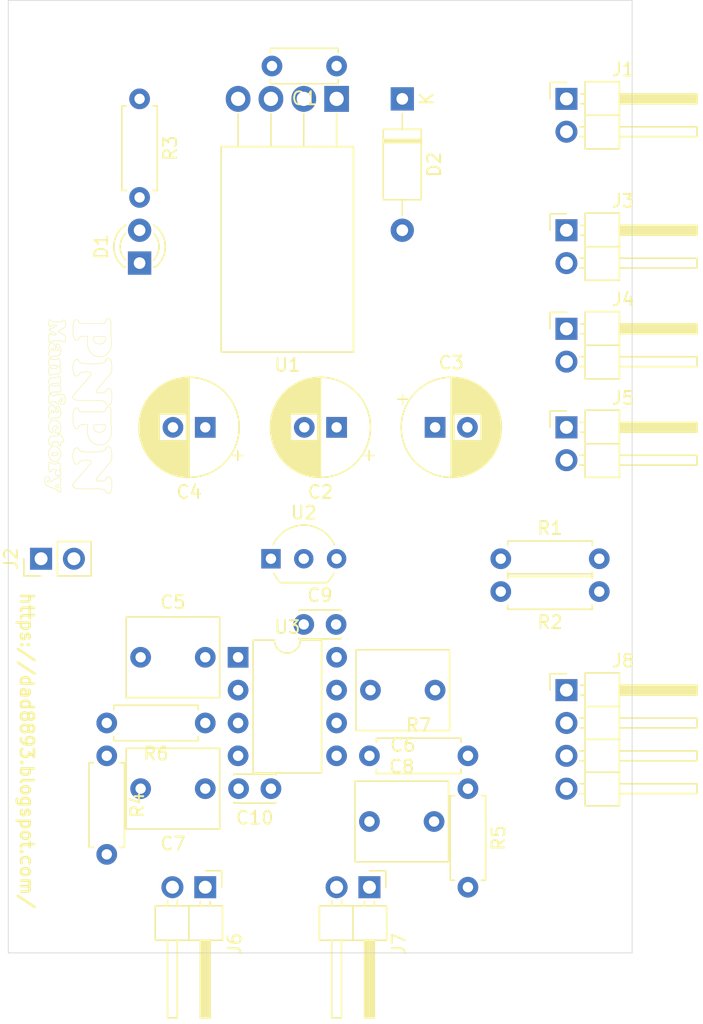
<source format=kicad_pcb>
(kicad_pcb (version 20171130) (host pcbnew "(5.1.4)-1")

  (general
    (thickness 1.6)
    (drawings 375)
    (tracks 0)
    (zones 0)
    (modules 30)
    (nets 15)
  )

  (page A4)
  (title_block
    (title ACS712_AmMeter_Analog)
    (date 2020-01-17)
    (rev "Ver. 0.9")
    (company "PNPN Manufactory")
  )

  (layers
    (0 F.Cu signal)
    (31 B.Cu signal)
    (32 B.Adhes user)
    (33 F.Adhes user)
    (34 B.Paste user)
    (35 F.Paste user)
    (36 B.SilkS user)
    (37 F.SilkS user)
    (38 B.Mask user)
    (39 F.Mask user)
    (40 Dwgs.User user)
    (41 Cmts.User user)
    (42 Eco1.User user)
    (43 Eco2.User user)
    (44 Edge.Cuts user)
    (45 Margin user)
    (46 B.CrtYd user)
    (47 F.CrtYd user)
    (48 B.Fab user)
    (49 F.Fab user)
  )

  (setup
    (last_trace_width 0.25)
    (trace_clearance 0.2)
    (zone_clearance 0.508)
    (zone_45_only no)
    (trace_min 0.2)
    (via_size 0.8)
    (via_drill 0.4)
    (via_min_size 0.4)
    (via_min_drill 0.3)
    (uvia_size 0.3)
    (uvia_drill 0.1)
    (uvias_allowed no)
    (uvia_min_size 0.2)
    (uvia_min_drill 0.1)
    (edge_width 0.05)
    (segment_width 0.2)
    (pcb_text_width 0.3)
    (pcb_text_size 1.5 1.5)
    (mod_edge_width 0.12)
    (mod_text_size 1 1)
    (mod_text_width 0.15)
    (pad_size 1.524 1.524)
    (pad_drill 0.762)
    (pad_to_mask_clearance 0.051)
    (solder_mask_min_width 0.25)
    (aux_axis_origin 0 0)
    (visible_elements 7FFFFFFF)
    (pcbplotparams
      (layerselection 0x010fc_ffffffff)
      (usegerberextensions false)
      (usegerberattributes false)
      (usegerberadvancedattributes false)
      (creategerberjobfile false)
      (excludeedgelayer true)
      (linewidth 0.100000)
      (plotframeref false)
      (viasonmask false)
      (mode 1)
      (useauxorigin false)
      (hpglpennumber 1)
      (hpglpenspeed 20)
      (hpglpendiameter 15.000000)
      (psnegative false)
      (psa4output false)
      (plotreference true)
      (plotvalue true)
      (plotinvisibletext false)
      (padsonsilk false)
      (subtractmaskfromsilk false)
      (outputformat 1)
      (mirror false)
      (drillshape 1)
      (scaleselection 1)
      (outputdirectory ""))
  )

  (net 0 "")
  (net 1 GND)
  (net 2 +BATT)
  (net 3 "Net-(D1-Pad2)")
  (net 4 +5V)
  (net 5 +2V5)
  (net 6 "Net-(C6-Pad2)")
  (net 7 "Net-(C6-Pad1)")
  (net 8 "Net-(C7-Pad1)")
  (net 9 "Net-(C8-Pad1)")
  (net 10 "Net-(C5-Pad2)")
  (net 11 "Net-(C5-Pad1)")
  (net 12 "Net-(J7-Pad1)")
  (net 13 MEAS_BATT)
  (net 14 "Net-(J6-Pad2)")

  (net_class Default "これはデフォルトのネット クラスです。"
    (clearance 0.2)
    (trace_width 0.25)
    (via_dia 0.8)
    (via_drill 0.4)
    (uvia_dia 0.3)
    (uvia_drill 0.1)
    (add_net +2V5)
    (add_net +5V)
    (add_net +BATT)
    (add_net GND)
    (add_net MEAS_BATT)
    (add_net "Net-(C5-Pad1)")
    (add_net "Net-(C5-Pad2)")
    (add_net "Net-(C6-Pad1)")
    (add_net "Net-(C6-Pad2)")
    (add_net "Net-(C7-Pad1)")
    (add_net "Net-(C8-Pad1)")
    (add_net "Net-(D1-Pad2)")
    (add_net "Net-(J6-Pad2)")
    (add_net "Net-(J7-Pad1)")
  )

  (module Resistor_THT:R_Axial_DIN0207_L6.3mm_D2.5mm_P7.62mm_Horizontal (layer F.Cu) (tedit 5AE5139B) (tstamp 5E21D794)
    (at 160.02 104.14 180)
    (descr "Resistor, Axial_DIN0207 series, Axial, Horizontal, pin pitch=7.62mm, 0.25W = 1/4W, length*diameter=6.3*2.5mm^2, http://cdn-reichelt.de/documents/datenblatt/B400/1_4W%23YAG.pdf")
    (tags "Resistor Axial_DIN0207 series Axial Horizontal pin pitch 7.62mm 0.25W = 1/4W length 6.3mm diameter 2.5mm")
    (path /5E3B0893)
    (fp_text reference R2 (at 3.81 -2.37) (layer F.SilkS)
      (effects (font (size 1 1) (thickness 0.15)))
    )
    (fp_text value 100k (at 3.81 2.37) (layer F.Fab)
      (effects (font (size 1 1) (thickness 0.15)))
    )
    (fp_text user %R (at 3.81 0) (layer F.Fab)
      (effects (font (size 1 1) (thickness 0.15)))
    )
    (fp_line (start 8.67 -1.5) (end -1.05 -1.5) (layer F.CrtYd) (width 0.05))
    (fp_line (start 8.67 1.5) (end 8.67 -1.5) (layer F.CrtYd) (width 0.05))
    (fp_line (start -1.05 1.5) (end 8.67 1.5) (layer F.CrtYd) (width 0.05))
    (fp_line (start -1.05 -1.5) (end -1.05 1.5) (layer F.CrtYd) (width 0.05))
    (fp_line (start 7.08 1.37) (end 7.08 1.04) (layer F.SilkS) (width 0.12))
    (fp_line (start 0.54 1.37) (end 7.08 1.37) (layer F.SilkS) (width 0.12))
    (fp_line (start 0.54 1.04) (end 0.54 1.37) (layer F.SilkS) (width 0.12))
    (fp_line (start 7.08 -1.37) (end 7.08 -1.04) (layer F.SilkS) (width 0.12))
    (fp_line (start 0.54 -1.37) (end 7.08 -1.37) (layer F.SilkS) (width 0.12))
    (fp_line (start 0.54 -1.04) (end 0.54 -1.37) (layer F.SilkS) (width 0.12))
    (fp_line (start 7.62 0) (end 6.96 0) (layer F.Fab) (width 0.1))
    (fp_line (start 0 0) (end 0.66 0) (layer F.Fab) (width 0.1))
    (fp_line (start 6.96 -1.25) (end 0.66 -1.25) (layer F.Fab) (width 0.1))
    (fp_line (start 6.96 1.25) (end 6.96 -1.25) (layer F.Fab) (width 0.1))
    (fp_line (start 0.66 1.25) (end 6.96 1.25) (layer F.Fab) (width 0.1))
    (fp_line (start 0.66 -1.25) (end 0.66 1.25) (layer F.Fab) (width 0.1))
    (pad 2 thru_hole oval (at 7.62 0 180) (size 1.6 1.6) (drill 0.8) (layers *.Cu *.Mask)
      (net 1 GND))
    (pad 1 thru_hole circle (at 0 0 180) (size 1.6 1.6) (drill 0.8) (layers *.Cu *.Mask)
      (net 13 MEAS_BATT))
    (model ${KISYS3DMOD}/Resistor_THT.3dshapes/R_Axial_DIN0207_L6.3mm_D2.5mm_P7.62mm_Horizontal.wrl
      (at (xyz 0 0 0))
      (scale (xyz 1 1 1))
      (rotate (xyz 0 0 0))
    )
  )

  (module Resistor_THT:R_Axial_DIN0207_L6.3mm_D2.5mm_P7.62mm_Horizontal (layer F.Cu) (tedit 5AE5139B) (tstamp 5E21D6B4)
    (at 152.4 101.6)
    (descr "Resistor, Axial_DIN0207 series, Axial, Horizontal, pin pitch=7.62mm, 0.25W = 1/4W, length*diameter=6.3*2.5mm^2, http://cdn-reichelt.de/documents/datenblatt/B400/1_4W%23YAG.pdf")
    (tags "Resistor Axial_DIN0207 series Axial Horizontal pin pitch 7.62mm 0.25W = 1/4W length 6.3mm diameter 2.5mm")
    (path /5E3B0669)
    (fp_text reference R1 (at 3.81 -2.37) (layer F.SilkS)
      (effects (font (size 1 1) (thickness 0.15)))
    )
    (fp_text value 100k (at 3.81 2.37) (layer F.Fab)
      (effects (font (size 1 1) (thickness 0.15)))
    )
    (fp_text user %R (at 3.81 0) (layer F.Fab)
      (effects (font (size 1 1) (thickness 0.15)))
    )
    (fp_line (start 8.67 -1.5) (end -1.05 -1.5) (layer F.CrtYd) (width 0.05))
    (fp_line (start 8.67 1.5) (end 8.67 -1.5) (layer F.CrtYd) (width 0.05))
    (fp_line (start -1.05 1.5) (end 8.67 1.5) (layer F.CrtYd) (width 0.05))
    (fp_line (start -1.05 -1.5) (end -1.05 1.5) (layer F.CrtYd) (width 0.05))
    (fp_line (start 7.08 1.37) (end 7.08 1.04) (layer F.SilkS) (width 0.12))
    (fp_line (start 0.54 1.37) (end 7.08 1.37) (layer F.SilkS) (width 0.12))
    (fp_line (start 0.54 1.04) (end 0.54 1.37) (layer F.SilkS) (width 0.12))
    (fp_line (start 7.08 -1.37) (end 7.08 -1.04) (layer F.SilkS) (width 0.12))
    (fp_line (start 0.54 -1.37) (end 7.08 -1.37) (layer F.SilkS) (width 0.12))
    (fp_line (start 0.54 -1.04) (end 0.54 -1.37) (layer F.SilkS) (width 0.12))
    (fp_line (start 7.62 0) (end 6.96 0) (layer F.Fab) (width 0.1))
    (fp_line (start 0 0) (end 0.66 0) (layer F.Fab) (width 0.1))
    (fp_line (start 6.96 -1.25) (end 0.66 -1.25) (layer F.Fab) (width 0.1))
    (fp_line (start 6.96 1.25) (end 6.96 -1.25) (layer F.Fab) (width 0.1))
    (fp_line (start 0.66 1.25) (end 6.96 1.25) (layer F.Fab) (width 0.1))
    (fp_line (start 0.66 -1.25) (end 0.66 1.25) (layer F.Fab) (width 0.1))
    (pad 2 thru_hole oval (at 7.62 0) (size 1.6 1.6) (drill 0.8) (layers *.Cu *.Mask)
      (net 13 MEAS_BATT))
    (pad 1 thru_hole circle (at 0 0) (size 1.6 1.6) (drill 0.8) (layers *.Cu *.Mask)
      (net 2 +BATT))
    (model ${KISYS3DMOD}/Resistor_THT.3dshapes/R_Axial_DIN0207_L6.3mm_D2.5mm_P7.62mm_Horizontal.wrl
      (at (xyz 0 0 0))
      (scale (xyz 1 1 1))
      (rotate (xyz 0 0 0))
    )
  )

  (module Connector_PinHeader_2.54mm:PinHeader_1x04_P2.54mm_Horizontal (layer F.Cu) (tedit 59FED5CB) (tstamp 5E21CEEF)
    (at 157.48 111.76)
    (descr "Through hole angled pin header, 1x04, 2.54mm pitch, 6mm pin length, single row")
    (tags "Through hole angled pin header THT 1x04 2.54mm single row")
    (path /5E388477)
    (fp_text reference J8 (at 4.385 -2.27) (layer F.SilkS)
      (effects (font (size 1 1) (thickness 0.15)))
    )
    (fp_text value V_OUT (at 4.385 9.89) (layer F.Fab)
      (effects (font (size 1 1) (thickness 0.15)))
    )
    (fp_text user %R (at 2.77 3.81 90) (layer F.Fab)
      (effects (font (size 1 1) (thickness 0.15)))
    )
    (fp_line (start 10.55 -1.8) (end -1.8 -1.8) (layer F.CrtYd) (width 0.05))
    (fp_line (start 10.55 9.4) (end 10.55 -1.8) (layer F.CrtYd) (width 0.05))
    (fp_line (start -1.8 9.4) (end 10.55 9.4) (layer F.CrtYd) (width 0.05))
    (fp_line (start -1.8 -1.8) (end -1.8 9.4) (layer F.CrtYd) (width 0.05))
    (fp_line (start -1.27 -1.27) (end 0 -1.27) (layer F.SilkS) (width 0.12))
    (fp_line (start -1.27 0) (end -1.27 -1.27) (layer F.SilkS) (width 0.12))
    (fp_line (start 1.042929 8) (end 1.44 8) (layer F.SilkS) (width 0.12))
    (fp_line (start 1.042929 7.24) (end 1.44 7.24) (layer F.SilkS) (width 0.12))
    (fp_line (start 10.1 8) (end 4.1 8) (layer F.SilkS) (width 0.12))
    (fp_line (start 10.1 7.24) (end 10.1 8) (layer F.SilkS) (width 0.12))
    (fp_line (start 4.1 7.24) (end 10.1 7.24) (layer F.SilkS) (width 0.12))
    (fp_line (start 1.44 6.35) (end 4.1 6.35) (layer F.SilkS) (width 0.12))
    (fp_line (start 1.042929 5.46) (end 1.44 5.46) (layer F.SilkS) (width 0.12))
    (fp_line (start 1.042929 4.7) (end 1.44 4.7) (layer F.SilkS) (width 0.12))
    (fp_line (start 10.1 5.46) (end 4.1 5.46) (layer F.SilkS) (width 0.12))
    (fp_line (start 10.1 4.7) (end 10.1 5.46) (layer F.SilkS) (width 0.12))
    (fp_line (start 4.1 4.7) (end 10.1 4.7) (layer F.SilkS) (width 0.12))
    (fp_line (start 1.44 3.81) (end 4.1 3.81) (layer F.SilkS) (width 0.12))
    (fp_line (start 1.042929 2.92) (end 1.44 2.92) (layer F.SilkS) (width 0.12))
    (fp_line (start 1.042929 2.16) (end 1.44 2.16) (layer F.SilkS) (width 0.12))
    (fp_line (start 10.1 2.92) (end 4.1 2.92) (layer F.SilkS) (width 0.12))
    (fp_line (start 10.1 2.16) (end 10.1 2.92) (layer F.SilkS) (width 0.12))
    (fp_line (start 4.1 2.16) (end 10.1 2.16) (layer F.SilkS) (width 0.12))
    (fp_line (start 1.44 1.27) (end 4.1 1.27) (layer F.SilkS) (width 0.12))
    (fp_line (start 1.11 0.38) (end 1.44 0.38) (layer F.SilkS) (width 0.12))
    (fp_line (start 1.11 -0.38) (end 1.44 -0.38) (layer F.SilkS) (width 0.12))
    (fp_line (start 4.1 0.28) (end 10.1 0.28) (layer F.SilkS) (width 0.12))
    (fp_line (start 4.1 0.16) (end 10.1 0.16) (layer F.SilkS) (width 0.12))
    (fp_line (start 4.1 0.04) (end 10.1 0.04) (layer F.SilkS) (width 0.12))
    (fp_line (start 4.1 -0.08) (end 10.1 -0.08) (layer F.SilkS) (width 0.12))
    (fp_line (start 4.1 -0.2) (end 10.1 -0.2) (layer F.SilkS) (width 0.12))
    (fp_line (start 4.1 -0.32) (end 10.1 -0.32) (layer F.SilkS) (width 0.12))
    (fp_line (start 10.1 0.38) (end 4.1 0.38) (layer F.SilkS) (width 0.12))
    (fp_line (start 10.1 -0.38) (end 10.1 0.38) (layer F.SilkS) (width 0.12))
    (fp_line (start 4.1 -0.38) (end 10.1 -0.38) (layer F.SilkS) (width 0.12))
    (fp_line (start 4.1 -1.33) (end 1.44 -1.33) (layer F.SilkS) (width 0.12))
    (fp_line (start 4.1 8.95) (end 4.1 -1.33) (layer F.SilkS) (width 0.12))
    (fp_line (start 1.44 8.95) (end 4.1 8.95) (layer F.SilkS) (width 0.12))
    (fp_line (start 1.44 -1.33) (end 1.44 8.95) (layer F.SilkS) (width 0.12))
    (fp_line (start 4.04 7.94) (end 10.04 7.94) (layer F.Fab) (width 0.1))
    (fp_line (start 10.04 7.3) (end 10.04 7.94) (layer F.Fab) (width 0.1))
    (fp_line (start 4.04 7.3) (end 10.04 7.3) (layer F.Fab) (width 0.1))
    (fp_line (start -0.32 7.94) (end 1.5 7.94) (layer F.Fab) (width 0.1))
    (fp_line (start -0.32 7.3) (end -0.32 7.94) (layer F.Fab) (width 0.1))
    (fp_line (start -0.32 7.3) (end 1.5 7.3) (layer F.Fab) (width 0.1))
    (fp_line (start 4.04 5.4) (end 10.04 5.4) (layer F.Fab) (width 0.1))
    (fp_line (start 10.04 4.76) (end 10.04 5.4) (layer F.Fab) (width 0.1))
    (fp_line (start 4.04 4.76) (end 10.04 4.76) (layer F.Fab) (width 0.1))
    (fp_line (start -0.32 5.4) (end 1.5 5.4) (layer F.Fab) (width 0.1))
    (fp_line (start -0.32 4.76) (end -0.32 5.4) (layer F.Fab) (width 0.1))
    (fp_line (start -0.32 4.76) (end 1.5 4.76) (layer F.Fab) (width 0.1))
    (fp_line (start 4.04 2.86) (end 10.04 2.86) (layer F.Fab) (width 0.1))
    (fp_line (start 10.04 2.22) (end 10.04 2.86) (layer F.Fab) (width 0.1))
    (fp_line (start 4.04 2.22) (end 10.04 2.22) (layer F.Fab) (width 0.1))
    (fp_line (start -0.32 2.86) (end 1.5 2.86) (layer F.Fab) (width 0.1))
    (fp_line (start -0.32 2.22) (end -0.32 2.86) (layer F.Fab) (width 0.1))
    (fp_line (start -0.32 2.22) (end 1.5 2.22) (layer F.Fab) (width 0.1))
    (fp_line (start 4.04 0.32) (end 10.04 0.32) (layer F.Fab) (width 0.1))
    (fp_line (start 10.04 -0.32) (end 10.04 0.32) (layer F.Fab) (width 0.1))
    (fp_line (start 4.04 -0.32) (end 10.04 -0.32) (layer F.Fab) (width 0.1))
    (fp_line (start -0.32 0.32) (end 1.5 0.32) (layer F.Fab) (width 0.1))
    (fp_line (start -0.32 -0.32) (end -0.32 0.32) (layer F.Fab) (width 0.1))
    (fp_line (start -0.32 -0.32) (end 1.5 -0.32) (layer F.Fab) (width 0.1))
    (fp_line (start 1.5 -0.635) (end 2.135 -1.27) (layer F.Fab) (width 0.1))
    (fp_line (start 1.5 8.89) (end 1.5 -0.635) (layer F.Fab) (width 0.1))
    (fp_line (start 4.04 8.89) (end 1.5 8.89) (layer F.Fab) (width 0.1))
    (fp_line (start 4.04 -1.27) (end 4.04 8.89) (layer F.Fab) (width 0.1))
    (fp_line (start 2.135 -1.27) (end 4.04 -1.27) (layer F.Fab) (width 0.1))
    (pad 4 thru_hole oval (at 0 7.62) (size 1.7 1.7) (drill 1) (layers *.Cu *.Mask)
      (net 1 GND))
    (pad 3 thru_hole oval (at 0 5.08) (size 1.7 1.7) (drill 1) (layers *.Cu *.Mask)
      (net 6 "Net-(C6-Pad2)"))
    (pad 2 thru_hole oval (at 0 2.54) (size 1.7 1.7) (drill 1) (layers *.Cu *.Mask)
      (net 10 "Net-(C5-Pad2)"))
    (pad 1 thru_hole rect (at 0 0) (size 1.7 1.7) (drill 1) (layers *.Cu *.Mask)
      (net 13 MEAS_BATT))
    (model ${KISYS3DMOD}/Connector_PinHeader_2.54mm.3dshapes/PinHeader_1x04_P2.54mm_Horizontal.wrl
      (at (xyz 0 0 0))
      (scale (xyz 1 1 1))
      (rotate (xyz 0 0 0))
    )
  )

  (module Connector_PinHeader_2.54mm:PinHeader_1x02_P2.54mm_Horizontal (layer F.Cu) (tedit 59FED5CB) (tstamp 5E21B96F)
    (at 142.24 127 270)
    (descr "Through hole angled pin header, 1x02, 2.54mm pitch, 6mm pin length, single row")
    (tags "Through hole angled pin header THT 1x02 2.54mm single row")
    (path /5E23BE52)
    (fp_text reference J7 (at 4.385 -2.27 90) (layer F.SilkS)
      (effects (font (size 1 1) (thickness 0.15)))
    )
    (fp_text value NEG_IN (at 4.385 4.81 90) (layer F.Fab)
      (effects (font (size 1 1) (thickness 0.15)))
    )
    (fp_text user %R (at 2.77 1.27) (layer F.Fab)
      (effects (font (size 1 1) (thickness 0.15)))
    )
    (fp_line (start 10.55 -1.8) (end -1.8 -1.8) (layer F.CrtYd) (width 0.05))
    (fp_line (start 10.55 4.35) (end 10.55 -1.8) (layer F.CrtYd) (width 0.05))
    (fp_line (start -1.8 4.35) (end 10.55 4.35) (layer F.CrtYd) (width 0.05))
    (fp_line (start -1.8 -1.8) (end -1.8 4.35) (layer F.CrtYd) (width 0.05))
    (fp_line (start -1.27 -1.27) (end 0 -1.27) (layer F.SilkS) (width 0.12))
    (fp_line (start -1.27 0) (end -1.27 -1.27) (layer F.SilkS) (width 0.12))
    (fp_line (start 1.042929 2.92) (end 1.44 2.92) (layer F.SilkS) (width 0.12))
    (fp_line (start 1.042929 2.16) (end 1.44 2.16) (layer F.SilkS) (width 0.12))
    (fp_line (start 10.1 2.92) (end 4.1 2.92) (layer F.SilkS) (width 0.12))
    (fp_line (start 10.1 2.16) (end 10.1 2.92) (layer F.SilkS) (width 0.12))
    (fp_line (start 4.1 2.16) (end 10.1 2.16) (layer F.SilkS) (width 0.12))
    (fp_line (start 1.44 1.27) (end 4.1 1.27) (layer F.SilkS) (width 0.12))
    (fp_line (start 1.11 0.38) (end 1.44 0.38) (layer F.SilkS) (width 0.12))
    (fp_line (start 1.11 -0.38) (end 1.44 -0.38) (layer F.SilkS) (width 0.12))
    (fp_line (start 4.1 0.28) (end 10.1 0.28) (layer F.SilkS) (width 0.12))
    (fp_line (start 4.1 0.16) (end 10.1 0.16) (layer F.SilkS) (width 0.12))
    (fp_line (start 4.1 0.04) (end 10.1 0.04) (layer F.SilkS) (width 0.12))
    (fp_line (start 4.1 -0.08) (end 10.1 -0.08) (layer F.SilkS) (width 0.12))
    (fp_line (start 4.1 -0.2) (end 10.1 -0.2) (layer F.SilkS) (width 0.12))
    (fp_line (start 4.1 -0.32) (end 10.1 -0.32) (layer F.SilkS) (width 0.12))
    (fp_line (start 10.1 0.38) (end 4.1 0.38) (layer F.SilkS) (width 0.12))
    (fp_line (start 10.1 -0.38) (end 10.1 0.38) (layer F.SilkS) (width 0.12))
    (fp_line (start 4.1 -0.38) (end 10.1 -0.38) (layer F.SilkS) (width 0.12))
    (fp_line (start 4.1 -1.33) (end 1.44 -1.33) (layer F.SilkS) (width 0.12))
    (fp_line (start 4.1 3.87) (end 4.1 -1.33) (layer F.SilkS) (width 0.12))
    (fp_line (start 1.44 3.87) (end 4.1 3.87) (layer F.SilkS) (width 0.12))
    (fp_line (start 1.44 -1.33) (end 1.44 3.87) (layer F.SilkS) (width 0.12))
    (fp_line (start 4.04 2.86) (end 10.04 2.86) (layer F.Fab) (width 0.1))
    (fp_line (start 10.04 2.22) (end 10.04 2.86) (layer F.Fab) (width 0.1))
    (fp_line (start 4.04 2.22) (end 10.04 2.22) (layer F.Fab) (width 0.1))
    (fp_line (start -0.32 2.86) (end 1.5 2.86) (layer F.Fab) (width 0.1))
    (fp_line (start -0.32 2.22) (end -0.32 2.86) (layer F.Fab) (width 0.1))
    (fp_line (start -0.32 2.22) (end 1.5 2.22) (layer F.Fab) (width 0.1))
    (fp_line (start 4.04 0.32) (end 10.04 0.32) (layer F.Fab) (width 0.1))
    (fp_line (start 10.04 -0.32) (end 10.04 0.32) (layer F.Fab) (width 0.1))
    (fp_line (start 4.04 -0.32) (end 10.04 -0.32) (layer F.Fab) (width 0.1))
    (fp_line (start -0.32 0.32) (end 1.5 0.32) (layer F.Fab) (width 0.1))
    (fp_line (start -0.32 -0.32) (end -0.32 0.32) (layer F.Fab) (width 0.1))
    (fp_line (start -0.32 -0.32) (end 1.5 -0.32) (layer F.Fab) (width 0.1))
    (fp_line (start 1.5 -0.635) (end 2.135 -1.27) (layer F.Fab) (width 0.1))
    (fp_line (start 1.5 3.81) (end 1.5 -0.635) (layer F.Fab) (width 0.1))
    (fp_line (start 4.04 3.81) (end 1.5 3.81) (layer F.Fab) (width 0.1))
    (fp_line (start 4.04 -1.27) (end 4.04 3.81) (layer F.Fab) (width 0.1))
    (fp_line (start 2.135 -1.27) (end 4.04 -1.27) (layer F.Fab) (width 0.1))
    (pad 2 thru_hole oval (at 0 2.54 270) (size 1.7 1.7) (drill 1) (layers *.Cu *.Mask)
      (net 1 GND))
    (pad 1 thru_hole rect (at 0 0 270) (size 1.7 1.7) (drill 1) (layers *.Cu *.Mask)
      (net 12 "Net-(J7-Pad1)"))
    (model ${KISYS3DMOD}/Connector_PinHeader_2.54mm.3dshapes/PinHeader_1x02_P2.54mm_Horizontal.wrl
      (at (xyz 0 0 0))
      (scale (xyz 1 1 1))
      (rotate (xyz 0 0 0))
    )
  )

  (module Connector_PinHeader_2.54mm:PinHeader_1x02_P2.54mm_Horizontal (layer F.Cu) (tedit 59FED5CB) (tstamp 5E2217D2)
    (at 129.54 127 270)
    (descr "Through hole angled pin header, 1x02, 2.54mm pitch, 6mm pin length, single row")
    (tags "Through hole angled pin header THT 1x02 2.54mm single row")
    (path /5E21FB16)
    (fp_text reference J6 (at 4.385 -2.27 90) (layer F.SilkS)
      (effects (font (size 1 1) (thickness 0.15)))
    )
    (fp_text value POS_IN (at 4.385 4.81 90) (layer F.Fab)
      (effects (font (size 1 1) (thickness 0.15)))
    )
    (fp_text user %R (at -0.32 2.86) (layer F.Fab)
      (effects (font (size 1 1) (thickness 0.15)))
    )
    (fp_line (start 10.55 -1.8) (end -1.8 -1.8) (layer F.CrtYd) (width 0.05))
    (fp_line (start 10.55 4.35) (end 10.55 -1.8) (layer F.CrtYd) (width 0.05))
    (fp_line (start -1.8 4.35) (end 10.55 4.35) (layer F.CrtYd) (width 0.05))
    (fp_line (start -1.8 -1.8) (end -1.8 4.35) (layer F.CrtYd) (width 0.05))
    (fp_line (start -1.27 -1.27) (end 0 -1.27) (layer F.SilkS) (width 0.12))
    (fp_line (start -1.27 0) (end -1.27 -1.27) (layer F.SilkS) (width 0.12))
    (fp_line (start 1.042929 2.92) (end 1.44 2.92) (layer F.SilkS) (width 0.12))
    (fp_line (start 1.042929 2.16) (end 1.44 2.16) (layer F.SilkS) (width 0.12))
    (fp_line (start 10.1 2.92) (end 4.1 2.92) (layer F.SilkS) (width 0.12))
    (fp_line (start 10.1 2.16) (end 10.1 2.92) (layer F.SilkS) (width 0.12))
    (fp_line (start 4.1 2.16) (end 10.1 2.16) (layer F.SilkS) (width 0.12))
    (fp_line (start 1.44 1.27) (end 4.1 1.27) (layer F.SilkS) (width 0.12))
    (fp_line (start 1.11 0.38) (end 1.44 0.38) (layer F.SilkS) (width 0.12))
    (fp_line (start 1.11 -0.38) (end 1.44 -0.38) (layer F.SilkS) (width 0.12))
    (fp_line (start 4.1 0.28) (end 10.1 0.28) (layer F.SilkS) (width 0.12))
    (fp_line (start 4.1 0.16) (end 10.1 0.16) (layer F.SilkS) (width 0.12))
    (fp_line (start 4.1 0.04) (end 10.1 0.04) (layer F.SilkS) (width 0.12))
    (fp_line (start 4.1 -0.08) (end 10.1 -0.08) (layer F.SilkS) (width 0.12))
    (fp_line (start 4.1 -0.2) (end 10.1 -0.2) (layer F.SilkS) (width 0.12))
    (fp_line (start 4.1 -0.32) (end 10.1 -0.32) (layer F.SilkS) (width 0.12))
    (fp_line (start 10.1 0.38) (end 4.1 0.38) (layer F.SilkS) (width 0.12))
    (fp_line (start 10.1 -0.38) (end 10.1 0.38) (layer F.SilkS) (width 0.12))
    (fp_line (start 4.1 -0.38) (end 10.1 -0.38) (layer F.SilkS) (width 0.12))
    (fp_line (start 4.1 -1.33) (end 1.44 -1.33) (layer F.SilkS) (width 0.12))
    (fp_line (start 4.1 3.87) (end 4.1 -1.33) (layer F.SilkS) (width 0.12))
    (fp_line (start 1.44 3.87) (end 4.1 3.87) (layer F.SilkS) (width 0.12))
    (fp_line (start 1.44 -1.33) (end 1.44 3.87) (layer F.SilkS) (width 0.12))
    (fp_line (start 4.04 2.86) (end 10.04 2.86) (layer F.Fab) (width 0.1))
    (fp_line (start 10.04 2.22) (end 10.04 2.86) (layer F.Fab) (width 0.1))
    (fp_line (start 4.04 2.22) (end 10.04 2.22) (layer F.Fab) (width 0.1))
    (fp_line (start -0.32 2.86) (end 1.5 2.86) (layer F.Fab) (width 0.1))
    (fp_line (start -0.32 2.22) (end -0.32 2.86) (layer F.Fab) (width 0.1))
    (fp_line (start -0.32 2.22) (end 1.5 2.22) (layer F.Fab) (width 0.1))
    (fp_line (start 4.04 0.32) (end 10.04 0.32) (layer F.Fab) (width 0.1))
    (fp_line (start 10.04 -0.32) (end 10.04 0.32) (layer F.Fab) (width 0.1))
    (fp_line (start 4.04 -0.32) (end 10.04 -0.32) (layer F.Fab) (width 0.1))
    (fp_line (start -0.32 0.32) (end 1.5 0.32) (layer F.Fab) (width 0.1))
    (fp_line (start -0.32 -0.32) (end -0.32 0.32) (layer F.Fab) (width 0.1))
    (fp_line (start -0.32 -0.32) (end 1.5 -0.32) (layer F.Fab) (width 0.1))
    (fp_line (start 1.5 -0.635) (end 2.135 -1.27) (layer F.Fab) (width 0.1))
    (fp_line (start 1.5 3.81) (end 1.5 -0.635) (layer F.Fab) (width 0.1))
    (fp_line (start 4.04 3.81) (end 1.5 3.81) (layer F.Fab) (width 0.1))
    (fp_line (start 4.04 -1.27) (end 4.04 3.81) (layer F.Fab) (width 0.1))
    (fp_line (start 2.135 -1.27) (end 4.04 -1.27) (layer F.Fab) (width 0.1))
    (pad 2 thru_hole oval (at 0 2.54 270) (size 1.7 1.7) (drill 1) (layers *.Cu *.Mask)
      (net 14 "Net-(J6-Pad2)"))
    (pad 1 thru_hole rect (at 0 0 270) (size 1.7 1.7) (drill 1) (layers *.Cu *.Mask)
      (net 1 GND))
    (model ${KISYS3DMOD}/Connector_PinHeader_2.54mm.3dshapes/PinHeader_1x02_P2.54mm_Horizontal.wrl
      (at (xyz 0 0 0))
      (scale (xyz 1 1 1))
      (rotate (xyz 0 0 0))
    )
  )

  (module Connector_PinHeader_2.54mm:PinHeader_1x02_P2.54mm_Horizontal (layer F.Cu) (tedit 59FED5CB) (tstamp 5E21D091)
    (at 157.48 91.44)
    (descr "Through hole angled pin header, 1x02, 2.54mm pitch, 6mm pin length, single row")
    (tags "Through hole angled pin header THT 1x02 2.54mm single row")
    (path /5E36C97B)
    (fp_text reference J5 (at 4.385 -2.27) (layer F.SilkS)
      (effects (font (size 1 1) (thickness 0.15)))
    )
    (fp_text value 5V_OUT3 (at 4.385 4.81) (layer F.Fab)
      (effects (font (size 1 1) (thickness 0.15)))
    )
    (fp_text user %R (at 2.77 1.27 90) (layer F.Fab)
      (effects (font (size 1 1) (thickness 0.15)))
    )
    (fp_line (start 10.55 -1.8) (end -1.8 -1.8) (layer F.CrtYd) (width 0.05))
    (fp_line (start 10.55 4.35) (end 10.55 -1.8) (layer F.CrtYd) (width 0.05))
    (fp_line (start -1.8 4.35) (end 10.55 4.35) (layer F.CrtYd) (width 0.05))
    (fp_line (start -1.8 -1.8) (end -1.8 4.35) (layer F.CrtYd) (width 0.05))
    (fp_line (start -1.27 -1.27) (end 0 -1.27) (layer F.SilkS) (width 0.12))
    (fp_line (start -1.27 0) (end -1.27 -1.27) (layer F.SilkS) (width 0.12))
    (fp_line (start 1.042929 2.92) (end 1.44 2.92) (layer F.SilkS) (width 0.12))
    (fp_line (start 1.042929 2.16) (end 1.44 2.16) (layer F.SilkS) (width 0.12))
    (fp_line (start 10.1 2.92) (end 4.1 2.92) (layer F.SilkS) (width 0.12))
    (fp_line (start 10.1 2.16) (end 10.1 2.92) (layer F.SilkS) (width 0.12))
    (fp_line (start 4.1 2.16) (end 10.1 2.16) (layer F.SilkS) (width 0.12))
    (fp_line (start 1.44 1.27) (end 4.1 1.27) (layer F.SilkS) (width 0.12))
    (fp_line (start 1.11 0.38) (end 1.44 0.38) (layer F.SilkS) (width 0.12))
    (fp_line (start 1.11 -0.38) (end 1.44 -0.38) (layer F.SilkS) (width 0.12))
    (fp_line (start 4.1 0.28) (end 10.1 0.28) (layer F.SilkS) (width 0.12))
    (fp_line (start 4.1 0.16) (end 10.1 0.16) (layer F.SilkS) (width 0.12))
    (fp_line (start 4.1 0.04) (end 10.1 0.04) (layer F.SilkS) (width 0.12))
    (fp_line (start 4.1 -0.08) (end 10.1 -0.08) (layer F.SilkS) (width 0.12))
    (fp_line (start 4.1 -0.2) (end 10.1 -0.2) (layer F.SilkS) (width 0.12))
    (fp_line (start 4.1 -0.32) (end 10.1 -0.32) (layer F.SilkS) (width 0.12))
    (fp_line (start 10.1 0.38) (end 4.1 0.38) (layer F.SilkS) (width 0.12))
    (fp_line (start 10.1 -0.38) (end 10.1 0.38) (layer F.SilkS) (width 0.12))
    (fp_line (start 4.1 -0.38) (end 10.1 -0.38) (layer F.SilkS) (width 0.12))
    (fp_line (start 4.1 -1.33) (end 1.44 -1.33) (layer F.SilkS) (width 0.12))
    (fp_line (start 4.1 3.87) (end 4.1 -1.33) (layer F.SilkS) (width 0.12))
    (fp_line (start 1.44 3.87) (end 4.1 3.87) (layer F.SilkS) (width 0.12))
    (fp_line (start 1.44 -1.33) (end 1.44 3.87) (layer F.SilkS) (width 0.12))
    (fp_line (start 4.04 2.86) (end 10.04 2.86) (layer F.Fab) (width 0.1))
    (fp_line (start 10.04 2.22) (end 10.04 2.86) (layer F.Fab) (width 0.1))
    (fp_line (start 4.04 2.22) (end 10.04 2.22) (layer F.Fab) (width 0.1))
    (fp_line (start -0.32 2.86) (end 1.5 2.86) (layer F.Fab) (width 0.1))
    (fp_line (start -0.32 2.22) (end -0.32 2.86) (layer F.Fab) (width 0.1))
    (fp_line (start -0.32 2.22) (end 1.5 2.22) (layer F.Fab) (width 0.1))
    (fp_line (start 4.04 0.32) (end 10.04 0.32) (layer F.Fab) (width 0.1))
    (fp_line (start 10.04 -0.32) (end 10.04 0.32) (layer F.Fab) (width 0.1))
    (fp_line (start 4.04 -0.32) (end 10.04 -0.32) (layer F.Fab) (width 0.1))
    (fp_line (start -0.32 0.32) (end 1.5 0.32) (layer F.Fab) (width 0.1))
    (fp_line (start -0.32 -0.32) (end -0.32 0.32) (layer F.Fab) (width 0.1))
    (fp_line (start -0.32 -0.32) (end 1.5 -0.32) (layer F.Fab) (width 0.1))
    (fp_line (start 1.5 -0.635) (end 2.135 -1.27) (layer F.Fab) (width 0.1))
    (fp_line (start 1.5 3.81) (end 1.5 -0.635) (layer F.Fab) (width 0.1))
    (fp_line (start 4.04 3.81) (end 1.5 3.81) (layer F.Fab) (width 0.1))
    (fp_line (start 4.04 -1.27) (end 4.04 3.81) (layer F.Fab) (width 0.1))
    (fp_line (start 2.135 -1.27) (end 4.04 -1.27) (layer F.Fab) (width 0.1))
    (pad 2 thru_hole oval (at 0 2.54) (size 1.7 1.7) (drill 1) (layers *.Cu *.Mask)
      (net 1 GND))
    (pad 1 thru_hole rect (at 0 0) (size 1.7 1.7) (drill 1) (layers *.Cu *.Mask)
      (net 4 +5V))
    (model ${KISYS3DMOD}/Connector_PinHeader_2.54mm.3dshapes/PinHeader_1x02_P2.54mm_Horizontal.wrl
      (at (xyz 0 0 0))
      (scale (xyz 1 1 1))
      (rotate (xyz 0 0 0))
    )
  )

  (module Connector_PinHeader_2.54mm:PinHeader_1x02_P2.54mm_Horizontal (layer F.Cu) (tedit 59FED5CB) (tstamp 5E21D4AA)
    (at 157.48 83.82)
    (descr "Through hole angled pin header, 1x02, 2.54mm pitch, 6mm pin length, single row")
    (tags "Through hole angled pin header THT 1x02 2.54mm single row")
    (path /5E36C3B7)
    (fp_text reference J4 (at 4.385 -2.27) (layer F.SilkS)
      (effects (font (size 1 1) (thickness 0.15)))
    )
    (fp_text value 5V_OUT2 (at 4.385 4.81) (layer F.Fab)
      (effects (font (size 1 1) (thickness 0.15)))
    )
    (fp_text user %R (at 2.77 1.27 90) (layer F.Fab)
      (effects (font (size 1 1) (thickness 0.15)))
    )
    (fp_line (start 10.55 -1.8) (end -1.8 -1.8) (layer F.CrtYd) (width 0.05))
    (fp_line (start 10.55 4.35) (end 10.55 -1.8) (layer F.CrtYd) (width 0.05))
    (fp_line (start -1.8 4.35) (end 10.55 4.35) (layer F.CrtYd) (width 0.05))
    (fp_line (start -1.8 -1.8) (end -1.8 4.35) (layer F.CrtYd) (width 0.05))
    (fp_line (start -1.27 -1.27) (end 0 -1.27) (layer F.SilkS) (width 0.12))
    (fp_line (start -1.27 0) (end -1.27 -1.27) (layer F.SilkS) (width 0.12))
    (fp_line (start 1.042929 2.92) (end 1.44 2.92) (layer F.SilkS) (width 0.12))
    (fp_line (start 1.042929 2.16) (end 1.44 2.16) (layer F.SilkS) (width 0.12))
    (fp_line (start 10.1 2.92) (end 4.1 2.92) (layer F.SilkS) (width 0.12))
    (fp_line (start 10.1 2.16) (end 10.1 2.92) (layer F.SilkS) (width 0.12))
    (fp_line (start 4.1 2.16) (end 10.1 2.16) (layer F.SilkS) (width 0.12))
    (fp_line (start 1.44 1.27) (end 4.1 1.27) (layer F.SilkS) (width 0.12))
    (fp_line (start 1.11 0.38) (end 1.44 0.38) (layer F.SilkS) (width 0.12))
    (fp_line (start 1.11 -0.38) (end 1.44 -0.38) (layer F.SilkS) (width 0.12))
    (fp_line (start 4.1 0.28) (end 10.1 0.28) (layer F.SilkS) (width 0.12))
    (fp_line (start 4.1 0.16) (end 10.1 0.16) (layer F.SilkS) (width 0.12))
    (fp_line (start 4.1 0.04) (end 10.1 0.04) (layer F.SilkS) (width 0.12))
    (fp_line (start 4.1 -0.08) (end 10.1 -0.08) (layer F.SilkS) (width 0.12))
    (fp_line (start 4.1 -0.2) (end 10.1 -0.2) (layer F.SilkS) (width 0.12))
    (fp_line (start 4.1 -0.32) (end 10.1 -0.32) (layer F.SilkS) (width 0.12))
    (fp_line (start 10.1 0.38) (end 4.1 0.38) (layer F.SilkS) (width 0.12))
    (fp_line (start 10.1 -0.38) (end 10.1 0.38) (layer F.SilkS) (width 0.12))
    (fp_line (start 4.1 -0.38) (end 10.1 -0.38) (layer F.SilkS) (width 0.12))
    (fp_line (start 4.1 -1.33) (end 1.44 -1.33) (layer F.SilkS) (width 0.12))
    (fp_line (start 4.1 3.87) (end 4.1 -1.33) (layer F.SilkS) (width 0.12))
    (fp_line (start 1.44 3.87) (end 4.1 3.87) (layer F.SilkS) (width 0.12))
    (fp_line (start 1.44 -1.33) (end 1.44 3.87) (layer F.SilkS) (width 0.12))
    (fp_line (start 4.04 2.86) (end 10.04 2.86) (layer F.Fab) (width 0.1))
    (fp_line (start 10.04 2.22) (end 10.04 2.86) (layer F.Fab) (width 0.1))
    (fp_line (start 4.04 2.22) (end 10.04 2.22) (layer F.Fab) (width 0.1))
    (fp_line (start -0.32 2.86) (end 1.5 2.86) (layer F.Fab) (width 0.1))
    (fp_line (start -0.32 2.22) (end -0.32 2.86) (layer F.Fab) (width 0.1))
    (fp_line (start -0.32 2.22) (end 1.5 2.22) (layer F.Fab) (width 0.1))
    (fp_line (start 4.04 0.32) (end 10.04 0.32) (layer F.Fab) (width 0.1))
    (fp_line (start 10.04 -0.32) (end 10.04 0.32) (layer F.Fab) (width 0.1))
    (fp_line (start 4.04 -0.32) (end 10.04 -0.32) (layer F.Fab) (width 0.1))
    (fp_line (start -0.32 0.32) (end 1.5 0.32) (layer F.Fab) (width 0.1))
    (fp_line (start -0.32 -0.32) (end -0.32 0.32) (layer F.Fab) (width 0.1))
    (fp_line (start -0.32 -0.32) (end 1.5 -0.32) (layer F.Fab) (width 0.1))
    (fp_line (start 1.5 -0.635) (end 2.135 -1.27) (layer F.Fab) (width 0.1))
    (fp_line (start 1.5 3.81) (end 1.5 -0.635) (layer F.Fab) (width 0.1))
    (fp_line (start 4.04 3.81) (end 1.5 3.81) (layer F.Fab) (width 0.1))
    (fp_line (start 4.04 -1.27) (end 4.04 3.81) (layer F.Fab) (width 0.1))
    (fp_line (start 2.135 -1.27) (end 4.04 -1.27) (layer F.Fab) (width 0.1))
    (pad 2 thru_hole oval (at 0 2.54) (size 1.7 1.7) (drill 1) (layers *.Cu *.Mask)
      (net 1 GND))
    (pad 1 thru_hole rect (at 0 0) (size 1.7 1.7) (drill 1) (layers *.Cu *.Mask)
      (net 4 +5V))
    (model ${KISYS3DMOD}/Connector_PinHeader_2.54mm.3dshapes/PinHeader_1x02_P2.54mm_Horizontal.wrl
      (at (xyz 0 0 0))
      (scale (xyz 1 1 1))
      (rotate (xyz 0 0 0))
    )
  )

  (module Connector_PinHeader_2.54mm:PinHeader_1x02_P2.54mm_Horizontal (layer F.Cu) (tedit 59FED5CB) (tstamp 5E21D34A)
    (at 157.48 76.2)
    (descr "Through hole angled pin header, 1x02, 2.54mm pitch, 6mm pin length, single row")
    (tags "Through hole angled pin header THT 1x02 2.54mm single row")
    (path /5E36B6FF)
    (fp_text reference J3 (at 4.385 -2.27) (layer F.SilkS)
      (effects (font (size 1 1) (thickness 0.15)))
    )
    (fp_text value 5V_OUT1 (at 4.385 4.81) (layer F.Fab)
      (effects (font (size 1 1) (thickness 0.15)))
    )
    (fp_text user %R (at 2.77 1.27 90) (layer F.Fab)
      (effects (font (size 1 1) (thickness 0.15)))
    )
    (fp_line (start 10.55 -1.8) (end -1.8 -1.8) (layer F.CrtYd) (width 0.05))
    (fp_line (start 10.55 4.35) (end 10.55 -1.8) (layer F.CrtYd) (width 0.05))
    (fp_line (start -1.8 4.35) (end 10.55 4.35) (layer F.CrtYd) (width 0.05))
    (fp_line (start -1.8 -1.8) (end -1.8 4.35) (layer F.CrtYd) (width 0.05))
    (fp_line (start -1.27 -1.27) (end 0 -1.27) (layer F.SilkS) (width 0.12))
    (fp_line (start -1.27 0) (end -1.27 -1.27) (layer F.SilkS) (width 0.12))
    (fp_line (start 1.042929 2.92) (end 1.44 2.92) (layer F.SilkS) (width 0.12))
    (fp_line (start 1.042929 2.16) (end 1.44 2.16) (layer F.SilkS) (width 0.12))
    (fp_line (start 10.1 2.92) (end 4.1 2.92) (layer F.SilkS) (width 0.12))
    (fp_line (start 10.1 2.16) (end 10.1 2.92) (layer F.SilkS) (width 0.12))
    (fp_line (start 4.1 2.16) (end 10.1 2.16) (layer F.SilkS) (width 0.12))
    (fp_line (start 1.44 1.27) (end 4.1 1.27) (layer F.SilkS) (width 0.12))
    (fp_line (start 1.11 0.38) (end 1.44 0.38) (layer F.SilkS) (width 0.12))
    (fp_line (start 1.11 -0.38) (end 1.44 -0.38) (layer F.SilkS) (width 0.12))
    (fp_line (start 4.1 0.28) (end 10.1 0.28) (layer F.SilkS) (width 0.12))
    (fp_line (start 4.1 0.16) (end 10.1 0.16) (layer F.SilkS) (width 0.12))
    (fp_line (start 4.1 0.04) (end 10.1 0.04) (layer F.SilkS) (width 0.12))
    (fp_line (start 4.1 -0.08) (end 10.1 -0.08) (layer F.SilkS) (width 0.12))
    (fp_line (start 4.1 -0.2) (end 10.1 -0.2) (layer F.SilkS) (width 0.12))
    (fp_line (start 4.1 -0.32) (end 10.1 -0.32) (layer F.SilkS) (width 0.12))
    (fp_line (start 10.1 0.38) (end 4.1 0.38) (layer F.SilkS) (width 0.12))
    (fp_line (start 10.1 -0.38) (end 10.1 0.38) (layer F.SilkS) (width 0.12))
    (fp_line (start 4.1 -0.38) (end 10.1 -0.38) (layer F.SilkS) (width 0.12))
    (fp_line (start 4.1 -1.33) (end 1.44 -1.33) (layer F.SilkS) (width 0.12))
    (fp_line (start 4.1 3.87) (end 4.1 -1.33) (layer F.SilkS) (width 0.12))
    (fp_line (start 1.44 3.87) (end 4.1 3.87) (layer F.SilkS) (width 0.12))
    (fp_line (start 1.44 -1.33) (end 1.44 3.87) (layer F.SilkS) (width 0.12))
    (fp_line (start 4.04 2.86) (end 10.04 2.86) (layer F.Fab) (width 0.1))
    (fp_line (start 10.04 2.22) (end 10.04 2.86) (layer F.Fab) (width 0.1))
    (fp_line (start 4.04 2.22) (end 10.04 2.22) (layer F.Fab) (width 0.1))
    (fp_line (start -0.32 2.86) (end 1.5 2.86) (layer F.Fab) (width 0.1))
    (fp_line (start -0.32 2.22) (end -0.32 2.86) (layer F.Fab) (width 0.1))
    (fp_line (start -0.32 2.22) (end 1.5 2.22) (layer F.Fab) (width 0.1))
    (fp_line (start 4.04 0.32) (end 10.04 0.32) (layer F.Fab) (width 0.1))
    (fp_line (start 10.04 -0.32) (end 10.04 0.32) (layer F.Fab) (width 0.1))
    (fp_line (start 4.04 -0.32) (end 10.04 -0.32) (layer F.Fab) (width 0.1))
    (fp_line (start -0.32 0.32) (end 1.5 0.32) (layer F.Fab) (width 0.1))
    (fp_line (start -0.32 -0.32) (end -0.32 0.32) (layer F.Fab) (width 0.1))
    (fp_line (start -0.32 -0.32) (end 1.5 -0.32) (layer F.Fab) (width 0.1))
    (fp_line (start 1.5 -0.635) (end 2.135 -1.27) (layer F.Fab) (width 0.1))
    (fp_line (start 1.5 3.81) (end 1.5 -0.635) (layer F.Fab) (width 0.1))
    (fp_line (start 4.04 3.81) (end 1.5 3.81) (layer F.Fab) (width 0.1))
    (fp_line (start 4.04 -1.27) (end 4.04 3.81) (layer F.Fab) (width 0.1))
    (fp_line (start 2.135 -1.27) (end 4.04 -1.27) (layer F.Fab) (width 0.1))
    (pad 2 thru_hole oval (at 0 2.54) (size 1.7 1.7) (drill 1) (layers *.Cu *.Mask)
      (net 1 GND))
    (pad 1 thru_hole rect (at 0 0) (size 1.7 1.7) (drill 1) (layers *.Cu *.Mask)
      (net 4 +5V))
    (model ${KISYS3DMOD}/Connector_PinHeader_2.54mm.3dshapes/PinHeader_1x02_P2.54mm_Horizontal.wrl
      (at (xyz 0 0 0))
      (scale (xyz 1 1 1))
      (rotate (xyz 0 0 0))
    )
  )

  (module Connector_PinHeader_2.54mm:PinHeader_1x02_P2.54mm_Horizontal (layer F.Cu) (tedit 59FED5CB) (tstamp 5E2164C4)
    (at 157.48 66.04)
    (descr "Through hole angled pin header, 1x02, 2.54mm pitch, 6mm pin length, single row")
    (tags "Through hole angled pin header THT 1x02 2.54mm single row")
    (path /5E1D17AD)
    (fp_text reference J1 (at 4.385 -2.27) (layer F.SilkS)
      (effects (font (size 1 1) (thickness 0.15)))
    )
    (fp_text value BATT_IN (at 4.385 4.81) (layer F.Fab)
      (effects (font (size 1 1) (thickness 0.15)))
    )
    (fp_text user %R (at 2.77 1.27 90) (layer F.Fab)
      (effects (font (size 1 1) (thickness 0.15)))
    )
    (fp_line (start 10.55 -1.8) (end -1.8 -1.8) (layer F.CrtYd) (width 0.05))
    (fp_line (start 10.55 4.35) (end 10.55 -1.8) (layer F.CrtYd) (width 0.05))
    (fp_line (start -1.8 4.35) (end 10.55 4.35) (layer F.CrtYd) (width 0.05))
    (fp_line (start -1.8 -1.8) (end -1.8 4.35) (layer F.CrtYd) (width 0.05))
    (fp_line (start -1.27 -1.27) (end 0 -1.27) (layer F.SilkS) (width 0.12))
    (fp_line (start -1.27 0) (end -1.27 -1.27) (layer F.SilkS) (width 0.12))
    (fp_line (start 1.042929 2.92) (end 1.44 2.92) (layer F.SilkS) (width 0.12))
    (fp_line (start 1.042929 2.16) (end 1.44 2.16) (layer F.SilkS) (width 0.12))
    (fp_line (start 10.1 2.92) (end 4.1 2.92) (layer F.SilkS) (width 0.12))
    (fp_line (start 10.1 2.16) (end 10.1 2.92) (layer F.SilkS) (width 0.12))
    (fp_line (start 4.1 2.16) (end 10.1 2.16) (layer F.SilkS) (width 0.12))
    (fp_line (start 1.44 1.27) (end 4.1 1.27) (layer F.SilkS) (width 0.12))
    (fp_line (start 1.11 0.38) (end 1.44 0.38) (layer F.SilkS) (width 0.12))
    (fp_line (start 1.11 -0.38) (end 1.44 -0.38) (layer F.SilkS) (width 0.12))
    (fp_line (start 4.1 0.28) (end 10.1 0.28) (layer F.SilkS) (width 0.12))
    (fp_line (start 4.1 0.16) (end 10.1 0.16) (layer F.SilkS) (width 0.12))
    (fp_line (start 4.1 0.04) (end 10.1 0.04) (layer F.SilkS) (width 0.12))
    (fp_line (start 4.1 -0.08) (end 10.1 -0.08) (layer F.SilkS) (width 0.12))
    (fp_line (start 4.1 -0.2) (end 10.1 -0.2) (layer F.SilkS) (width 0.12))
    (fp_line (start 4.1 -0.32) (end 10.1 -0.32) (layer F.SilkS) (width 0.12))
    (fp_line (start 10.1 0.38) (end 4.1 0.38) (layer F.SilkS) (width 0.12))
    (fp_line (start 10.1 -0.38) (end 10.1 0.38) (layer F.SilkS) (width 0.12))
    (fp_line (start 4.1 -0.38) (end 10.1 -0.38) (layer F.SilkS) (width 0.12))
    (fp_line (start 4.1 -1.33) (end 1.44 -1.33) (layer F.SilkS) (width 0.12))
    (fp_line (start 4.1 3.87) (end 4.1 -1.33) (layer F.SilkS) (width 0.12))
    (fp_line (start 1.44 3.87) (end 4.1 3.87) (layer F.SilkS) (width 0.12))
    (fp_line (start 1.44 -1.33) (end 1.44 3.87) (layer F.SilkS) (width 0.12))
    (fp_line (start 4.04 2.86) (end 10.04 2.86) (layer F.Fab) (width 0.1))
    (fp_line (start 10.04 2.22) (end 10.04 2.86) (layer F.Fab) (width 0.1))
    (fp_line (start 4.04 2.22) (end 10.04 2.22) (layer F.Fab) (width 0.1))
    (fp_line (start -0.32 2.86) (end 1.5 2.86) (layer F.Fab) (width 0.1))
    (fp_line (start -0.32 2.22) (end -0.32 2.86) (layer F.Fab) (width 0.1))
    (fp_line (start -0.32 2.22) (end 1.5 2.22) (layer F.Fab) (width 0.1))
    (fp_line (start 4.04 0.32) (end 10.04 0.32) (layer F.Fab) (width 0.1))
    (fp_line (start 10.04 -0.32) (end 10.04 0.32) (layer F.Fab) (width 0.1))
    (fp_line (start 4.04 -0.32) (end 10.04 -0.32) (layer F.Fab) (width 0.1))
    (fp_line (start -0.32 0.32) (end 1.5 0.32) (layer F.Fab) (width 0.1))
    (fp_line (start -0.32 -0.32) (end -0.32 0.32) (layer F.Fab) (width 0.1))
    (fp_line (start -0.32 -0.32) (end 1.5 -0.32) (layer F.Fab) (width 0.1))
    (fp_line (start 1.5 -0.635) (end 2.135 -1.27) (layer F.Fab) (width 0.1))
    (fp_line (start 1.5 3.81) (end 1.5 -0.635) (layer F.Fab) (width 0.1))
    (fp_line (start 4.04 3.81) (end 1.5 3.81) (layer F.Fab) (width 0.1))
    (fp_line (start 4.04 -1.27) (end 4.04 3.81) (layer F.Fab) (width 0.1))
    (fp_line (start 2.135 -1.27) (end 4.04 -1.27) (layer F.Fab) (width 0.1))
    (pad 2 thru_hole oval (at 0 2.54) (size 1.7 1.7) (drill 1) (layers *.Cu *.Mask)
      (net 1 GND))
    (pad 1 thru_hole rect (at 0 0) (size 1.7 1.7) (drill 1) (layers *.Cu *.Mask)
      (net 2 +BATT))
    (model ${KISYS3DMOD}/Connector_PinHeader_2.54mm.3dshapes/PinHeader_1x02_P2.54mm_Horizontal.wrl
      (at (xyz 0 0 0))
      (scale (xyz 1 1 1))
      (rotate (xyz 0 0 0))
    )
  )

  (module Capacitor_THT:C_Rect_L7.0mm_W6.0mm_P5.00mm (layer F.Cu) (tedit 5AE50EF0) (tstamp 5E221285)
    (at 142.24 121.92)
    (descr "C, Rect series, Radial, pin pitch=5.00mm, , length*width=7*6mm^2, Capacitor")
    (tags "C Rect series Radial pin pitch 5.00mm  length 7mm width 6mm Capacitor")
    (path /5E23BE11)
    (fp_text reference C8 (at 2.5 -4.25) (layer F.SilkS)
      (effects (font (size 1 1) (thickness 0.15)))
    )
    (fp_text value 1u (at 2.5 4.25) (layer F.Fab)
      (effects (font (size 1 1) (thickness 0.15)))
    )
    (fp_text user %R (at 2.5 0) (layer F.Fab)
      (effects (font (size 1 1) (thickness 0.15)))
    )
    (fp_line (start 6.25 -3.25) (end -1.25 -3.25) (layer F.CrtYd) (width 0.05))
    (fp_line (start 6.25 3.25) (end 6.25 -3.25) (layer F.CrtYd) (width 0.05))
    (fp_line (start -1.25 3.25) (end 6.25 3.25) (layer F.CrtYd) (width 0.05))
    (fp_line (start -1.25 -3.25) (end -1.25 3.25) (layer F.CrtYd) (width 0.05))
    (fp_line (start 6.12 -3.12) (end 6.12 3.12) (layer F.SilkS) (width 0.12))
    (fp_line (start -1.12 -3.12) (end -1.12 3.12) (layer F.SilkS) (width 0.12))
    (fp_line (start -1.12 3.12) (end 6.12 3.12) (layer F.SilkS) (width 0.12))
    (fp_line (start -1.12 -3.12) (end 6.12 -3.12) (layer F.SilkS) (width 0.12))
    (fp_line (start 6 -3) (end -1 -3) (layer F.Fab) (width 0.1))
    (fp_line (start 6 3) (end 6 -3) (layer F.Fab) (width 0.1))
    (fp_line (start -1 3) (end 6 3) (layer F.Fab) (width 0.1))
    (fp_line (start -1 -3) (end -1 3) (layer F.Fab) (width 0.1))
    (pad 2 thru_hole circle (at 5 0) (size 1.6 1.6) (drill 0.8) (layers *.Cu *.Mask)
      (net 5 +2V5))
    (pad 1 thru_hole circle (at 0 0) (size 1.6 1.6) (drill 0.8) (layers *.Cu *.Mask)
      (net 9 "Net-(C8-Pad1)"))
    (model ${KISYS3DMOD}/Capacitor_THT.3dshapes/C_Rect_L7.0mm_W6.0mm_P5.00mm.wrl
      (at (xyz 0 0 0))
      (scale (xyz 1 1 1))
      (rotate (xyz 0 0 0))
    )
  )

  (module Capacitor_THT:C_Rect_L7.0mm_W6.0mm_P5.00mm (layer F.Cu) (tedit 5AE50EF0) (tstamp 5E2212BB)
    (at 129.54 119.38 180)
    (descr "C, Rect series, Radial, pin pitch=5.00mm, , length*width=7*6mm^2, Capacitor")
    (tags "C Rect series Radial pin pitch 5.00mm  length 7mm width 6mm Capacitor")
    (path /5E20959C)
    (fp_text reference C7 (at 2.5 -4.25) (layer F.SilkS)
      (effects (font (size 1 1) (thickness 0.15)))
    )
    (fp_text value 1u (at 2.5 4.25) (layer F.Fab)
      (effects (font (size 1 1) (thickness 0.15)))
    )
    (fp_text user %R (at 2.5 0) (layer F.Fab)
      (effects (font (size 1 1) (thickness 0.15)))
    )
    (fp_line (start 6.25 -3.25) (end -1.25 -3.25) (layer F.CrtYd) (width 0.05))
    (fp_line (start 6.25 3.25) (end 6.25 -3.25) (layer F.CrtYd) (width 0.05))
    (fp_line (start -1.25 3.25) (end 6.25 3.25) (layer F.CrtYd) (width 0.05))
    (fp_line (start -1.25 -3.25) (end -1.25 3.25) (layer F.CrtYd) (width 0.05))
    (fp_line (start 6.12 -3.12) (end 6.12 3.12) (layer F.SilkS) (width 0.12))
    (fp_line (start -1.12 -3.12) (end -1.12 3.12) (layer F.SilkS) (width 0.12))
    (fp_line (start -1.12 3.12) (end 6.12 3.12) (layer F.SilkS) (width 0.12))
    (fp_line (start -1.12 -3.12) (end 6.12 -3.12) (layer F.SilkS) (width 0.12))
    (fp_line (start 6 -3) (end -1 -3) (layer F.Fab) (width 0.1))
    (fp_line (start 6 3) (end 6 -3) (layer F.Fab) (width 0.1))
    (fp_line (start -1 3) (end 6 3) (layer F.Fab) (width 0.1))
    (fp_line (start -1 -3) (end -1 3) (layer F.Fab) (width 0.1))
    (pad 2 thru_hole circle (at 5 0 180) (size 1.6 1.6) (drill 0.8) (layers *.Cu *.Mask)
      (net 5 +2V5))
    (pad 1 thru_hole circle (at 0 0 180) (size 1.6 1.6) (drill 0.8) (layers *.Cu *.Mask)
      (net 8 "Net-(C7-Pad1)"))
    (model ${KISYS3DMOD}/Capacitor_THT.3dshapes/C_Rect_L7.0mm_W6.0mm_P5.00mm.wrl
      (at (xyz 0 0 0))
      (scale (xyz 1 1 1))
      (rotate (xyz 0 0 0))
    )
  )

  (module Capacitor_THT:C_Rect_L7.0mm_W6.0mm_P5.00mm (layer F.Cu) (tedit 5AE50EF0) (tstamp 5E22124F)
    (at 147.32 111.76 180)
    (descr "C, Rect series, Radial, pin pitch=5.00mm, , length*width=7*6mm^2, Capacitor")
    (tags "C Rect series Radial pin pitch 5.00mm  length 7mm width 6mm Capacitor")
    (path /5E29CD9D)
    (fp_text reference C6 (at 2.5 -4.25) (layer F.SilkS)
      (effects (font (size 1 1) (thickness 0.15)))
    )
    (fp_text value 1u (at 2.5 4.25) (layer F.Fab)
      (effects (font (size 1 1) (thickness 0.15)))
    )
    (fp_text user %R (at 2.5 0) (layer F.Fab)
      (effects (font (size 1 1) (thickness 0.15)))
    )
    (fp_line (start 6.25 -3.25) (end -1.25 -3.25) (layer F.CrtYd) (width 0.05))
    (fp_line (start 6.25 3.25) (end 6.25 -3.25) (layer F.CrtYd) (width 0.05))
    (fp_line (start -1.25 3.25) (end 6.25 3.25) (layer F.CrtYd) (width 0.05))
    (fp_line (start -1.25 -3.25) (end -1.25 3.25) (layer F.CrtYd) (width 0.05))
    (fp_line (start 6.12 -3.12) (end 6.12 3.12) (layer F.SilkS) (width 0.12))
    (fp_line (start -1.12 -3.12) (end -1.12 3.12) (layer F.SilkS) (width 0.12))
    (fp_line (start -1.12 3.12) (end 6.12 3.12) (layer F.SilkS) (width 0.12))
    (fp_line (start -1.12 -3.12) (end 6.12 -3.12) (layer F.SilkS) (width 0.12))
    (fp_line (start 6 -3) (end -1 -3) (layer F.Fab) (width 0.1))
    (fp_line (start 6 3) (end 6 -3) (layer F.Fab) (width 0.1))
    (fp_line (start -1 3) (end 6 3) (layer F.Fab) (width 0.1))
    (fp_line (start -1 -3) (end -1 3) (layer F.Fab) (width 0.1))
    (pad 2 thru_hole circle (at 5 0 180) (size 1.6 1.6) (drill 0.8) (layers *.Cu *.Mask)
      (net 6 "Net-(C6-Pad2)"))
    (pad 1 thru_hole circle (at 0 0 180) (size 1.6 1.6) (drill 0.8) (layers *.Cu *.Mask)
      (net 7 "Net-(C6-Pad1)"))
    (model ${KISYS3DMOD}/Capacitor_THT.3dshapes/C_Rect_L7.0mm_W6.0mm_P5.00mm.wrl
      (at (xyz 0 0 0))
      (scale (xyz 1 1 1))
      (rotate (xyz 0 0 0))
    )
  )

  (module Capacitor_THT:C_Rect_L7.0mm_W6.0mm_P5.00mm (layer F.Cu) (tedit 5AE50EF0) (tstamp 5E2212F1)
    (at 124.54 109.22)
    (descr "C, Rect series, Radial, pin pitch=5.00mm, , length*width=7*6mm^2, Capacitor")
    (tags "C Rect series Radial pin pitch 5.00mm  length 7mm width 6mm Capacitor")
    (path /5E29C8CA)
    (fp_text reference C5 (at 2.5 -4.25) (layer F.SilkS)
      (effects (font (size 1 1) (thickness 0.15)))
    )
    (fp_text value 1u (at 2.5 4.25) (layer F.Fab)
      (effects (font (size 1 1) (thickness 0.15)))
    )
    (fp_text user %R (at 2.5 0) (layer F.Fab)
      (effects (font (size 1 1) (thickness 0.15)))
    )
    (fp_line (start 6.25 -3.25) (end -1.25 -3.25) (layer F.CrtYd) (width 0.05))
    (fp_line (start 6.25 3.25) (end 6.25 -3.25) (layer F.CrtYd) (width 0.05))
    (fp_line (start -1.25 3.25) (end 6.25 3.25) (layer F.CrtYd) (width 0.05))
    (fp_line (start -1.25 -3.25) (end -1.25 3.25) (layer F.CrtYd) (width 0.05))
    (fp_line (start 6.12 -3.12) (end 6.12 3.12) (layer F.SilkS) (width 0.12))
    (fp_line (start -1.12 -3.12) (end -1.12 3.12) (layer F.SilkS) (width 0.12))
    (fp_line (start -1.12 3.12) (end 6.12 3.12) (layer F.SilkS) (width 0.12))
    (fp_line (start -1.12 -3.12) (end 6.12 -3.12) (layer F.SilkS) (width 0.12))
    (fp_line (start 6 -3) (end -1 -3) (layer F.Fab) (width 0.1))
    (fp_line (start 6 3) (end 6 -3) (layer F.Fab) (width 0.1))
    (fp_line (start -1 3) (end 6 3) (layer F.Fab) (width 0.1))
    (fp_line (start -1 -3) (end -1 3) (layer F.Fab) (width 0.1))
    (pad 2 thru_hole circle (at 5 0) (size 1.6 1.6) (drill 0.8) (layers *.Cu *.Mask)
      (net 10 "Net-(C5-Pad2)"))
    (pad 1 thru_hole circle (at 0 0) (size 1.6 1.6) (drill 0.8) (layers *.Cu *.Mask)
      (net 11 "Net-(C5-Pad1)"))
    (model ${KISYS3DMOD}/Capacitor_THT.3dshapes/C_Rect_L7.0mm_W6.0mm_P5.00mm.wrl
      (at (xyz 0 0 0))
      (scale (xyz 1 1 1))
      (rotate (xyz 0 0 0))
    )
  )

  (module Package_TO_SOT_THT:TO-220-4_Horizontal_TabDown (layer F.Cu) (tedit 5ACC4AF2) (tstamp 5E221337)
    (at 139.7 66.04 180)
    (descr "TO-220-4, Horizontal, RM 2.54mm")
    (tags "TO-220-4 Horizontal RM 2.54mm")
    (path /5E1D9CB0)
    (fp_text reference U1 (at 3.81 -20.58) (layer F.SilkS)
      (effects (font (size 1 1) (thickness 0.15)))
    )
    (fp_text value NJM2396 (at 3.81 2) (layer F.Fab)
      (effects (font (size 1 1) (thickness 0.15)))
    )
    (fp_text user %R (at 3.81 -20.58) (layer F.Fab)
      (effects (font (size 1 1) (thickness 0.15)))
    )
    (fp_line (start 9.06 -19.71) (end -1.44 -19.71) (layer F.CrtYd) (width 0.05))
    (fp_line (start 9.06 1.25) (end 9.06 -19.71) (layer F.CrtYd) (width 0.05))
    (fp_line (start -1.44 1.25) (end 9.06 1.25) (layer F.CrtYd) (width 0.05))
    (fp_line (start -1.44 -19.71) (end -1.44 1.25) (layer F.CrtYd) (width 0.05))
    (fp_line (start 7.62 -3.69) (end 7.62 -1.15) (layer F.SilkS) (width 0.12))
    (fp_line (start 5.08 -3.69) (end 5.08 -1.15) (layer F.SilkS) (width 0.12))
    (fp_line (start 2.54 -3.69) (end 2.54 -1.15) (layer F.SilkS) (width 0.12))
    (fp_line (start 0 -3.69) (end 0 -1.15) (layer F.SilkS) (width 0.12))
    (fp_line (start 8.93 -19.58) (end 8.93 -3.69) (layer F.SilkS) (width 0.12))
    (fp_line (start -1.31 -19.58) (end -1.31 -3.69) (layer F.SilkS) (width 0.12))
    (fp_line (start -1.31 -19.58) (end 8.93 -19.58) (layer F.SilkS) (width 0.12))
    (fp_line (start -1.31 -3.69) (end 8.93 -3.69) (layer F.SilkS) (width 0.12))
    (fp_line (start 7.62 -3.81) (end 7.62 0) (layer F.Fab) (width 0.1))
    (fp_line (start 5.08 -3.81) (end 5.08 0) (layer F.Fab) (width 0.1))
    (fp_line (start 2.54 -3.81) (end 2.54 0) (layer F.Fab) (width 0.1))
    (fp_line (start 0 -3.81) (end 0 0) (layer F.Fab) (width 0.1))
    (fp_line (start 8.81 -3.81) (end -1.19 -3.81) (layer F.Fab) (width 0.1))
    (fp_line (start 8.81 -13.06) (end 8.81 -3.81) (layer F.Fab) (width 0.1))
    (fp_line (start -1.19 -13.06) (end 8.81 -13.06) (layer F.Fab) (width 0.1))
    (fp_line (start -1.19 -3.81) (end -1.19 -13.06) (layer F.Fab) (width 0.1))
    (fp_line (start 8.81 -13.06) (end -1.19 -13.06) (layer F.Fab) (width 0.1))
    (fp_line (start 8.81 -19.46) (end 8.81 -13.06) (layer F.Fab) (width 0.1))
    (fp_line (start -1.19 -19.46) (end 8.81 -19.46) (layer F.Fab) (width 0.1))
    (fp_line (start -1.19 -13.06) (end -1.19 -19.46) (layer F.Fab) (width 0.1))
    (fp_circle (center 3.81 -16.66) (end 5.66 -16.66) (layer F.Fab) (width 0.1))
    (pad 4 thru_hole oval (at 7.62 0 180) (size 1.905 2) (drill 1.1) (layers *.Cu *.Mask)
      (net 2 +BATT))
    (pad 3 thru_hole oval (at 5.08 0 180) (size 1.905 2) (drill 1.1) (layers *.Cu *.Mask)
      (net 1 GND))
    (pad 2 thru_hole oval (at 2.54 0 180) (size 1.905 2) (drill 1.1) (layers *.Cu *.Mask)
      (net 4 +5V))
    (pad 1 thru_hole rect (at 0 0 180) (size 1.905 2) (drill 1.1) (layers *.Cu *.Mask)
      (net 2 +BATT))
    (pad "" np_thru_hole oval (at 3.81 -16.66 180) (size 3.5 3.5) (drill 3.5) (layers *.Cu *.Mask))
    (model ${KISYS3DMOD}/Package_TO_SOT_THT.3dshapes/TO-220-4_Horizontal_TabDown.wrl
      (at (xyz 0 0 0))
      (scale (xyz 1 1 1))
      (rotate (xyz 0 0 0))
    )
  )

  (module Package_DIP:DIP-8_W7.62mm (layer F.Cu) (tedit 5A02E8C5) (tstamp 5E220D3F)
    (at 132.08 109.22)
    (descr "8-lead though-hole mounted DIP package, row spacing 7.62 mm (300 mils)")
    (tags "THT DIP DIL PDIP 2.54mm 7.62mm 300mil")
    (path /5E20237D)
    (fp_text reference U3 (at 3.81 -2.33) (layer F.SilkS)
      (effects (font (size 1 1) (thickness 0.15)))
    )
    (fp_text value NJU7032D (at 3.81 9.95) (layer F.Fab)
      (effects (font (size 1 1) (thickness 0.15)))
    )
    (fp_text user %R (at 3.81 3.81) (layer F.Fab)
      (effects (font (size 1 1) (thickness 0.15)))
    )
    (fp_line (start 8.7 -1.55) (end -1.1 -1.55) (layer F.CrtYd) (width 0.05))
    (fp_line (start 8.7 9.15) (end 8.7 -1.55) (layer F.CrtYd) (width 0.05))
    (fp_line (start -1.1 9.15) (end 8.7 9.15) (layer F.CrtYd) (width 0.05))
    (fp_line (start -1.1 -1.55) (end -1.1 9.15) (layer F.CrtYd) (width 0.05))
    (fp_line (start 6.46 -1.33) (end 4.81 -1.33) (layer F.SilkS) (width 0.12))
    (fp_line (start 6.46 8.95) (end 6.46 -1.33) (layer F.SilkS) (width 0.12))
    (fp_line (start 1.16 8.95) (end 6.46 8.95) (layer F.SilkS) (width 0.12))
    (fp_line (start 1.16 -1.33) (end 1.16 8.95) (layer F.SilkS) (width 0.12))
    (fp_line (start 2.81 -1.33) (end 1.16 -1.33) (layer F.SilkS) (width 0.12))
    (fp_line (start 0.635 -0.27) (end 1.635 -1.27) (layer F.Fab) (width 0.1))
    (fp_line (start 0.635 8.89) (end 0.635 -0.27) (layer F.Fab) (width 0.1))
    (fp_line (start 6.985 8.89) (end 0.635 8.89) (layer F.Fab) (width 0.1))
    (fp_line (start 6.985 -1.27) (end 6.985 8.89) (layer F.Fab) (width 0.1))
    (fp_line (start 1.635 -1.27) (end 6.985 -1.27) (layer F.Fab) (width 0.1))
    (fp_arc (start 3.81 -1.33) (end 2.81 -1.33) (angle -180) (layer F.SilkS) (width 0.12))
    (pad 8 thru_hole oval (at 7.62 0) (size 1.6 1.6) (drill 0.8) (layers *.Cu *.Mask)
      (net 4 +5V))
    (pad 4 thru_hole oval (at 0 7.62) (size 1.6 1.6) (drill 0.8) (layers *.Cu *.Mask)
      (net 1 GND))
    (pad 7 thru_hole oval (at 7.62 2.54) (size 1.6 1.6) (drill 0.8) (layers *.Cu *.Mask)
      (net 6 "Net-(C6-Pad2)"))
    (pad 3 thru_hole oval (at 0 5.08) (size 1.6 1.6) (drill 0.8) (layers *.Cu *.Mask)
      (net 8 "Net-(C7-Pad1)"))
    (pad 6 thru_hole oval (at 7.62 5.08) (size 1.6 1.6) (drill 0.8) (layers *.Cu *.Mask)
      (net 6 "Net-(C6-Pad2)"))
    (pad 2 thru_hole oval (at 0 2.54) (size 1.6 1.6) (drill 0.8) (layers *.Cu *.Mask)
      (net 10 "Net-(C5-Pad2)"))
    (pad 5 thru_hole oval (at 7.62 7.62) (size 1.6 1.6) (drill 0.8) (layers *.Cu *.Mask)
      (net 9 "Net-(C8-Pad1)"))
    (pad 1 thru_hole rect (at 0 0) (size 1.6 1.6) (drill 0.8) (layers *.Cu *.Mask)
      (net 10 "Net-(C5-Pad2)"))
    (model ${KISYS3DMOD}/Package_DIP.3dshapes/DIP-8_W7.62mm.wrl
      (at (xyz 0 0 0))
      (scale (xyz 1 1 1))
      (rotate (xyz 0 0 0))
    )
  )

  (module Resistor_THT:R_Axial_DIN0207_L6.3mm_D2.5mm_P7.62mm_Horizontal (layer F.Cu) (tedit 5AE5139B) (tstamp 5E220DCD)
    (at 142.24 116.84)
    (descr "Resistor, Axial_DIN0207 series, Axial, Horizontal, pin pitch=7.62mm, 0.25W = 1/4W, length*diameter=6.3*2.5mm^2, http://cdn-reichelt.de/documents/datenblatt/B400/1_4W%23YAG.pdf")
    (tags "Resistor Axial_DIN0207 series Axial Horizontal pin pitch 7.62mm 0.25W = 1/4W length 6.3mm diameter 2.5mm")
    (path /5E23BE25)
    (fp_text reference R7 (at 3.81 -2.37) (layer F.SilkS)
      (effects (font (size 1 1) (thickness 0.15)))
    )
    (fp_text value 100k (at 3.81 2.37) (layer F.Fab)
      (effects (font (size 1 1) (thickness 0.15)))
    )
    (fp_text user %R (at 3.81 0) (layer F.Fab)
      (effects (font (size 1 1) (thickness 0.15)))
    )
    (fp_line (start 8.67 -1.5) (end -1.05 -1.5) (layer F.CrtYd) (width 0.05))
    (fp_line (start 8.67 1.5) (end 8.67 -1.5) (layer F.CrtYd) (width 0.05))
    (fp_line (start -1.05 1.5) (end 8.67 1.5) (layer F.CrtYd) (width 0.05))
    (fp_line (start -1.05 -1.5) (end -1.05 1.5) (layer F.CrtYd) (width 0.05))
    (fp_line (start 7.08 1.37) (end 7.08 1.04) (layer F.SilkS) (width 0.12))
    (fp_line (start 0.54 1.37) (end 7.08 1.37) (layer F.SilkS) (width 0.12))
    (fp_line (start 0.54 1.04) (end 0.54 1.37) (layer F.SilkS) (width 0.12))
    (fp_line (start 7.08 -1.37) (end 7.08 -1.04) (layer F.SilkS) (width 0.12))
    (fp_line (start 0.54 -1.37) (end 7.08 -1.37) (layer F.SilkS) (width 0.12))
    (fp_line (start 0.54 -1.04) (end 0.54 -1.37) (layer F.SilkS) (width 0.12))
    (fp_line (start 7.62 0) (end 6.96 0) (layer F.Fab) (width 0.1))
    (fp_line (start 0 0) (end 0.66 0) (layer F.Fab) (width 0.1))
    (fp_line (start 6.96 -1.25) (end 0.66 -1.25) (layer F.Fab) (width 0.1))
    (fp_line (start 6.96 1.25) (end 6.96 -1.25) (layer F.Fab) (width 0.1))
    (fp_line (start 0.66 1.25) (end 6.96 1.25) (layer F.Fab) (width 0.1))
    (fp_line (start 0.66 -1.25) (end 0.66 1.25) (layer F.Fab) (width 0.1))
    (pad 2 thru_hole oval (at 7.62 0) (size 1.6 1.6) (drill 0.8) (layers *.Cu *.Mask)
      (net 7 "Net-(C6-Pad1)"))
    (pad 1 thru_hole circle (at 0 0) (size 1.6 1.6) (drill 0.8) (layers *.Cu *.Mask)
      (net 9 "Net-(C8-Pad1)"))
    (model ${KISYS3DMOD}/Resistor_THT.3dshapes/R_Axial_DIN0207_L6.3mm_D2.5mm_P7.62mm_Horizontal.wrl
      (at (xyz 0 0 0))
      (scale (xyz 1 1 1))
      (rotate (xyz 0 0 0))
    )
  )

  (module Resistor_THT:R_Axial_DIN0207_L6.3mm_D2.5mm_P7.62mm_Horizontal (layer F.Cu) (tedit 5AE5139B) (tstamp 5E220A9D)
    (at 129.54 114.3 180)
    (descr "Resistor, Axial_DIN0207 series, Axial, Horizontal, pin pitch=7.62mm, 0.25W = 1/4W, length*diameter=6.3*2.5mm^2, http://cdn-reichelt.de/documents/datenblatt/B400/1_4W%23YAG.pdf")
    (tags "Resistor Axial_DIN0207 series Axial Horizontal pin pitch 7.62mm 0.25W = 1/4W length 6.3mm diameter 2.5mm")
    (path /5E20A954)
    (fp_text reference R6 (at 3.81 -2.37) (layer F.SilkS)
      (effects (font (size 1 1) (thickness 0.15)))
    )
    (fp_text value 100k (at 3.81 2.37) (layer F.Fab)
      (effects (font (size 1 1) (thickness 0.15)))
    )
    (fp_text user %R (at 3.81 0) (layer F.Fab)
      (effects (font (size 1 1) (thickness 0.15)))
    )
    (fp_line (start 8.67 -1.5) (end -1.05 -1.5) (layer F.CrtYd) (width 0.05))
    (fp_line (start 8.67 1.5) (end 8.67 -1.5) (layer F.CrtYd) (width 0.05))
    (fp_line (start -1.05 1.5) (end 8.67 1.5) (layer F.CrtYd) (width 0.05))
    (fp_line (start -1.05 -1.5) (end -1.05 1.5) (layer F.CrtYd) (width 0.05))
    (fp_line (start 7.08 1.37) (end 7.08 1.04) (layer F.SilkS) (width 0.12))
    (fp_line (start 0.54 1.37) (end 7.08 1.37) (layer F.SilkS) (width 0.12))
    (fp_line (start 0.54 1.04) (end 0.54 1.37) (layer F.SilkS) (width 0.12))
    (fp_line (start 7.08 -1.37) (end 7.08 -1.04) (layer F.SilkS) (width 0.12))
    (fp_line (start 0.54 -1.37) (end 7.08 -1.37) (layer F.SilkS) (width 0.12))
    (fp_line (start 0.54 -1.04) (end 0.54 -1.37) (layer F.SilkS) (width 0.12))
    (fp_line (start 7.62 0) (end 6.96 0) (layer F.Fab) (width 0.1))
    (fp_line (start 0 0) (end 0.66 0) (layer F.Fab) (width 0.1))
    (fp_line (start 6.96 -1.25) (end 0.66 -1.25) (layer F.Fab) (width 0.1))
    (fp_line (start 6.96 1.25) (end 6.96 -1.25) (layer F.Fab) (width 0.1))
    (fp_line (start 0.66 1.25) (end 6.96 1.25) (layer F.Fab) (width 0.1))
    (fp_line (start 0.66 -1.25) (end 0.66 1.25) (layer F.Fab) (width 0.1))
    (pad 2 thru_hole oval (at 7.62 0 180) (size 1.6 1.6) (drill 0.8) (layers *.Cu *.Mask)
      (net 11 "Net-(C5-Pad1)"))
    (pad 1 thru_hole circle (at 0 0 180) (size 1.6 1.6) (drill 0.8) (layers *.Cu *.Mask)
      (net 8 "Net-(C7-Pad1)"))
    (model ${KISYS3DMOD}/Resistor_THT.3dshapes/R_Axial_DIN0207_L6.3mm_D2.5mm_P7.62mm_Horizontal.wrl
      (at (xyz 0 0 0))
      (scale (xyz 1 1 1))
      (rotate (xyz 0 0 0))
    )
  )

  (module Resistor_THT:R_Axial_DIN0207_L6.3mm_D2.5mm_P7.62mm_Horizontal (layer F.Cu) (tedit 5AE5139B) (tstamp 5E220D8B)
    (at 149.86 119.38 270)
    (descr "Resistor, Axial_DIN0207 series, Axial, Horizontal, pin pitch=7.62mm, 0.25W = 1/4W, length*diameter=6.3*2.5mm^2, http://cdn-reichelt.de/documents/datenblatt/B400/1_4W%23YAG.pdf")
    (tags "Resistor Axial_DIN0207 series Axial Horizontal pin pitch 7.62mm 0.25W = 1/4W length 6.3mm diameter 2.5mm")
    (path /5E23BE1B)
    (fp_text reference R5 (at 3.81 -2.37 90) (layer F.SilkS)
      (effects (font (size 1 1) (thickness 0.15)))
    )
    (fp_text value 100k (at 3.81 2.37 90) (layer F.Fab)
      (effects (font (size 1 1) (thickness 0.15)))
    )
    (fp_text user %R (at 3.81 0 90) (layer F.Fab)
      (effects (font (size 1 1) (thickness 0.15)))
    )
    (fp_line (start 8.67 -1.5) (end -1.05 -1.5) (layer F.CrtYd) (width 0.05))
    (fp_line (start 8.67 1.5) (end 8.67 -1.5) (layer F.CrtYd) (width 0.05))
    (fp_line (start -1.05 1.5) (end 8.67 1.5) (layer F.CrtYd) (width 0.05))
    (fp_line (start -1.05 -1.5) (end -1.05 1.5) (layer F.CrtYd) (width 0.05))
    (fp_line (start 7.08 1.37) (end 7.08 1.04) (layer F.SilkS) (width 0.12))
    (fp_line (start 0.54 1.37) (end 7.08 1.37) (layer F.SilkS) (width 0.12))
    (fp_line (start 0.54 1.04) (end 0.54 1.37) (layer F.SilkS) (width 0.12))
    (fp_line (start 7.08 -1.37) (end 7.08 -1.04) (layer F.SilkS) (width 0.12))
    (fp_line (start 0.54 -1.37) (end 7.08 -1.37) (layer F.SilkS) (width 0.12))
    (fp_line (start 0.54 -1.04) (end 0.54 -1.37) (layer F.SilkS) (width 0.12))
    (fp_line (start 7.62 0) (end 6.96 0) (layer F.Fab) (width 0.1))
    (fp_line (start 0 0) (end 0.66 0) (layer F.Fab) (width 0.1))
    (fp_line (start 6.96 -1.25) (end 0.66 -1.25) (layer F.Fab) (width 0.1))
    (fp_line (start 6.96 1.25) (end 6.96 -1.25) (layer F.Fab) (width 0.1))
    (fp_line (start 0.66 1.25) (end 6.96 1.25) (layer F.Fab) (width 0.1))
    (fp_line (start 0.66 -1.25) (end 0.66 1.25) (layer F.Fab) (width 0.1))
    (pad 2 thru_hole oval (at 7.62 0 270) (size 1.6 1.6) (drill 0.8) (layers *.Cu *.Mask)
      (net 12 "Net-(J7-Pad1)"))
    (pad 1 thru_hole circle (at 0 0 270) (size 1.6 1.6) (drill 0.8) (layers *.Cu *.Mask)
      (net 7 "Net-(C6-Pad1)"))
    (model ${KISYS3DMOD}/Resistor_THT.3dshapes/R_Axial_DIN0207_L6.3mm_D2.5mm_P7.62mm_Horizontal.wrl
      (at (xyz 0 0 0))
      (scale (xyz 1 1 1))
      (rotate (xyz 0 0 0))
    )
  )

  (module Resistor_THT:R_Axial_DIN0207_L6.3mm_D2.5mm_P7.62mm_Horizontal (layer F.Cu) (tedit 5AE5139B) (tstamp 5E220A5B)
    (at 121.92 116.84 270)
    (descr "Resistor, Axial_DIN0207 series, Axial, Horizontal, pin pitch=7.62mm, 0.25W = 1/4W, length*diameter=6.3*2.5mm^2, http://cdn-reichelt.de/documents/datenblatt/B400/1_4W%23YAG.pdf")
    (tags "Resistor Axial_DIN0207 series Axial Horizontal pin pitch 7.62mm 0.25W = 1/4W length 6.3mm diameter 2.5mm")
    (path /5E209D34)
    (fp_text reference R4 (at 3.81 -2.37 90) (layer F.SilkS)
      (effects (font (size 1 1) (thickness 0.15)))
    )
    (fp_text value 100k (at 3.81 2.37 90) (layer F.Fab)
      (effects (font (size 1 1) (thickness 0.15)))
    )
    (fp_text user %R (at 3.81 0 90) (layer F.Fab)
      (effects (font (size 1 1) (thickness 0.15)))
    )
    (fp_line (start 8.67 -1.5) (end -1.05 -1.5) (layer F.CrtYd) (width 0.05))
    (fp_line (start 8.67 1.5) (end 8.67 -1.5) (layer F.CrtYd) (width 0.05))
    (fp_line (start -1.05 1.5) (end 8.67 1.5) (layer F.CrtYd) (width 0.05))
    (fp_line (start -1.05 -1.5) (end -1.05 1.5) (layer F.CrtYd) (width 0.05))
    (fp_line (start 7.08 1.37) (end 7.08 1.04) (layer F.SilkS) (width 0.12))
    (fp_line (start 0.54 1.37) (end 7.08 1.37) (layer F.SilkS) (width 0.12))
    (fp_line (start 0.54 1.04) (end 0.54 1.37) (layer F.SilkS) (width 0.12))
    (fp_line (start 7.08 -1.37) (end 7.08 -1.04) (layer F.SilkS) (width 0.12))
    (fp_line (start 0.54 -1.37) (end 7.08 -1.37) (layer F.SilkS) (width 0.12))
    (fp_line (start 0.54 -1.04) (end 0.54 -1.37) (layer F.SilkS) (width 0.12))
    (fp_line (start 7.62 0) (end 6.96 0) (layer F.Fab) (width 0.1))
    (fp_line (start 0 0) (end 0.66 0) (layer F.Fab) (width 0.1))
    (fp_line (start 6.96 -1.25) (end 0.66 -1.25) (layer F.Fab) (width 0.1))
    (fp_line (start 6.96 1.25) (end 6.96 -1.25) (layer F.Fab) (width 0.1))
    (fp_line (start 0.66 1.25) (end 6.96 1.25) (layer F.Fab) (width 0.1))
    (fp_line (start 0.66 -1.25) (end 0.66 1.25) (layer F.Fab) (width 0.1))
    (pad 2 thru_hole oval (at 7.62 0 270) (size 1.6 1.6) (drill 0.8) (layers *.Cu *.Mask)
      (net 14 "Net-(J6-Pad2)"))
    (pad 1 thru_hole circle (at 0 0 270) (size 1.6 1.6) (drill 0.8) (layers *.Cu *.Mask)
      (net 11 "Net-(C5-Pad1)"))
    (model ${KISYS3DMOD}/Resistor_THT.3dshapes/R_Axial_DIN0207_L6.3mm_D2.5mm_P7.62mm_Horizontal.wrl
      (at (xyz 0 0 0))
      (scale (xyz 1 1 1))
      (rotate (xyz 0 0 0))
    )
  )

  (module Connector_PinHeader_2.54mm:PinHeader_1x02_P2.54mm_Vertical (layer F.Cu) (tedit 59FED5CC) (tstamp 5E2165A6)
    (at 116.84 101.6 90)
    (descr "Through hole straight pin header, 1x02, 2.54mm pitch, single row")
    (tags "Through hole pin header THT 1x02 2.54mm single row")
    (path /5E200241)
    (fp_text reference J2 (at 0 -2.33 90) (layer F.SilkS)
      (effects (font (size 1 1) (thickness 0.15)))
    )
    (fp_text value GND (at 0 4.87 90) (layer F.Fab)
      (effects (font (size 1 1) (thickness 0.15)))
    )
    (fp_text user %R (at 0 1.27) (layer F.Fab)
      (effects (font (size 1 1) (thickness 0.15)))
    )
    (fp_line (start 1.8 -1.8) (end -1.8 -1.8) (layer F.CrtYd) (width 0.05))
    (fp_line (start 1.8 4.35) (end 1.8 -1.8) (layer F.CrtYd) (width 0.05))
    (fp_line (start -1.8 4.35) (end 1.8 4.35) (layer F.CrtYd) (width 0.05))
    (fp_line (start -1.8 -1.8) (end -1.8 4.35) (layer F.CrtYd) (width 0.05))
    (fp_line (start -1.33 -1.33) (end 0 -1.33) (layer F.SilkS) (width 0.12))
    (fp_line (start -1.33 0) (end -1.33 -1.33) (layer F.SilkS) (width 0.12))
    (fp_line (start -1.33 1.27) (end 1.33 1.27) (layer F.SilkS) (width 0.12))
    (fp_line (start 1.33 1.27) (end 1.33 3.87) (layer F.SilkS) (width 0.12))
    (fp_line (start -1.33 1.27) (end -1.33 3.87) (layer F.SilkS) (width 0.12))
    (fp_line (start -1.33 3.87) (end 1.33 3.87) (layer F.SilkS) (width 0.12))
    (fp_line (start -1.27 -0.635) (end -0.635 -1.27) (layer F.Fab) (width 0.1))
    (fp_line (start -1.27 3.81) (end -1.27 -0.635) (layer F.Fab) (width 0.1))
    (fp_line (start 1.27 3.81) (end -1.27 3.81) (layer F.Fab) (width 0.1))
    (fp_line (start 1.27 -1.27) (end 1.27 3.81) (layer F.Fab) (width 0.1))
    (fp_line (start -0.635 -1.27) (end 1.27 -1.27) (layer F.Fab) (width 0.1))
    (pad 2 thru_hole oval (at 0 2.54 90) (size 1.7 1.7) (drill 1) (layers *.Cu *.Mask)
      (net 1 GND))
    (pad 1 thru_hole rect (at 0 0 90) (size 1.7 1.7) (drill 1) (layers *.Cu *.Mask)
      (net 1 GND))
    (model ${KISYS3DMOD}/Connector_PinHeader_2.54mm.3dshapes/PinHeader_1x02_P2.54mm_Vertical.wrl
      (at (xyz 0 0 0))
      (scale (xyz 1 1 1))
      (rotate (xyz 0 0 0))
    )
  )

  (module Capacitor_THT:C_Disc_D3.0mm_W2.0mm_P2.50mm (layer F.Cu) (tedit 5AE50EF0) (tstamp 5E2211D9)
    (at 134.62 119.38 180)
    (descr "C, Disc series, Radial, pin pitch=2.50mm, , diameter*width=3*2mm^2, Capacitor")
    (tags "C Disc series Radial pin pitch 2.50mm  diameter 3mm width 2mm Capacitor")
    (path /5E251A05)
    (fp_text reference C10 (at 1.25 -2.25) (layer F.SilkS)
      (effects (font (size 1 1) (thickness 0.15)))
    )
    (fp_text value 0.1u (at 1.25 2.25) (layer F.Fab)
      (effects (font (size 1 1) (thickness 0.15)))
    )
    (fp_text user %R (at 1.25 0) (layer F.Fab)
      (effects (font (size 0.6 0.6) (thickness 0.09)))
    )
    (fp_line (start 3.55 -1.25) (end -1.05 -1.25) (layer F.CrtYd) (width 0.05))
    (fp_line (start 3.55 1.25) (end 3.55 -1.25) (layer F.CrtYd) (width 0.05))
    (fp_line (start -1.05 1.25) (end 3.55 1.25) (layer F.CrtYd) (width 0.05))
    (fp_line (start -1.05 -1.25) (end -1.05 1.25) (layer F.CrtYd) (width 0.05))
    (fp_line (start 2.87 1.055) (end 2.87 1.12) (layer F.SilkS) (width 0.12))
    (fp_line (start 2.87 -1.12) (end 2.87 -1.055) (layer F.SilkS) (width 0.12))
    (fp_line (start -0.37 1.055) (end -0.37 1.12) (layer F.SilkS) (width 0.12))
    (fp_line (start -0.37 -1.12) (end -0.37 -1.055) (layer F.SilkS) (width 0.12))
    (fp_line (start -0.37 1.12) (end 2.87 1.12) (layer F.SilkS) (width 0.12))
    (fp_line (start -0.37 -1.12) (end 2.87 -1.12) (layer F.SilkS) (width 0.12))
    (fp_line (start 2.75 -1) (end -0.25 -1) (layer F.Fab) (width 0.1))
    (fp_line (start 2.75 1) (end 2.75 -1) (layer F.Fab) (width 0.1))
    (fp_line (start -0.25 1) (end 2.75 1) (layer F.Fab) (width 0.1))
    (fp_line (start -0.25 -1) (end -0.25 1) (layer F.Fab) (width 0.1))
    (pad 2 thru_hole circle (at 2.5 0 180) (size 1.6 1.6) (drill 0.8) (layers *.Cu *.Mask)
      (net 1 GND))
    (pad 1 thru_hole circle (at 0 0 180) (size 1.6 1.6) (drill 0.8) (layers *.Cu *.Mask)
      (net 5 +2V5))
    (model ${KISYS3DMOD}/Capacitor_THT.3dshapes/C_Disc_D3.0mm_W2.0mm_P2.50mm.wrl
      (at (xyz 0 0 0))
      (scale (xyz 1 1 1))
      (rotate (xyz 0 0 0))
    )
  )

  (module Capacitor_THT:C_Disc_D3.0mm_W2.0mm_P2.50mm (layer F.Cu) (tedit 5AE50EF0) (tstamp 5E221215)
    (at 137.16 106.68)
    (descr "C, Disc series, Radial, pin pitch=2.50mm, , diameter*width=3*2mm^2, Capacitor")
    (tags "C Disc series Radial pin pitch 2.50mm  diameter 3mm width 2mm Capacitor")
    (path /5E251F30)
    (fp_text reference C9 (at 1.25 -2.25) (layer F.SilkS)
      (effects (font (size 1 1) (thickness 0.15)))
    )
    (fp_text value 0.1u (at 1.25 2.25) (layer F.Fab)
      (effects (font (size 1 1) (thickness 0.15)))
    )
    (fp_text user %R (at 1.25 0) (layer F.Fab)
      (effects (font (size 0.6 0.6) (thickness 0.09)))
    )
    (fp_line (start 3.55 -1.25) (end -1.05 -1.25) (layer F.CrtYd) (width 0.05))
    (fp_line (start 3.55 1.25) (end 3.55 -1.25) (layer F.CrtYd) (width 0.05))
    (fp_line (start -1.05 1.25) (end 3.55 1.25) (layer F.CrtYd) (width 0.05))
    (fp_line (start -1.05 -1.25) (end -1.05 1.25) (layer F.CrtYd) (width 0.05))
    (fp_line (start 2.87 1.055) (end 2.87 1.12) (layer F.SilkS) (width 0.12))
    (fp_line (start 2.87 -1.12) (end 2.87 -1.055) (layer F.SilkS) (width 0.12))
    (fp_line (start -0.37 1.055) (end -0.37 1.12) (layer F.SilkS) (width 0.12))
    (fp_line (start -0.37 -1.12) (end -0.37 -1.055) (layer F.SilkS) (width 0.12))
    (fp_line (start -0.37 1.12) (end 2.87 1.12) (layer F.SilkS) (width 0.12))
    (fp_line (start -0.37 -1.12) (end 2.87 -1.12) (layer F.SilkS) (width 0.12))
    (fp_line (start 2.75 -1) (end -0.25 -1) (layer F.Fab) (width 0.1))
    (fp_line (start 2.75 1) (end 2.75 -1) (layer F.Fab) (width 0.1))
    (fp_line (start -0.25 1) (end 2.75 1) (layer F.Fab) (width 0.1))
    (fp_line (start -0.25 -1) (end -0.25 1) (layer F.Fab) (width 0.1))
    (pad 2 thru_hole circle (at 2.5 0) (size 1.6 1.6) (drill 0.8) (layers *.Cu *.Mask)
      (net 4 +5V))
    (pad 1 thru_hole circle (at 0 0) (size 1.6 1.6) (drill 0.8) (layers *.Cu *.Mask)
      (net 5 +2V5))
    (model ${KISYS3DMOD}/Capacitor_THT.3dshapes/C_Disc_D3.0mm_W2.0mm_P2.50mm.wrl
      (at (xyz 0 0 0))
      (scale (xyz 1 1 1))
      (rotate (xyz 0 0 0))
    )
  )

  (module Capacitor_THT:CP_Radial_D7.5mm_P2.50mm (layer F.Cu) (tedit 5AE50EF0) (tstamp 5E221081)
    (at 129.54 91.44 180)
    (descr "CP, Radial series, Radial, pin pitch=2.50mm, , diameter=7.5mm, Electrolytic Capacitor")
    (tags "CP Radial series Radial pin pitch 2.50mm  diameter 7.5mm Electrolytic Capacitor")
    (path /5E21DC3D)
    (fp_text reference C4 (at 1.25 -5) (layer F.SilkS)
      (effects (font (size 1 1) (thickness 0.15)))
    )
    (fp_text value 47u (at 1.25 5) (layer F.Fab)
      (effects (font (size 1 1) (thickness 0.15)))
    )
    (fp_text user %R (at 1.25 0) (layer F.Fab)
      (effects (font (size 1 1) (thickness 0.15)))
    )
    (fp_line (start -2.517211 -2.55) (end -2.517211 -1.8) (layer F.SilkS) (width 0.12))
    (fp_line (start -2.892211 -2.175) (end -2.142211 -2.175) (layer F.SilkS) (width 0.12))
    (fp_line (start 5.091 -0.441) (end 5.091 0.441) (layer F.SilkS) (width 0.12))
    (fp_line (start 5.051 -0.693) (end 5.051 0.693) (layer F.SilkS) (width 0.12))
    (fp_line (start 5.011 -0.877) (end 5.011 0.877) (layer F.SilkS) (width 0.12))
    (fp_line (start 4.971 -1.028) (end 4.971 1.028) (layer F.SilkS) (width 0.12))
    (fp_line (start 4.931 -1.158) (end 4.931 1.158) (layer F.SilkS) (width 0.12))
    (fp_line (start 4.891 -1.275) (end 4.891 1.275) (layer F.SilkS) (width 0.12))
    (fp_line (start 4.851 -1.381) (end 4.851 1.381) (layer F.SilkS) (width 0.12))
    (fp_line (start 4.811 -1.478) (end 4.811 1.478) (layer F.SilkS) (width 0.12))
    (fp_line (start 4.771 -1.569) (end 4.771 1.569) (layer F.SilkS) (width 0.12))
    (fp_line (start 4.731 -1.654) (end 4.731 1.654) (layer F.SilkS) (width 0.12))
    (fp_line (start 4.691 -1.733) (end 4.691 1.733) (layer F.SilkS) (width 0.12))
    (fp_line (start 4.651 -1.809) (end 4.651 1.809) (layer F.SilkS) (width 0.12))
    (fp_line (start 4.611 -1.881) (end 4.611 1.881) (layer F.SilkS) (width 0.12))
    (fp_line (start 4.571 -1.949) (end 4.571 1.949) (layer F.SilkS) (width 0.12))
    (fp_line (start 4.531 -2.014) (end 4.531 2.014) (layer F.SilkS) (width 0.12))
    (fp_line (start 4.491 -2.077) (end 4.491 2.077) (layer F.SilkS) (width 0.12))
    (fp_line (start 4.451 -2.137) (end 4.451 2.137) (layer F.SilkS) (width 0.12))
    (fp_line (start 4.411 -2.195) (end 4.411 2.195) (layer F.SilkS) (width 0.12))
    (fp_line (start 4.371 -2.25) (end 4.371 2.25) (layer F.SilkS) (width 0.12))
    (fp_line (start 4.331 -2.304) (end 4.331 2.304) (layer F.SilkS) (width 0.12))
    (fp_line (start 4.291 -2.355) (end 4.291 2.355) (layer F.SilkS) (width 0.12))
    (fp_line (start 4.251 -2.405) (end 4.251 2.405) (layer F.SilkS) (width 0.12))
    (fp_line (start 4.211 -2.454) (end 4.211 2.454) (layer F.SilkS) (width 0.12))
    (fp_line (start 4.171 -2.5) (end 4.171 2.5) (layer F.SilkS) (width 0.12))
    (fp_line (start 4.131 -2.546) (end 4.131 2.546) (layer F.SilkS) (width 0.12))
    (fp_line (start 4.091 -2.589) (end 4.091 2.589) (layer F.SilkS) (width 0.12))
    (fp_line (start 4.051 -2.632) (end 4.051 2.632) (layer F.SilkS) (width 0.12))
    (fp_line (start 4.011 -2.673) (end 4.011 2.673) (layer F.SilkS) (width 0.12))
    (fp_line (start 3.971 -2.713) (end 3.971 2.713) (layer F.SilkS) (width 0.12))
    (fp_line (start 3.931 -2.752) (end 3.931 2.752) (layer F.SilkS) (width 0.12))
    (fp_line (start 3.891 -2.79) (end 3.891 2.79) (layer F.SilkS) (width 0.12))
    (fp_line (start 3.851 -2.827) (end 3.851 2.827) (layer F.SilkS) (width 0.12))
    (fp_line (start 3.811 -2.863) (end 3.811 2.863) (layer F.SilkS) (width 0.12))
    (fp_line (start 3.771 -2.898) (end 3.771 2.898) (layer F.SilkS) (width 0.12))
    (fp_line (start 3.731 -2.931) (end 3.731 2.931) (layer F.SilkS) (width 0.12))
    (fp_line (start 3.691 -2.964) (end 3.691 2.964) (layer F.SilkS) (width 0.12))
    (fp_line (start 3.651 -2.996) (end 3.651 2.996) (layer F.SilkS) (width 0.12))
    (fp_line (start 3.611 -3.028) (end 3.611 3.028) (layer F.SilkS) (width 0.12))
    (fp_line (start 3.571 -3.058) (end 3.571 3.058) (layer F.SilkS) (width 0.12))
    (fp_line (start 3.531 1.04) (end 3.531 3.088) (layer F.SilkS) (width 0.12))
    (fp_line (start 3.531 -3.088) (end 3.531 -1.04) (layer F.SilkS) (width 0.12))
    (fp_line (start 3.491 1.04) (end 3.491 3.116) (layer F.SilkS) (width 0.12))
    (fp_line (start 3.491 -3.116) (end 3.491 -1.04) (layer F.SilkS) (width 0.12))
    (fp_line (start 3.451 1.04) (end 3.451 3.144) (layer F.SilkS) (width 0.12))
    (fp_line (start 3.451 -3.144) (end 3.451 -1.04) (layer F.SilkS) (width 0.12))
    (fp_line (start 3.411 1.04) (end 3.411 3.172) (layer F.SilkS) (width 0.12))
    (fp_line (start 3.411 -3.172) (end 3.411 -1.04) (layer F.SilkS) (width 0.12))
    (fp_line (start 3.371 1.04) (end 3.371 3.198) (layer F.SilkS) (width 0.12))
    (fp_line (start 3.371 -3.198) (end 3.371 -1.04) (layer F.SilkS) (width 0.12))
    (fp_line (start 3.331 1.04) (end 3.331 3.224) (layer F.SilkS) (width 0.12))
    (fp_line (start 3.331 -3.224) (end 3.331 -1.04) (layer F.SilkS) (width 0.12))
    (fp_line (start 3.291 1.04) (end 3.291 3.249) (layer F.SilkS) (width 0.12))
    (fp_line (start 3.291 -3.249) (end 3.291 -1.04) (layer F.SilkS) (width 0.12))
    (fp_line (start 3.251 1.04) (end 3.251 3.274) (layer F.SilkS) (width 0.12))
    (fp_line (start 3.251 -3.274) (end 3.251 -1.04) (layer F.SilkS) (width 0.12))
    (fp_line (start 3.211 1.04) (end 3.211 3.297) (layer F.SilkS) (width 0.12))
    (fp_line (start 3.211 -3.297) (end 3.211 -1.04) (layer F.SilkS) (width 0.12))
    (fp_line (start 3.171 1.04) (end 3.171 3.321) (layer F.SilkS) (width 0.12))
    (fp_line (start 3.171 -3.321) (end 3.171 -1.04) (layer F.SilkS) (width 0.12))
    (fp_line (start 3.131 1.04) (end 3.131 3.343) (layer F.SilkS) (width 0.12))
    (fp_line (start 3.131 -3.343) (end 3.131 -1.04) (layer F.SilkS) (width 0.12))
    (fp_line (start 3.091 1.04) (end 3.091 3.365) (layer F.SilkS) (width 0.12))
    (fp_line (start 3.091 -3.365) (end 3.091 -1.04) (layer F.SilkS) (width 0.12))
    (fp_line (start 3.051 1.04) (end 3.051 3.386) (layer F.SilkS) (width 0.12))
    (fp_line (start 3.051 -3.386) (end 3.051 -1.04) (layer F.SilkS) (width 0.12))
    (fp_line (start 3.011 1.04) (end 3.011 3.407) (layer F.SilkS) (width 0.12))
    (fp_line (start 3.011 -3.407) (end 3.011 -1.04) (layer F.SilkS) (width 0.12))
    (fp_line (start 2.971 1.04) (end 2.971 3.427) (layer F.SilkS) (width 0.12))
    (fp_line (start 2.971 -3.427) (end 2.971 -1.04) (layer F.SilkS) (width 0.12))
    (fp_line (start 2.931 1.04) (end 2.931 3.447) (layer F.SilkS) (width 0.12))
    (fp_line (start 2.931 -3.447) (end 2.931 -1.04) (layer F.SilkS) (width 0.12))
    (fp_line (start 2.891 1.04) (end 2.891 3.466) (layer F.SilkS) (width 0.12))
    (fp_line (start 2.891 -3.466) (end 2.891 -1.04) (layer F.SilkS) (width 0.12))
    (fp_line (start 2.851 1.04) (end 2.851 3.484) (layer F.SilkS) (width 0.12))
    (fp_line (start 2.851 -3.484) (end 2.851 -1.04) (layer F.SilkS) (width 0.12))
    (fp_line (start 2.811 1.04) (end 2.811 3.502) (layer F.SilkS) (width 0.12))
    (fp_line (start 2.811 -3.502) (end 2.811 -1.04) (layer F.SilkS) (width 0.12))
    (fp_line (start 2.771 1.04) (end 2.771 3.52) (layer F.SilkS) (width 0.12))
    (fp_line (start 2.771 -3.52) (end 2.771 -1.04) (layer F.SilkS) (width 0.12))
    (fp_line (start 2.731 1.04) (end 2.731 3.536) (layer F.SilkS) (width 0.12))
    (fp_line (start 2.731 -3.536) (end 2.731 -1.04) (layer F.SilkS) (width 0.12))
    (fp_line (start 2.691 1.04) (end 2.691 3.553) (layer F.SilkS) (width 0.12))
    (fp_line (start 2.691 -3.553) (end 2.691 -1.04) (layer F.SilkS) (width 0.12))
    (fp_line (start 2.651 1.04) (end 2.651 3.568) (layer F.SilkS) (width 0.12))
    (fp_line (start 2.651 -3.568) (end 2.651 -1.04) (layer F.SilkS) (width 0.12))
    (fp_line (start 2.611 1.04) (end 2.611 3.584) (layer F.SilkS) (width 0.12))
    (fp_line (start 2.611 -3.584) (end 2.611 -1.04) (layer F.SilkS) (width 0.12))
    (fp_line (start 2.571 1.04) (end 2.571 3.598) (layer F.SilkS) (width 0.12))
    (fp_line (start 2.571 -3.598) (end 2.571 -1.04) (layer F.SilkS) (width 0.12))
    (fp_line (start 2.531 1.04) (end 2.531 3.613) (layer F.SilkS) (width 0.12))
    (fp_line (start 2.531 -3.613) (end 2.531 -1.04) (layer F.SilkS) (width 0.12))
    (fp_line (start 2.491 1.04) (end 2.491 3.626) (layer F.SilkS) (width 0.12))
    (fp_line (start 2.491 -3.626) (end 2.491 -1.04) (layer F.SilkS) (width 0.12))
    (fp_line (start 2.451 1.04) (end 2.451 3.64) (layer F.SilkS) (width 0.12))
    (fp_line (start 2.451 -3.64) (end 2.451 -1.04) (layer F.SilkS) (width 0.12))
    (fp_line (start 2.411 1.04) (end 2.411 3.653) (layer F.SilkS) (width 0.12))
    (fp_line (start 2.411 -3.653) (end 2.411 -1.04) (layer F.SilkS) (width 0.12))
    (fp_line (start 2.371 1.04) (end 2.371 3.665) (layer F.SilkS) (width 0.12))
    (fp_line (start 2.371 -3.665) (end 2.371 -1.04) (layer F.SilkS) (width 0.12))
    (fp_line (start 2.331 1.04) (end 2.331 3.677) (layer F.SilkS) (width 0.12))
    (fp_line (start 2.331 -3.677) (end 2.331 -1.04) (layer F.SilkS) (width 0.12))
    (fp_line (start 2.291 1.04) (end 2.291 3.688) (layer F.SilkS) (width 0.12))
    (fp_line (start 2.291 -3.688) (end 2.291 -1.04) (layer F.SilkS) (width 0.12))
    (fp_line (start 2.251 1.04) (end 2.251 3.699) (layer F.SilkS) (width 0.12))
    (fp_line (start 2.251 -3.699) (end 2.251 -1.04) (layer F.SilkS) (width 0.12))
    (fp_line (start 2.211 1.04) (end 2.211 3.71) (layer F.SilkS) (width 0.12))
    (fp_line (start 2.211 -3.71) (end 2.211 -1.04) (layer F.SilkS) (width 0.12))
    (fp_line (start 2.171 1.04) (end 2.171 3.72) (layer F.SilkS) (width 0.12))
    (fp_line (start 2.171 -3.72) (end 2.171 -1.04) (layer F.SilkS) (width 0.12))
    (fp_line (start 2.131 1.04) (end 2.131 3.729) (layer F.SilkS) (width 0.12))
    (fp_line (start 2.131 -3.729) (end 2.131 -1.04) (layer F.SilkS) (width 0.12))
    (fp_line (start 2.091 1.04) (end 2.091 3.738) (layer F.SilkS) (width 0.12))
    (fp_line (start 2.091 -3.738) (end 2.091 -1.04) (layer F.SilkS) (width 0.12))
    (fp_line (start 2.051 1.04) (end 2.051 3.747) (layer F.SilkS) (width 0.12))
    (fp_line (start 2.051 -3.747) (end 2.051 -1.04) (layer F.SilkS) (width 0.12))
    (fp_line (start 2.011 1.04) (end 2.011 3.755) (layer F.SilkS) (width 0.12))
    (fp_line (start 2.011 -3.755) (end 2.011 -1.04) (layer F.SilkS) (width 0.12))
    (fp_line (start 1.971 1.04) (end 1.971 3.763) (layer F.SilkS) (width 0.12))
    (fp_line (start 1.971 -3.763) (end 1.971 -1.04) (layer F.SilkS) (width 0.12))
    (fp_line (start 1.93 1.04) (end 1.93 3.77) (layer F.SilkS) (width 0.12))
    (fp_line (start 1.93 -3.77) (end 1.93 -1.04) (layer F.SilkS) (width 0.12))
    (fp_line (start 1.89 1.04) (end 1.89 3.777) (layer F.SilkS) (width 0.12))
    (fp_line (start 1.89 -3.777) (end 1.89 -1.04) (layer F.SilkS) (width 0.12))
    (fp_line (start 1.85 1.04) (end 1.85 3.784) (layer F.SilkS) (width 0.12))
    (fp_line (start 1.85 -3.784) (end 1.85 -1.04) (layer F.SilkS) (width 0.12))
    (fp_line (start 1.81 1.04) (end 1.81 3.79) (layer F.SilkS) (width 0.12))
    (fp_line (start 1.81 -3.79) (end 1.81 -1.04) (layer F.SilkS) (width 0.12))
    (fp_line (start 1.77 1.04) (end 1.77 3.795) (layer F.SilkS) (width 0.12))
    (fp_line (start 1.77 -3.795) (end 1.77 -1.04) (layer F.SilkS) (width 0.12))
    (fp_line (start 1.73 1.04) (end 1.73 3.801) (layer F.SilkS) (width 0.12))
    (fp_line (start 1.73 -3.801) (end 1.73 -1.04) (layer F.SilkS) (width 0.12))
    (fp_line (start 1.69 1.04) (end 1.69 3.805) (layer F.SilkS) (width 0.12))
    (fp_line (start 1.69 -3.805) (end 1.69 -1.04) (layer F.SilkS) (width 0.12))
    (fp_line (start 1.65 1.04) (end 1.65 3.81) (layer F.SilkS) (width 0.12))
    (fp_line (start 1.65 -3.81) (end 1.65 -1.04) (layer F.SilkS) (width 0.12))
    (fp_line (start 1.61 1.04) (end 1.61 3.814) (layer F.SilkS) (width 0.12))
    (fp_line (start 1.61 -3.814) (end 1.61 -1.04) (layer F.SilkS) (width 0.12))
    (fp_line (start 1.57 1.04) (end 1.57 3.817) (layer F.SilkS) (width 0.12))
    (fp_line (start 1.57 -3.817) (end 1.57 -1.04) (layer F.SilkS) (width 0.12))
    (fp_line (start 1.53 1.04) (end 1.53 3.82) (layer F.SilkS) (width 0.12))
    (fp_line (start 1.53 -3.82) (end 1.53 -1.04) (layer F.SilkS) (width 0.12))
    (fp_line (start 1.49 1.04) (end 1.49 3.823) (layer F.SilkS) (width 0.12))
    (fp_line (start 1.49 -3.823) (end 1.49 -1.04) (layer F.SilkS) (width 0.12))
    (fp_line (start 1.45 -3.825) (end 1.45 3.825) (layer F.SilkS) (width 0.12))
    (fp_line (start 1.41 -3.827) (end 1.41 3.827) (layer F.SilkS) (width 0.12))
    (fp_line (start 1.37 -3.829) (end 1.37 3.829) (layer F.SilkS) (width 0.12))
    (fp_line (start 1.33 -3.83) (end 1.33 3.83) (layer F.SilkS) (width 0.12))
    (fp_line (start 1.29 -3.83) (end 1.29 3.83) (layer F.SilkS) (width 0.12))
    (fp_line (start 1.25 -3.83) (end 1.25 3.83) (layer F.SilkS) (width 0.12))
    (fp_line (start -1.586233 -2.0125) (end -1.586233 -1.2625) (layer F.Fab) (width 0.1))
    (fp_line (start -1.961233 -1.6375) (end -1.211233 -1.6375) (layer F.Fab) (width 0.1))
    (fp_circle (center 1.25 0) (end 5.25 0) (layer F.CrtYd) (width 0.05))
    (fp_circle (center 1.25 0) (end 5.12 0) (layer F.SilkS) (width 0.12))
    (fp_circle (center 1.25 0) (end 5 0) (layer F.Fab) (width 0.1))
    (pad 2 thru_hole circle (at 2.5 0 180) (size 1.6 1.6) (drill 0.8) (layers *.Cu *.Mask)
      (net 1 GND))
    (pad 1 thru_hole rect (at 0 0 180) (size 1.6 1.6) (drill 0.8) (layers *.Cu *.Mask)
      (net 5 +2V5))
    (model ${KISYS3DMOD}/Capacitor_THT.3dshapes/CP_Radial_D7.5mm_P2.50mm.wrl
      (at (xyz 0 0 0))
      (scale (xyz 1 1 1))
      (rotate (xyz 0 0 0))
    )
  )

  (module Capacitor_THT:CP_Radial_D7.5mm_P2.50mm (layer F.Cu) (tedit 5AE50EF0) (tstamp 5E220E9B)
    (at 147.32 91.44)
    (descr "CP, Radial series, Radial, pin pitch=2.50mm, , diameter=7.5mm, Electrolytic Capacitor")
    (tags "CP Radial series Radial pin pitch 2.50mm  diameter 7.5mm Electrolytic Capacitor")
    (path /5E21D6AE)
    (fp_text reference C3 (at 1.25 -5) (layer F.SilkS)
      (effects (font (size 1 1) (thickness 0.15)))
    )
    (fp_text value 47u (at 1.25 5) (layer F.Fab)
      (effects (font (size 1 1) (thickness 0.15)))
    )
    (fp_text user %R (at 1.25 0) (layer F.Fab)
      (effects (font (size 1 1) (thickness 0.15)))
    )
    (fp_line (start -2.517211 -2.55) (end -2.517211 -1.8) (layer F.SilkS) (width 0.12))
    (fp_line (start -2.892211 -2.175) (end -2.142211 -2.175) (layer F.SilkS) (width 0.12))
    (fp_line (start 5.091 -0.441) (end 5.091 0.441) (layer F.SilkS) (width 0.12))
    (fp_line (start 5.051 -0.693) (end 5.051 0.693) (layer F.SilkS) (width 0.12))
    (fp_line (start 5.011 -0.877) (end 5.011 0.877) (layer F.SilkS) (width 0.12))
    (fp_line (start 4.971 -1.028) (end 4.971 1.028) (layer F.SilkS) (width 0.12))
    (fp_line (start 4.931 -1.158) (end 4.931 1.158) (layer F.SilkS) (width 0.12))
    (fp_line (start 4.891 -1.275) (end 4.891 1.275) (layer F.SilkS) (width 0.12))
    (fp_line (start 4.851 -1.381) (end 4.851 1.381) (layer F.SilkS) (width 0.12))
    (fp_line (start 4.811 -1.478) (end 4.811 1.478) (layer F.SilkS) (width 0.12))
    (fp_line (start 4.771 -1.569) (end 4.771 1.569) (layer F.SilkS) (width 0.12))
    (fp_line (start 4.731 -1.654) (end 4.731 1.654) (layer F.SilkS) (width 0.12))
    (fp_line (start 4.691 -1.733) (end 4.691 1.733) (layer F.SilkS) (width 0.12))
    (fp_line (start 4.651 -1.809) (end 4.651 1.809) (layer F.SilkS) (width 0.12))
    (fp_line (start 4.611 -1.881) (end 4.611 1.881) (layer F.SilkS) (width 0.12))
    (fp_line (start 4.571 -1.949) (end 4.571 1.949) (layer F.SilkS) (width 0.12))
    (fp_line (start 4.531 -2.014) (end 4.531 2.014) (layer F.SilkS) (width 0.12))
    (fp_line (start 4.491 -2.077) (end 4.491 2.077) (layer F.SilkS) (width 0.12))
    (fp_line (start 4.451 -2.137) (end 4.451 2.137) (layer F.SilkS) (width 0.12))
    (fp_line (start 4.411 -2.195) (end 4.411 2.195) (layer F.SilkS) (width 0.12))
    (fp_line (start 4.371 -2.25) (end 4.371 2.25) (layer F.SilkS) (width 0.12))
    (fp_line (start 4.331 -2.304) (end 4.331 2.304) (layer F.SilkS) (width 0.12))
    (fp_line (start 4.291 -2.355) (end 4.291 2.355) (layer F.SilkS) (width 0.12))
    (fp_line (start 4.251 -2.405) (end 4.251 2.405) (layer F.SilkS) (width 0.12))
    (fp_line (start 4.211 -2.454) (end 4.211 2.454) (layer F.SilkS) (width 0.12))
    (fp_line (start 4.171 -2.5) (end 4.171 2.5) (layer F.SilkS) (width 0.12))
    (fp_line (start 4.131 -2.546) (end 4.131 2.546) (layer F.SilkS) (width 0.12))
    (fp_line (start 4.091 -2.589) (end 4.091 2.589) (layer F.SilkS) (width 0.12))
    (fp_line (start 4.051 -2.632) (end 4.051 2.632) (layer F.SilkS) (width 0.12))
    (fp_line (start 4.011 -2.673) (end 4.011 2.673) (layer F.SilkS) (width 0.12))
    (fp_line (start 3.971 -2.713) (end 3.971 2.713) (layer F.SilkS) (width 0.12))
    (fp_line (start 3.931 -2.752) (end 3.931 2.752) (layer F.SilkS) (width 0.12))
    (fp_line (start 3.891 -2.79) (end 3.891 2.79) (layer F.SilkS) (width 0.12))
    (fp_line (start 3.851 -2.827) (end 3.851 2.827) (layer F.SilkS) (width 0.12))
    (fp_line (start 3.811 -2.863) (end 3.811 2.863) (layer F.SilkS) (width 0.12))
    (fp_line (start 3.771 -2.898) (end 3.771 2.898) (layer F.SilkS) (width 0.12))
    (fp_line (start 3.731 -2.931) (end 3.731 2.931) (layer F.SilkS) (width 0.12))
    (fp_line (start 3.691 -2.964) (end 3.691 2.964) (layer F.SilkS) (width 0.12))
    (fp_line (start 3.651 -2.996) (end 3.651 2.996) (layer F.SilkS) (width 0.12))
    (fp_line (start 3.611 -3.028) (end 3.611 3.028) (layer F.SilkS) (width 0.12))
    (fp_line (start 3.571 -3.058) (end 3.571 3.058) (layer F.SilkS) (width 0.12))
    (fp_line (start 3.531 1.04) (end 3.531 3.088) (layer F.SilkS) (width 0.12))
    (fp_line (start 3.531 -3.088) (end 3.531 -1.04) (layer F.SilkS) (width 0.12))
    (fp_line (start 3.491 1.04) (end 3.491 3.116) (layer F.SilkS) (width 0.12))
    (fp_line (start 3.491 -3.116) (end 3.491 -1.04) (layer F.SilkS) (width 0.12))
    (fp_line (start 3.451 1.04) (end 3.451 3.144) (layer F.SilkS) (width 0.12))
    (fp_line (start 3.451 -3.144) (end 3.451 -1.04) (layer F.SilkS) (width 0.12))
    (fp_line (start 3.411 1.04) (end 3.411 3.172) (layer F.SilkS) (width 0.12))
    (fp_line (start 3.411 -3.172) (end 3.411 -1.04) (layer F.SilkS) (width 0.12))
    (fp_line (start 3.371 1.04) (end 3.371 3.198) (layer F.SilkS) (width 0.12))
    (fp_line (start 3.371 -3.198) (end 3.371 -1.04) (layer F.SilkS) (width 0.12))
    (fp_line (start 3.331 1.04) (end 3.331 3.224) (layer F.SilkS) (width 0.12))
    (fp_line (start 3.331 -3.224) (end 3.331 -1.04) (layer F.SilkS) (width 0.12))
    (fp_line (start 3.291 1.04) (end 3.291 3.249) (layer F.SilkS) (width 0.12))
    (fp_line (start 3.291 -3.249) (end 3.291 -1.04) (layer F.SilkS) (width 0.12))
    (fp_line (start 3.251 1.04) (end 3.251 3.274) (layer F.SilkS) (width 0.12))
    (fp_line (start 3.251 -3.274) (end 3.251 -1.04) (layer F.SilkS) (width 0.12))
    (fp_line (start 3.211 1.04) (end 3.211 3.297) (layer F.SilkS) (width 0.12))
    (fp_line (start 3.211 -3.297) (end 3.211 -1.04) (layer F.SilkS) (width 0.12))
    (fp_line (start 3.171 1.04) (end 3.171 3.321) (layer F.SilkS) (width 0.12))
    (fp_line (start 3.171 -3.321) (end 3.171 -1.04) (layer F.SilkS) (width 0.12))
    (fp_line (start 3.131 1.04) (end 3.131 3.343) (layer F.SilkS) (width 0.12))
    (fp_line (start 3.131 -3.343) (end 3.131 -1.04) (layer F.SilkS) (width 0.12))
    (fp_line (start 3.091 1.04) (end 3.091 3.365) (layer F.SilkS) (width 0.12))
    (fp_line (start 3.091 -3.365) (end 3.091 -1.04) (layer F.SilkS) (width 0.12))
    (fp_line (start 3.051 1.04) (end 3.051 3.386) (layer F.SilkS) (width 0.12))
    (fp_line (start 3.051 -3.386) (end 3.051 -1.04) (layer F.SilkS) (width 0.12))
    (fp_line (start 3.011 1.04) (end 3.011 3.407) (layer F.SilkS) (width 0.12))
    (fp_line (start 3.011 -3.407) (end 3.011 -1.04) (layer F.SilkS) (width 0.12))
    (fp_line (start 2.971 1.04) (end 2.971 3.427) (layer F.SilkS) (width 0.12))
    (fp_line (start 2.971 -3.427) (end 2.971 -1.04) (layer F.SilkS) (width 0.12))
    (fp_line (start 2.931 1.04) (end 2.931 3.447) (layer F.SilkS) (width 0.12))
    (fp_line (start 2.931 -3.447) (end 2.931 -1.04) (layer F.SilkS) (width 0.12))
    (fp_line (start 2.891 1.04) (end 2.891 3.466) (layer F.SilkS) (width 0.12))
    (fp_line (start 2.891 -3.466) (end 2.891 -1.04) (layer F.SilkS) (width 0.12))
    (fp_line (start 2.851 1.04) (end 2.851 3.484) (layer F.SilkS) (width 0.12))
    (fp_line (start 2.851 -3.484) (end 2.851 -1.04) (layer F.SilkS) (width 0.12))
    (fp_line (start 2.811 1.04) (end 2.811 3.502) (layer F.SilkS) (width 0.12))
    (fp_line (start 2.811 -3.502) (end 2.811 -1.04) (layer F.SilkS) (width 0.12))
    (fp_line (start 2.771 1.04) (end 2.771 3.52) (layer F.SilkS) (width 0.12))
    (fp_line (start 2.771 -3.52) (end 2.771 -1.04) (layer F.SilkS) (width 0.12))
    (fp_line (start 2.731 1.04) (end 2.731 3.536) (layer F.SilkS) (width 0.12))
    (fp_line (start 2.731 -3.536) (end 2.731 -1.04) (layer F.SilkS) (width 0.12))
    (fp_line (start 2.691 1.04) (end 2.691 3.553) (layer F.SilkS) (width 0.12))
    (fp_line (start 2.691 -3.553) (end 2.691 -1.04) (layer F.SilkS) (width 0.12))
    (fp_line (start 2.651 1.04) (end 2.651 3.568) (layer F.SilkS) (width 0.12))
    (fp_line (start 2.651 -3.568) (end 2.651 -1.04) (layer F.SilkS) (width 0.12))
    (fp_line (start 2.611 1.04) (end 2.611 3.584) (layer F.SilkS) (width 0.12))
    (fp_line (start 2.611 -3.584) (end 2.611 -1.04) (layer F.SilkS) (width 0.12))
    (fp_line (start 2.571 1.04) (end 2.571 3.598) (layer F.SilkS) (width 0.12))
    (fp_line (start 2.571 -3.598) (end 2.571 -1.04) (layer F.SilkS) (width 0.12))
    (fp_line (start 2.531 1.04) (end 2.531 3.613) (layer F.SilkS) (width 0.12))
    (fp_line (start 2.531 -3.613) (end 2.531 -1.04) (layer F.SilkS) (width 0.12))
    (fp_line (start 2.491 1.04) (end 2.491 3.626) (layer F.SilkS) (width 0.12))
    (fp_line (start 2.491 -3.626) (end 2.491 -1.04) (layer F.SilkS) (width 0.12))
    (fp_line (start 2.451 1.04) (end 2.451 3.64) (layer F.SilkS) (width 0.12))
    (fp_line (start 2.451 -3.64) (end 2.451 -1.04) (layer F.SilkS) (width 0.12))
    (fp_line (start 2.411 1.04) (end 2.411 3.653) (layer F.SilkS) (width 0.12))
    (fp_line (start 2.411 -3.653) (end 2.411 -1.04) (layer F.SilkS) (width 0.12))
    (fp_line (start 2.371 1.04) (end 2.371 3.665) (layer F.SilkS) (width 0.12))
    (fp_line (start 2.371 -3.665) (end 2.371 -1.04) (layer F.SilkS) (width 0.12))
    (fp_line (start 2.331 1.04) (end 2.331 3.677) (layer F.SilkS) (width 0.12))
    (fp_line (start 2.331 -3.677) (end 2.331 -1.04) (layer F.SilkS) (width 0.12))
    (fp_line (start 2.291 1.04) (end 2.291 3.688) (layer F.SilkS) (width 0.12))
    (fp_line (start 2.291 -3.688) (end 2.291 -1.04) (layer F.SilkS) (width 0.12))
    (fp_line (start 2.251 1.04) (end 2.251 3.699) (layer F.SilkS) (width 0.12))
    (fp_line (start 2.251 -3.699) (end 2.251 -1.04) (layer F.SilkS) (width 0.12))
    (fp_line (start 2.211 1.04) (end 2.211 3.71) (layer F.SilkS) (width 0.12))
    (fp_line (start 2.211 -3.71) (end 2.211 -1.04) (layer F.SilkS) (width 0.12))
    (fp_line (start 2.171 1.04) (end 2.171 3.72) (layer F.SilkS) (width 0.12))
    (fp_line (start 2.171 -3.72) (end 2.171 -1.04) (layer F.SilkS) (width 0.12))
    (fp_line (start 2.131 1.04) (end 2.131 3.729) (layer F.SilkS) (width 0.12))
    (fp_line (start 2.131 -3.729) (end 2.131 -1.04) (layer F.SilkS) (width 0.12))
    (fp_line (start 2.091 1.04) (end 2.091 3.738) (layer F.SilkS) (width 0.12))
    (fp_line (start 2.091 -3.738) (end 2.091 -1.04) (layer F.SilkS) (width 0.12))
    (fp_line (start 2.051 1.04) (end 2.051 3.747) (layer F.SilkS) (width 0.12))
    (fp_line (start 2.051 -3.747) (end 2.051 -1.04) (layer F.SilkS) (width 0.12))
    (fp_line (start 2.011 1.04) (end 2.011 3.755) (layer F.SilkS) (width 0.12))
    (fp_line (start 2.011 -3.755) (end 2.011 -1.04) (layer F.SilkS) (width 0.12))
    (fp_line (start 1.971 1.04) (end 1.971 3.763) (layer F.SilkS) (width 0.12))
    (fp_line (start 1.971 -3.763) (end 1.971 -1.04) (layer F.SilkS) (width 0.12))
    (fp_line (start 1.93 1.04) (end 1.93 3.77) (layer F.SilkS) (width 0.12))
    (fp_line (start 1.93 -3.77) (end 1.93 -1.04) (layer F.SilkS) (width 0.12))
    (fp_line (start 1.89 1.04) (end 1.89 3.777) (layer F.SilkS) (width 0.12))
    (fp_line (start 1.89 -3.777) (end 1.89 -1.04) (layer F.SilkS) (width 0.12))
    (fp_line (start 1.85 1.04) (end 1.85 3.784) (layer F.SilkS) (width 0.12))
    (fp_line (start 1.85 -3.784) (end 1.85 -1.04) (layer F.SilkS) (width 0.12))
    (fp_line (start 1.81 1.04) (end 1.81 3.79) (layer F.SilkS) (width 0.12))
    (fp_line (start 1.81 -3.79) (end 1.81 -1.04) (layer F.SilkS) (width 0.12))
    (fp_line (start 1.77 1.04) (end 1.77 3.795) (layer F.SilkS) (width 0.12))
    (fp_line (start 1.77 -3.795) (end 1.77 -1.04) (layer F.SilkS) (width 0.12))
    (fp_line (start 1.73 1.04) (end 1.73 3.801) (layer F.SilkS) (width 0.12))
    (fp_line (start 1.73 -3.801) (end 1.73 -1.04) (layer F.SilkS) (width 0.12))
    (fp_line (start 1.69 1.04) (end 1.69 3.805) (layer F.SilkS) (width 0.12))
    (fp_line (start 1.69 -3.805) (end 1.69 -1.04) (layer F.SilkS) (width 0.12))
    (fp_line (start 1.65 1.04) (end 1.65 3.81) (layer F.SilkS) (width 0.12))
    (fp_line (start 1.65 -3.81) (end 1.65 -1.04) (layer F.SilkS) (width 0.12))
    (fp_line (start 1.61 1.04) (end 1.61 3.814) (layer F.SilkS) (width 0.12))
    (fp_line (start 1.61 -3.814) (end 1.61 -1.04) (layer F.SilkS) (width 0.12))
    (fp_line (start 1.57 1.04) (end 1.57 3.817) (layer F.SilkS) (width 0.12))
    (fp_line (start 1.57 -3.817) (end 1.57 -1.04) (layer F.SilkS) (width 0.12))
    (fp_line (start 1.53 1.04) (end 1.53 3.82) (layer F.SilkS) (width 0.12))
    (fp_line (start 1.53 -3.82) (end 1.53 -1.04) (layer F.SilkS) (width 0.12))
    (fp_line (start 1.49 1.04) (end 1.49 3.823) (layer F.SilkS) (width 0.12))
    (fp_line (start 1.49 -3.823) (end 1.49 -1.04) (layer F.SilkS) (width 0.12))
    (fp_line (start 1.45 -3.825) (end 1.45 3.825) (layer F.SilkS) (width 0.12))
    (fp_line (start 1.41 -3.827) (end 1.41 3.827) (layer F.SilkS) (width 0.12))
    (fp_line (start 1.37 -3.829) (end 1.37 3.829) (layer F.SilkS) (width 0.12))
    (fp_line (start 1.33 -3.83) (end 1.33 3.83) (layer F.SilkS) (width 0.12))
    (fp_line (start 1.29 -3.83) (end 1.29 3.83) (layer F.SilkS) (width 0.12))
    (fp_line (start 1.25 -3.83) (end 1.25 3.83) (layer F.SilkS) (width 0.12))
    (fp_line (start -1.586233 -2.0125) (end -1.586233 -1.2625) (layer F.Fab) (width 0.1))
    (fp_line (start -1.961233 -1.6375) (end -1.211233 -1.6375) (layer F.Fab) (width 0.1))
    (fp_circle (center 1.25 0) (end 5.25 0) (layer F.CrtYd) (width 0.05))
    (fp_circle (center 1.25 0) (end 5.12 0) (layer F.SilkS) (width 0.12))
    (fp_circle (center 1.25 0) (end 5 0) (layer F.Fab) (width 0.1))
    (pad 2 thru_hole circle (at 2.5 0) (size 1.6 1.6) (drill 0.8) (layers *.Cu *.Mask)
      (net 5 +2V5))
    (pad 1 thru_hole rect (at 0 0) (size 1.6 1.6) (drill 0.8) (layers *.Cu *.Mask)
      (net 4 +5V))
    (model ${KISYS3DMOD}/Capacitor_THT.3dshapes/CP_Radial_D7.5mm_P2.50mm.wrl
      (at (xyz 0 0 0))
      (scale (xyz 1 1 1))
      (rotate (xyz 0 0 0))
    )
  )

  (module Capacitor_THT:CP_Radial_D7.5mm_P2.50mm (layer F.Cu) (tedit 5AE50EF0) (tstamp 5E220BE0)
    (at 139.7 91.44 180)
    (descr "CP, Radial series, Radial, pin pitch=2.50mm, , diameter=7.5mm, Electrolytic Capacitor")
    (tags "CP Radial series Radial pin pitch 2.50mm  diameter 7.5mm Electrolytic Capacitor")
    (path /5E20F58D)
    (fp_text reference C2 (at 1.25 -5) (layer F.SilkS)
      (effects (font (size 1 1) (thickness 0.15)))
    )
    (fp_text value 100u (at 1.25 5) (layer F.Fab)
      (effects (font (size 1 1) (thickness 0.15)))
    )
    (fp_text user %R (at 1.25 0) (layer F.Fab)
      (effects (font (size 1 1) (thickness 0.15)))
    )
    (fp_line (start -2.517211 -2.55) (end -2.517211 -1.8) (layer F.SilkS) (width 0.12))
    (fp_line (start -2.892211 -2.175) (end -2.142211 -2.175) (layer F.SilkS) (width 0.12))
    (fp_line (start 5.091 -0.441) (end 5.091 0.441) (layer F.SilkS) (width 0.12))
    (fp_line (start 5.051 -0.693) (end 5.051 0.693) (layer F.SilkS) (width 0.12))
    (fp_line (start 5.011 -0.877) (end 5.011 0.877) (layer F.SilkS) (width 0.12))
    (fp_line (start 4.971 -1.028) (end 4.971 1.028) (layer F.SilkS) (width 0.12))
    (fp_line (start 4.931 -1.158) (end 4.931 1.158) (layer F.SilkS) (width 0.12))
    (fp_line (start 4.891 -1.275) (end 4.891 1.275) (layer F.SilkS) (width 0.12))
    (fp_line (start 4.851 -1.381) (end 4.851 1.381) (layer F.SilkS) (width 0.12))
    (fp_line (start 4.811 -1.478) (end 4.811 1.478) (layer F.SilkS) (width 0.12))
    (fp_line (start 4.771 -1.569) (end 4.771 1.569) (layer F.SilkS) (width 0.12))
    (fp_line (start 4.731 -1.654) (end 4.731 1.654) (layer F.SilkS) (width 0.12))
    (fp_line (start 4.691 -1.733) (end 4.691 1.733) (layer F.SilkS) (width 0.12))
    (fp_line (start 4.651 -1.809) (end 4.651 1.809) (layer F.SilkS) (width 0.12))
    (fp_line (start 4.611 -1.881) (end 4.611 1.881) (layer F.SilkS) (width 0.12))
    (fp_line (start 4.571 -1.949) (end 4.571 1.949) (layer F.SilkS) (width 0.12))
    (fp_line (start 4.531 -2.014) (end 4.531 2.014) (layer F.SilkS) (width 0.12))
    (fp_line (start 4.491 -2.077) (end 4.491 2.077) (layer F.SilkS) (width 0.12))
    (fp_line (start 4.451 -2.137) (end 4.451 2.137) (layer F.SilkS) (width 0.12))
    (fp_line (start 4.411 -2.195) (end 4.411 2.195) (layer F.SilkS) (width 0.12))
    (fp_line (start 4.371 -2.25) (end 4.371 2.25) (layer F.SilkS) (width 0.12))
    (fp_line (start 4.331 -2.304) (end 4.331 2.304) (layer F.SilkS) (width 0.12))
    (fp_line (start 4.291 -2.355) (end 4.291 2.355) (layer F.SilkS) (width 0.12))
    (fp_line (start 4.251 -2.405) (end 4.251 2.405) (layer F.SilkS) (width 0.12))
    (fp_line (start 4.211 -2.454) (end 4.211 2.454) (layer F.SilkS) (width 0.12))
    (fp_line (start 4.171 -2.5) (end 4.171 2.5) (layer F.SilkS) (width 0.12))
    (fp_line (start 4.131 -2.546) (end 4.131 2.546) (layer F.SilkS) (width 0.12))
    (fp_line (start 4.091 -2.589) (end 4.091 2.589) (layer F.SilkS) (width 0.12))
    (fp_line (start 4.051 -2.632) (end 4.051 2.632) (layer F.SilkS) (width 0.12))
    (fp_line (start 4.011 -2.673) (end 4.011 2.673) (layer F.SilkS) (width 0.12))
    (fp_line (start 3.971 -2.713) (end 3.971 2.713) (layer F.SilkS) (width 0.12))
    (fp_line (start 3.931 -2.752) (end 3.931 2.752) (layer F.SilkS) (width 0.12))
    (fp_line (start 3.891 -2.79) (end 3.891 2.79) (layer F.SilkS) (width 0.12))
    (fp_line (start 3.851 -2.827) (end 3.851 2.827) (layer F.SilkS) (width 0.12))
    (fp_line (start 3.811 -2.863) (end 3.811 2.863) (layer F.SilkS) (width 0.12))
    (fp_line (start 3.771 -2.898) (end 3.771 2.898) (layer F.SilkS) (width 0.12))
    (fp_line (start 3.731 -2.931) (end 3.731 2.931) (layer F.SilkS) (width 0.12))
    (fp_line (start 3.691 -2.964) (end 3.691 2.964) (layer F.SilkS) (width 0.12))
    (fp_line (start 3.651 -2.996) (end 3.651 2.996) (layer F.SilkS) (width 0.12))
    (fp_line (start 3.611 -3.028) (end 3.611 3.028) (layer F.SilkS) (width 0.12))
    (fp_line (start 3.571 -3.058) (end 3.571 3.058) (layer F.SilkS) (width 0.12))
    (fp_line (start 3.531 1.04) (end 3.531 3.088) (layer F.SilkS) (width 0.12))
    (fp_line (start 3.531 -3.088) (end 3.531 -1.04) (layer F.SilkS) (width 0.12))
    (fp_line (start 3.491 1.04) (end 3.491 3.116) (layer F.SilkS) (width 0.12))
    (fp_line (start 3.491 -3.116) (end 3.491 -1.04) (layer F.SilkS) (width 0.12))
    (fp_line (start 3.451 1.04) (end 3.451 3.144) (layer F.SilkS) (width 0.12))
    (fp_line (start 3.451 -3.144) (end 3.451 -1.04) (layer F.SilkS) (width 0.12))
    (fp_line (start 3.411 1.04) (end 3.411 3.172) (layer F.SilkS) (width 0.12))
    (fp_line (start 3.411 -3.172) (end 3.411 -1.04) (layer F.SilkS) (width 0.12))
    (fp_line (start 3.371 1.04) (end 3.371 3.198) (layer F.SilkS) (width 0.12))
    (fp_line (start 3.371 -3.198) (end 3.371 -1.04) (layer F.SilkS) (width 0.12))
    (fp_line (start 3.331 1.04) (end 3.331 3.224) (layer F.SilkS) (width 0.12))
    (fp_line (start 3.331 -3.224) (end 3.331 -1.04) (layer F.SilkS) (width 0.12))
    (fp_line (start 3.291 1.04) (end 3.291 3.249) (layer F.SilkS) (width 0.12))
    (fp_line (start 3.291 -3.249) (end 3.291 -1.04) (layer F.SilkS) (width 0.12))
    (fp_line (start 3.251 1.04) (end 3.251 3.274) (layer F.SilkS) (width 0.12))
    (fp_line (start 3.251 -3.274) (end 3.251 -1.04) (layer F.SilkS) (width 0.12))
    (fp_line (start 3.211 1.04) (end 3.211 3.297) (layer F.SilkS) (width 0.12))
    (fp_line (start 3.211 -3.297) (end 3.211 -1.04) (layer F.SilkS) (width 0.12))
    (fp_line (start 3.171 1.04) (end 3.171 3.321) (layer F.SilkS) (width 0.12))
    (fp_line (start 3.171 -3.321) (end 3.171 -1.04) (layer F.SilkS) (width 0.12))
    (fp_line (start 3.131 1.04) (end 3.131 3.343) (layer F.SilkS) (width 0.12))
    (fp_line (start 3.131 -3.343) (end 3.131 -1.04) (layer F.SilkS) (width 0.12))
    (fp_line (start 3.091 1.04) (end 3.091 3.365) (layer F.SilkS) (width 0.12))
    (fp_line (start 3.091 -3.365) (end 3.091 -1.04) (layer F.SilkS) (width 0.12))
    (fp_line (start 3.051 1.04) (end 3.051 3.386) (layer F.SilkS) (width 0.12))
    (fp_line (start 3.051 -3.386) (end 3.051 -1.04) (layer F.SilkS) (width 0.12))
    (fp_line (start 3.011 1.04) (end 3.011 3.407) (layer F.SilkS) (width 0.12))
    (fp_line (start 3.011 -3.407) (end 3.011 -1.04) (layer F.SilkS) (width 0.12))
    (fp_line (start 2.971 1.04) (end 2.971 3.427) (layer F.SilkS) (width 0.12))
    (fp_line (start 2.971 -3.427) (end 2.971 -1.04) (layer F.SilkS) (width 0.12))
    (fp_line (start 2.931 1.04) (end 2.931 3.447) (layer F.SilkS) (width 0.12))
    (fp_line (start 2.931 -3.447) (end 2.931 -1.04) (layer F.SilkS) (width 0.12))
    (fp_line (start 2.891 1.04) (end 2.891 3.466) (layer F.SilkS) (width 0.12))
    (fp_line (start 2.891 -3.466) (end 2.891 -1.04) (layer F.SilkS) (width 0.12))
    (fp_line (start 2.851 1.04) (end 2.851 3.484) (layer F.SilkS) (width 0.12))
    (fp_line (start 2.851 -3.484) (end 2.851 -1.04) (layer F.SilkS) (width 0.12))
    (fp_line (start 2.811 1.04) (end 2.811 3.502) (layer F.SilkS) (width 0.12))
    (fp_line (start 2.811 -3.502) (end 2.811 -1.04) (layer F.SilkS) (width 0.12))
    (fp_line (start 2.771 1.04) (end 2.771 3.52) (layer F.SilkS) (width 0.12))
    (fp_line (start 2.771 -3.52) (end 2.771 -1.04) (layer F.SilkS) (width 0.12))
    (fp_line (start 2.731 1.04) (end 2.731 3.536) (layer F.SilkS) (width 0.12))
    (fp_line (start 2.731 -3.536) (end 2.731 -1.04) (layer F.SilkS) (width 0.12))
    (fp_line (start 2.691 1.04) (end 2.691 3.553) (layer F.SilkS) (width 0.12))
    (fp_line (start 2.691 -3.553) (end 2.691 -1.04) (layer F.SilkS) (width 0.12))
    (fp_line (start 2.651 1.04) (end 2.651 3.568) (layer F.SilkS) (width 0.12))
    (fp_line (start 2.651 -3.568) (end 2.651 -1.04) (layer F.SilkS) (width 0.12))
    (fp_line (start 2.611 1.04) (end 2.611 3.584) (layer F.SilkS) (width 0.12))
    (fp_line (start 2.611 -3.584) (end 2.611 -1.04) (layer F.SilkS) (width 0.12))
    (fp_line (start 2.571 1.04) (end 2.571 3.598) (layer F.SilkS) (width 0.12))
    (fp_line (start 2.571 -3.598) (end 2.571 -1.04) (layer F.SilkS) (width 0.12))
    (fp_line (start 2.531 1.04) (end 2.531 3.613) (layer F.SilkS) (width 0.12))
    (fp_line (start 2.531 -3.613) (end 2.531 -1.04) (layer F.SilkS) (width 0.12))
    (fp_line (start 2.491 1.04) (end 2.491 3.626) (layer F.SilkS) (width 0.12))
    (fp_line (start 2.491 -3.626) (end 2.491 -1.04) (layer F.SilkS) (width 0.12))
    (fp_line (start 2.451 1.04) (end 2.451 3.64) (layer F.SilkS) (width 0.12))
    (fp_line (start 2.451 -3.64) (end 2.451 -1.04) (layer F.SilkS) (width 0.12))
    (fp_line (start 2.411 1.04) (end 2.411 3.653) (layer F.SilkS) (width 0.12))
    (fp_line (start 2.411 -3.653) (end 2.411 -1.04) (layer F.SilkS) (width 0.12))
    (fp_line (start 2.371 1.04) (end 2.371 3.665) (layer F.SilkS) (width 0.12))
    (fp_line (start 2.371 -3.665) (end 2.371 -1.04) (layer F.SilkS) (width 0.12))
    (fp_line (start 2.331 1.04) (end 2.331 3.677) (layer F.SilkS) (width 0.12))
    (fp_line (start 2.331 -3.677) (end 2.331 -1.04) (layer F.SilkS) (width 0.12))
    (fp_line (start 2.291 1.04) (end 2.291 3.688) (layer F.SilkS) (width 0.12))
    (fp_line (start 2.291 -3.688) (end 2.291 -1.04) (layer F.SilkS) (width 0.12))
    (fp_line (start 2.251 1.04) (end 2.251 3.699) (layer F.SilkS) (width 0.12))
    (fp_line (start 2.251 -3.699) (end 2.251 -1.04) (layer F.SilkS) (width 0.12))
    (fp_line (start 2.211 1.04) (end 2.211 3.71) (layer F.SilkS) (width 0.12))
    (fp_line (start 2.211 -3.71) (end 2.211 -1.04) (layer F.SilkS) (width 0.12))
    (fp_line (start 2.171 1.04) (end 2.171 3.72) (layer F.SilkS) (width 0.12))
    (fp_line (start 2.171 -3.72) (end 2.171 -1.04) (layer F.SilkS) (width 0.12))
    (fp_line (start 2.131 1.04) (end 2.131 3.729) (layer F.SilkS) (width 0.12))
    (fp_line (start 2.131 -3.729) (end 2.131 -1.04) (layer F.SilkS) (width 0.12))
    (fp_line (start 2.091 1.04) (end 2.091 3.738) (layer F.SilkS) (width 0.12))
    (fp_line (start 2.091 -3.738) (end 2.091 -1.04) (layer F.SilkS) (width 0.12))
    (fp_line (start 2.051 1.04) (end 2.051 3.747) (layer F.SilkS) (width 0.12))
    (fp_line (start 2.051 -3.747) (end 2.051 -1.04) (layer F.SilkS) (width 0.12))
    (fp_line (start 2.011 1.04) (end 2.011 3.755) (layer F.SilkS) (width 0.12))
    (fp_line (start 2.011 -3.755) (end 2.011 -1.04) (layer F.SilkS) (width 0.12))
    (fp_line (start 1.971 1.04) (end 1.971 3.763) (layer F.SilkS) (width 0.12))
    (fp_line (start 1.971 -3.763) (end 1.971 -1.04) (layer F.SilkS) (width 0.12))
    (fp_line (start 1.93 1.04) (end 1.93 3.77) (layer F.SilkS) (width 0.12))
    (fp_line (start 1.93 -3.77) (end 1.93 -1.04) (layer F.SilkS) (width 0.12))
    (fp_line (start 1.89 1.04) (end 1.89 3.777) (layer F.SilkS) (width 0.12))
    (fp_line (start 1.89 -3.777) (end 1.89 -1.04) (layer F.SilkS) (width 0.12))
    (fp_line (start 1.85 1.04) (end 1.85 3.784) (layer F.SilkS) (width 0.12))
    (fp_line (start 1.85 -3.784) (end 1.85 -1.04) (layer F.SilkS) (width 0.12))
    (fp_line (start 1.81 1.04) (end 1.81 3.79) (layer F.SilkS) (width 0.12))
    (fp_line (start 1.81 -3.79) (end 1.81 -1.04) (layer F.SilkS) (width 0.12))
    (fp_line (start 1.77 1.04) (end 1.77 3.795) (layer F.SilkS) (width 0.12))
    (fp_line (start 1.77 -3.795) (end 1.77 -1.04) (layer F.SilkS) (width 0.12))
    (fp_line (start 1.73 1.04) (end 1.73 3.801) (layer F.SilkS) (width 0.12))
    (fp_line (start 1.73 -3.801) (end 1.73 -1.04) (layer F.SilkS) (width 0.12))
    (fp_line (start 1.69 1.04) (end 1.69 3.805) (layer F.SilkS) (width 0.12))
    (fp_line (start 1.69 -3.805) (end 1.69 -1.04) (layer F.SilkS) (width 0.12))
    (fp_line (start 1.65 1.04) (end 1.65 3.81) (layer F.SilkS) (width 0.12))
    (fp_line (start 1.65 -3.81) (end 1.65 -1.04) (layer F.SilkS) (width 0.12))
    (fp_line (start 1.61 1.04) (end 1.61 3.814) (layer F.SilkS) (width 0.12))
    (fp_line (start 1.61 -3.814) (end 1.61 -1.04) (layer F.SilkS) (width 0.12))
    (fp_line (start 1.57 1.04) (end 1.57 3.817) (layer F.SilkS) (width 0.12))
    (fp_line (start 1.57 -3.817) (end 1.57 -1.04) (layer F.SilkS) (width 0.12))
    (fp_line (start 1.53 1.04) (end 1.53 3.82) (layer F.SilkS) (width 0.12))
    (fp_line (start 1.53 -3.82) (end 1.53 -1.04) (layer F.SilkS) (width 0.12))
    (fp_line (start 1.49 1.04) (end 1.49 3.823) (layer F.SilkS) (width 0.12))
    (fp_line (start 1.49 -3.823) (end 1.49 -1.04) (layer F.SilkS) (width 0.12))
    (fp_line (start 1.45 -3.825) (end 1.45 3.825) (layer F.SilkS) (width 0.12))
    (fp_line (start 1.41 -3.827) (end 1.41 3.827) (layer F.SilkS) (width 0.12))
    (fp_line (start 1.37 -3.829) (end 1.37 3.829) (layer F.SilkS) (width 0.12))
    (fp_line (start 1.33 -3.83) (end 1.33 3.83) (layer F.SilkS) (width 0.12))
    (fp_line (start 1.29 -3.83) (end 1.29 3.83) (layer F.SilkS) (width 0.12))
    (fp_line (start 1.25 -3.83) (end 1.25 3.83) (layer F.SilkS) (width 0.12))
    (fp_line (start -1.586233 -2.0125) (end -1.586233 -1.2625) (layer F.Fab) (width 0.1))
    (fp_line (start -1.961233 -1.6375) (end -1.211233 -1.6375) (layer F.Fab) (width 0.1))
    (fp_circle (center 1.25 0) (end 5.25 0) (layer F.CrtYd) (width 0.05))
    (fp_circle (center 1.25 0) (end 5.12 0) (layer F.SilkS) (width 0.12))
    (fp_circle (center 1.25 0) (end 5 0) (layer F.Fab) (width 0.1))
    (pad 2 thru_hole circle (at 2.5 0 180) (size 1.6 1.6) (drill 0.8) (layers *.Cu *.Mask)
      (net 1 GND))
    (pad 1 thru_hole rect (at 0 0 180) (size 1.6 1.6) (drill 0.8) (layers *.Cu *.Mask)
      (net 4 +5V))
    (model ${KISYS3DMOD}/Capacitor_THT.3dshapes/CP_Radial_D7.5mm_P2.50mm.wrl
      (at (xyz 0 0 0))
      (scale (xyz 1 1 1))
      (rotate (xyz 0 0 0))
    )
  )

  (module Capacitor_THT:C_Disc_D5.0mm_W2.5mm_P5.00mm (layer F.Cu) (tedit 5AE50EF0) (tstamp 5E220ADD)
    (at 139.7 63.5 180)
    (descr "C, Disc series, Radial, pin pitch=5.00mm, , diameter*width=5*2.5mm^2, Capacitor, http://cdn-reichelt.de/documents/datenblatt/B300/DS_KERKO_TC.pdf")
    (tags "C Disc series Radial pin pitch 5.00mm  diameter 5mm width 2.5mm Capacitor")
    (path /5E213FD7)
    (fp_text reference C1 (at 2.5 -2.5) (layer F.SilkS)
      (effects (font (size 1 1) (thickness 0.15)))
    )
    (fp_text value 0.33u (at 2.5 2.5) (layer F.Fab)
      (effects (font (size 1 1) (thickness 0.15)))
    )
    (fp_text user %R (at 2.5 0) (layer F.Fab)
      (effects (font (size 1 1) (thickness 0.15)))
    )
    (fp_line (start 6.05 -1.5) (end -1.05 -1.5) (layer F.CrtYd) (width 0.05))
    (fp_line (start 6.05 1.5) (end 6.05 -1.5) (layer F.CrtYd) (width 0.05))
    (fp_line (start -1.05 1.5) (end 6.05 1.5) (layer F.CrtYd) (width 0.05))
    (fp_line (start -1.05 -1.5) (end -1.05 1.5) (layer F.CrtYd) (width 0.05))
    (fp_line (start 5.12 1.055) (end 5.12 1.37) (layer F.SilkS) (width 0.12))
    (fp_line (start 5.12 -1.37) (end 5.12 -1.055) (layer F.SilkS) (width 0.12))
    (fp_line (start -0.12 1.055) (end -0.12 1.37) (layer F.SilkS) (width 0.12))
    (fp_line (start -0.12 -1.37) (end -0.12 -1.055) (layer F.SilkS) (width 0.12))
    (fp_line (start -0.12 1.37) (end 5.12 1.37) (layer F.SilkS) (width 0.12))
    (fp_line (start -0.12 -1.37) (end 5.12 -1.37) (layer F.SilkS) (width 0.12))
    (fp_line (start 5 -1.25) (end 0 -1.25) (layer F.Fab) (width 0.1))
    (fp_line (start 5 1.25) (end 5 -1.25) (layer F.Fab) (width 0.1))
    (fp_line (start 0 1.25) (end 5 1.25) (layer F.Fab) (width 0.1))
    (fp_line (start 0 -1.25) (end 0 1.25) (layer F.Fab) (width 0.1))
    (pad 2 thru_hole circle (at 5 0 180) (size 1.6 1.6) (drill 0.8) (layers *.Cu *.Mask)
      (net 1 GND))
    (pad 1 thru_hole circle (at 0 0 180) (size 1.6 1.6) (drill 0.8) (layers *.Cu *.Mask)
      (net 2 +BATT))
    (model ${KISYS3DMOD}/Capacitor_THT.3dshapes/C_Disc_D5.0mm_W2.5mm_P5.00mm.wrl
      (at (xyz 0 0 0))
      (scale (xyz 1 1 1))
      (rotate (xyz 0 0 0))
    )
  )

  (module Package_TO_SOT_THT:TO-92_Inline_Wide (layer F.Cu) (tedit 5A02FF81) (tstamp 5E220B18)
    (at 134.62 101.6)
    (descr "TO-92 leads in-line, wide, drill 0.75mm (see NXP sot054_po.pdf)")
    (tags "to-92 sc-43 sc-43a sot54 PA33 transistor")
    (path /5E1D8FC6)
    (fp_text reference U2 (at 2.54 -3.56) (layer F.SilkS)
      (effects (font (size 1 1) (thickness 0.15)))
    )
    (fp_text value TLE2426xLP (at 2.54 2.79) (layer F.Fab)
      (effects (font (size 1 1) (thickness 0.15)))
    )
    (fp_arc (start 2.54 0) (end 4.34 1.85) (angle -20) (layer F.SilkS) (width 0.12))
    (fp_arc (start 2.54 0) (end 2.54 -2.48) (angle -135) (layer F.Fab) (width 0.1))
    (fp_arc (start 2.54 0) (end 2.54 -2.48) (angle 135) (layer F.Fab) (width 0.1))
    (fp_arc (start 2.54 0) (end 2.54 -2.6) (angle 65) (layer F.SilkS) (width 0.12))
    (fp_arc (start 2.54 0) (end 2.54 -2.6) (angle -65) (layer F.SilkS) (width 0.12))
    (fp_arc (start 2.54 0) (end 0.74 1.85) (angle 20) (layer F.SilkS) (width 0.12))
    (fp_line (start 6.09 2.01) (end -1.01 2.01) (layer F.CrtYd) (width 0.05))
    (fp_line (start 6.09 2.01) (end 6.09 -2.73) (layer F.CrtYd) (width 0.05))
    (fp_line (start -1.01 -2.73) (end -1.01 2.01) (layer F.CrtYd) (width 0.05))
    (fp_line (start -1.01 -2.73) (end 6.09 -2.73) (layer F.CrtYd) (width 0.05))
    (fp_line (start 0.8 1.75) (end 4.3 1.75) (layer F.Fab) (width 0.1))
    (fp_line (start 0.74 1.85) (end 4.34 1.85) (layer F.SilkS) (width 0.12))
    (fp_text user %R (at 2.54 -3.56) (layer F.Fab)
      (effects (font (size 1 1) (thickness 0.15)))
    )
    (pad 1 thru_hole rect (at 0 0 90) (size 1.5 1.5) (drill 0.8) (layers *.Cu *.Mask)
      (net 5 +2V5))
    (pad 3 thru_hole circle (at 5.08 0 90) (size 1.5 1.5) (drill 0.8) (layers *.Cu *.Mask)
      (net 4 +5V))
    (pad 2 thru_hole circle (at 2.54 0 90) (size 1.5 1.5) (drill 0.8) (layers *.Cu *.Mask)
      (net 1 GND))
    (model ${KISYS3DMOD}/Package_TO_SOT_THT.3dshapes/TO-92_Inline_Wide.wrl
      (at (xyz 0 0 0))
      (scale (xyz 1 1 1))
      (rotate (xyz 0 0 0))
    )
  )

  (module Resistor_THT:R_Axial_DIN0207_L6.3mm_D2.5mm_P7.62mm_Horizontal (layer F.Cu) (tedit 5AE5139B) (tstamp 5E220A0D)
    (at 124.46 66.04 270)
    (descr "Resistor, Axial_DIN0207 series, Axial, Horizontal, pin pitch=7.62mm, 0.25W = 1/4W, length*diameter=6.3*2.5mm^2, http://cdn-reichelt.de/documents/datenblatt/B400/1_4W%23YAG.pdf")
    (tags "Resistor Axial_DIN0207 series Axial Horizontal pin pitch 7.62mm 0.25W = 1/4W length 6.3mm diameter 2.5mm")
    (path /5E1D2671)
    (fp_text reference R3 (at 3.81 -2.37 90) (layer F.SilkS)
      (effects (font (size 1 1) (thickness 0.15)))
    )
    (fp_text value 1k (at 3.81 2.37 90) (layer F.Fab)
      (effects (font (size 1 1) (thickness 0.15)))
    )
    (fp_text user %R (at 3.81 0 90) (layer F.Fab)
      (effects (font (size 1 1) (thickness 0.15)))
    )
    (fp_line (start 8.67 -1.5) (end -1.05 -1.5) (layer F.CrtYd) (width 0.05))
    (fp_line (start 8.67 1.5) (end 8.67 -1.5) (layer F.CrtYd) (width 0.05))
    (fp_line (start -1.05 1.5) (end 8.67 1.5) (layer F.CrtYd) (width 0.05))
    (fp_line (start -1.05 -1.5) (end -1.05 1.5) (layer F.CrtYd) (width 0.05))
    (fp_line (start 7.08 1.37) (end 7.08 1.04) (layer F.SilkS) (width 0.12))
    (fp_line (start 0.54 1.37) (end 7.08 1.37) (layer F.SilkS) (width 0.12))
    (fp_line (start 0.54 1.04) (end 0.54 1.37) (layer F.SilkS) (width 0.12))
    (fp_line (start 7.08 -1.37) (end 7.08 -1.04) (layer F.SilkS) (width 0.12))
    (fp_line (start 0.54 -1.37) (end 7.08 -1.37) (layer F.SilkS) (width 0.12))
    (fp_line (start 0.54 -1.04) (end 0.54 -1.37) (layer F.SilkS) (width 0.12))
    (fp_line (start 7.62 0) (end 6.96 0) (layer F.Fab) (width 0.1))
    (fp_line (start 0 0) (end 0.66 0) (layer F.Fab) (width 0.1))
    (fp_line (start 6.96 -1.25) (end 0.66 -1.25) (layer F.Fab) (width 0.1))
    (fp_line (start 6.96 1.25) (end 6.96 -1.25) (layer F.Fab) (width 0.1))
    (fp_line (start 0.66 1.25) (end 6.96 1.25) (layer F.Fab) (width 0.1))
    (fp_line (start 0.66 -1.25) (end 0.66 1.25) (layer F.Fab) (width 0.1))
    (pad 2 thru_hole oval (at 7.62 0 270) (size 1.6 1.6) (drill 0.8) (layers *.Cu *.Mask)
      (net 3 "Net-(D1-Pad2)"))
    (pad 1 thru_hole circle (at 0 0 270) (size 1.6 1.6) (drill 0.8) (layers *.Cu *.Mask)
      (net 2 +BATT))
    (model ${KISYS3DMOD}/Resistor_THT.3dshapes/R_Axial_DIN0207_L6.3mm_D2.5mm_P7.62mm_Horizontal.wrl
      (at (xyz 0 0 0))
      (scale (xyz 1 1 1))
      (rotate (xyz 0 0 0))
    )
  )

  (module Diode_THT:D_A-405_P10.16mm_Horizontal (layer F.Cu) (tedit 5AE50CD5) (tstamp 5E2209BB)
    (at 144.78 66.04 270)
    (descr "Diode, A-405 series, Axial, Horizontal, pin pitch=10.16mm, , length*diameter=5.2*2.7mm^2, , http://www.diodes.com/_files/packages/A-405.pdf")
    (tags "Diode A-405 series Axial Horizontal pin pitch 10.16mm  length 5.2mm diameter 2.7mm")
    (path /5E1D0F6B)
    (fp_text reference D2 (at 5.08 -2.47 90) (layer F.SilkS)
      (effects (font (size 1 1) (thickness 0.15)))
    )
    (fp_text value 1S4 (at 5.08 2.47 90) (layer F.Fab)
      (effects (font (size 1 1) (thickness 0.15)))
    )
    (fp_text user K (at 0 -1.9 90) (layer F.SilkS)
      (effects (font (size 1 1) (thickness 0.15)))
    )
    (fp_text user K (at 0 -1.9 90) (layer F.Fab)
      (effects (font (size 1 1) (thickness 0.15)))
    )
    (fp_text user %R (at 5.47 0 90) (layer F.Fab)
      (effects (font (size 1 1) (thickness 0.15)))
    )
    (fp_line (start 11.31 -1.6) (end -1.15 -1.6) (layer F.CrtYd) (width 0.05))
    (fp_line (start 11.31 1.6) (end 11.31 -1.6) (layer F.CrtYd) (width 0.05))
    (fp_line (start -1.15 1.6) (end 11.31 1.6) (layer F.CrtYd) (width 0.05))
    (fp_line (start -1.15 -1.6) (end -1.15 1.6) (layer F.CrtYd) (width 0.05))
    (fp_line (start 3.14 -1.47) (end 3.14 1.47) (layer F.SilkS) (width 0.12))
    (fp_line (start 3.38 -1.47) (end 3.38 1.47) (layer F.SilkS) (width 0.12))
    (fp_line (start 3.26 -1.47) (end 3.26 1.47) (layer F.SilkS) (width 0.12))
    (fp_line (start 9.02 0) (end 7.8 0) (layer F.SilkS) (width 0.12))
    (fp_line (start 1.14 0) (end 2.36 0) (layer F.SilkS) (width 0.12))
    (fp_line (start 7.8 -1.47) (end 2.36 -1.47) (layer F.SilkS) (width 0.12))
    (fp_line (start 7.8 1.47) (end 7.8 -1.47) (layer F.SilkS) (width 0.12))
    (fp_line (start 2.36 1.47) (end 7.8 1.47) (layer F.SilkS) (width 0.12))
    (fp_line (start 2.36 -1.47) (end 2.36 1.47) (layer F.SilkS) (width 0.12))
    (fp_line (start 3.16 -1.35) (end 3.16 1.35) (layer F.Fab) (width 0.1))
    (fp_line (start 3.36 -1.35) (end 3.36 1.35) (layer F.Fab) (width 0.1))
    (fp_line (start 3.26 -1.35) (end 3.26 1.35) (layer F.Fab) (width 0.1))
    (fp_line (start 10.16 0) (end 7.68 0) (layer F.Fab) (width 0.1))
    (fp_line (start 0 0) (end 2.48 0) (layer F.Fab) (width 0.1))
    (fp_line (start 7.68 -1.35) (end 2.48 -1.35) (layer F.Fab) (width 0.1))
    (fp_line (start 7.68 1.35) (end 7.68 -1.35) (layer F.Fab) (width 0.1))
    (fp_line (start 2.48 1.35) (end 7.68 1.35) (layer F.Fab) (width 0.1))
    (fp_line (start 2.48 -1.35) (end 2.48 1.35) (layer F.Fab) (width 0.1))
    (pad 2 thru_hole oval (at 10.16 0 270) (size 1.8 1.8) (drill 0.9) (layers *.Cu *.Mask)
      (net 4 +5V))
    (pad 1 thru_hole rect (at 0 0 270) (size 1.8 1.8) (drill 0.9) (layers *.Cu *.Mask)
      (net 2 +BATT))
    (model ${KISYS3DMOD}/Diode_THT.3dshapes/D_A-405_P10.16mm_Horizontal.wrl
      (at (xyz 0 0 0))
      (scale (xyz 1 1 1))
      (rotate (xyz 0 0 0))
    )
  )

  (module LED_THT:LED_D3.0mm (layer F.Cu) (tedit 587A3A7B) (tstamp 5E22138D)
    (at 124.46 78.74 90)
    (descr "LED, diameter 3.0mm, 2 pins")
    (tags "LED diameter 3.0mm 2 pins")
    (path /5E1D3121)
    (fp_text reference D1 (at 1.27 -2.96 90) (layer F.SilkS)
      (effects (font (size 1 1) (thickness 0.15)))
    )
    (fp_text value LED (at 1.27 2.96 90) (layer F.Fab)
      (effects (font (size 1 1) (thickness 0.15)))
    )
    (fp_line (start 3.7 -2.25) (end -1.15 -2.25) (layer F.CrtYd) (width 0.05))
    (fp_line (start 3.7 2.25) (end 3.7 -2.25) (layer F.CrtYd) (width 0.05))
    (fp_line (start -1.15 2.25) (end 3.7 2.25) (layer F.CrtYd) (width 0.05))
    (fp_line (start -1.15 -2.25) (end -1.15 2.25) (layer F.CrtYd) (width 0.05))
    (fp_line (start -0.29 1.08) (end -0.29 1.236) (layer F.SilkS) (width 0.12))
    (fp_line (start -0.29 -1.236) (end -0.29 -1.08) (layer F.SilkS) (width 0.12))
    (fp_line (start -0.23 -1.16619) (end -0.23 1.16619) (layer F.Fab) (width 0.1))
    (fp_circle (center 1.27 0) (end 2.77 0) (layer F.Fab) (width 0.1))
    (fp_arc (start 1.27 0) (end 0.229039 1.08) (angle -87.9) (layer F.SilkS) (width 0.12))
    (fp_arc (start 1.27 0) (end 0.229039 -1.08) (angle 87.9) (layer F.SilkS) (width 0.12))
    (fp_arc (start 1.27 0) (end -0.29 1.235516) (angle -108.8) (layer F.SilkS) (width 0.12))
    (fp_arc (start 1.27 0) (end -0.29 -1.235516) (angle 108.8) (layer F.SilkS) (width 0.12))
    (fp_arc (start 1.27 0) (end -0.23 -1.16619) (angle 284.3) (layer F.Fab) (width 0.1))
    (pad 2 thru_hole circle (at 2.54 0 90) (size 1.8 1.8) (drill 0.9) (layers *.Cu *.Mask)
      (net 3 "Net-(D1-Pad2)"))
    (pad 1 thru_hole rect (at 0 0 90) (size 1.8 1.8) (drill 0.9) (layers *.Cu *.Mask)
      (net 1 GND))
    (model ${KISYS3DMOD}/LED_THT.3dshapes/LED_D3.0mm.wrl
      (at (xyz 0 0 0))
      (scale (xyz 1 1 1))
      (rotate (xyz 0 0 0))
    )
  )

  (gr_text https://dad8893.blogspot.com/ (at 115.743487 116.439802 270) (layer F.SilkS)
    (effects (font (size 1 1) (thickness 0.2)))
  )
  (gr_curve (pts (xy 119.304045 90.746034) (xy 119.304045 90.203063) (xy 119.394613 89.931534) (xy 119.575837 89.931534)) (layer F.SilkS) (width 0.04))
  (gr_curve (pts (xy 120.416939 91.681555) (xy 120.416939 91.603763) (xy 120.421927 91.508382) (xy 120.43199 91.395412)) (layer F.SilkS) (width 0.04))
  (gr_curve (pts (xy 120.663092 92.465253) (xy 120.499019 92.249465) (xy 120.416939 91.988261) (xy 120.416939 91.681555)) (layer F.SilkS) (width 0.04))
  (gr_curve (pts (xy 122.238364 90.565511) (xy 122.239764 90.809126) (xy 122.241602 90.951847) (xy 122.243702 90.993675)) (layer F.SilkS) (width 0.04))
  (gr_curve (pts (xy 119.595088 86.196015) (xy 119.643566 86.196015) (xy 119.679968 86.206253) (xy 119.704295 86.226817)) (layer F.SilkS) (width 0.04))
  (gr_curve (pts (xy 122.238364 90.433465) (xy 122.238364 90.433465) (xy 122.238364 90.565511) (xy 122.238364 90.565511)) (layer F.SilkS) (width 0.04))
  (gr_curve (pts (xy 119.747085 91.413001) (xy 119.697119 91.508382) (xy 119.642866 91.556072) (xy 119.584412 91.556072)) (layer F.SilkS) (width 0.04))
  (gr_curve (pts (xy 120.354898 91.219264) (xy 120.354898 91.219264) (xy 120.003913 91.234665) (xy 120.003913 91.234665)) (layer F.SilkS) (width 0.04))
  (gr_curve (pts (xy 122.150596 92.317719) (xy 121.985036 92.64499) (xy 121.72252 92.808625) (xy 121.36296 92.808625)) (layer F.SilkS) (width 0.04))
  (gr_curve (pts (xy 121.757872 90.211114) (xy 121.797074 90.19055) (xy 121.828839 90.134809) (xy 121.853078 90.043803)) (layer F.SilkS) (width 0.04))
  (gr_curve (pts (xy 122.296118 86.464569) (xy 122.307581 86.546737) (xy 122.313269 86.690508) (xy 122.313269 86.895971)) (layer F.SilkS) (width 0.04))
  (gr_curve (pts (xy 121.836014 86.277482) (xy 121.867341 86.211416) (xy 121.898056 86.165475) (xy 121.927983 86.139836)) (layer F.SilkS) (width 0.04))
  (gr_curve (pts (xy 119.704295 86.226817) (xy 119.728534 86.24738) (xy 119.761348 86.293583) (xy 119.802738 86.365513)) (layer F.SilkS) (width 0.04))
  (gr_curve (pts (xy 120.924208 91.272117) (xy 120.904257 91.314645) (xy 120.894281 91.368198) (xy 120.894281 91.432777)) (layer F.SilkS) (width 0.04))
  (gr_curve (pts (xy 119.850866 91.273255) (xy 119.817352 91.296006) (xy 119.7827 91.342559) (xy 119.747085 91.413001)) (layer F.SilkS) (width 0.04))
  (gr_curve (pts (xy 120.003913 91.234665) (xy 119.935397 91.23764) (xy 119.884381 91.250416) (xy 119.850866 91.273255)) (layer F.SilkS) (width 0.04))
  (gr_curve (pts (xy 119.802738 86.365513) (xy 119.842641 86.434467) (xy 119.913258 86.476295) (xy 120.014589 86.490996)) (layer F.SilkS) (width 0.04))
  (gr_curve (pts (xy 120.43199 91.395412) (xy 120.436278 91.335208) (xy 120.438378 91.297756) (xy 120.438378 91.283143)) (layer F.SilkS) (width 0.04))
  (gr_curve (pts (xy 122.294018 91.674992) (xy 122.294018 91.915632) (xy 122.246152 92.129845) (xy 122.150596 92.317719)) (layer F.SilkS) (width 0.04))
  (gr_curve (pts (xy 122.286492 87.152449) (xy 122.268641 87.206002) (xy 122.228389 87.269444) (xy 122.16556 87.342861)) (layer F.SilkS) (width 0.04))
  (gr_curve (pts (xy 121.480742 90.241916) (xy 121.626264 90.241916) (xy 121.718582 90.231678) (xy 121.757872 90.211114)) (layer F.SilkS) (width 0.04))
  (gr_curve (pts (xy 119.67428 89.966799) (xy 119.697119 89.99025) (xy 119.729934 90.045291) (xy 119.772724 90.131834)) (layer F.SilkS) (width 0.04))
  (gr_curve (pts (xy 119.584412 91.556072) (xy 119.494544 91.556072) (xy 119.425327 91.48563) (xy 119.376762 91.344747)) (layer F.SilkS) (width 0.04))
  (gr_curve (pts (xy 121.354385 91.820251) (xy 121.539896 91.820251) (xy 121.674042 91.764423) (xy 121.756822 91.652941)) (layer F.SilkS) (width 0.04))
  (gr_curve (pts (xy 120.894281 91.432777) (xy 120.894281 91.529645) (xy 120.92062 91.611113) (xy 120.973473 91.67718)) (layer F.SilkS) (width 0.04))
  (gr_curve (pts (xy 119.886219 90.224327) (xy 119.934697 90.233165) (xy 120.090894 90.23894) (xy 120.354898 90.241916)) (layer F.SilkS) (width 0.04))
  (gr_curve (pts (xy 119.376762 91.344747) (xy 119.328284 91.203863) (xy 119.304045 91.004263) (xy 119.304045 90.746034)) (layer F.SilkS) (width 0.04))
  (gr_curve (pts (xy 120.367761 91.219264) (xy 120.367761 91.219264) (xy 120.354898 91.219264) (xy 120.354898 91.219264)) (layer F.SilkS) (width 0.04))
  (gr_curve (pts (xy 121.927983 86.139836) (xy 121.957997 86.114197) (xy 121.994399 86.101334) (xy 122.037189 86.101334)) (layer F.SilkS) (width 0.04))
  (gr_curve (pts (xy 122.313269 86.895971) (xy 122.313269 87.013403) (xy 122.304343 87.098896) (xy 122.286492 87.152449)) (layer F.SilkS) (width 0.04))
  (gr_curve (pts (xy 121.613401 86.462381) (xy 121.674742 86.446193) (xy 121.72042 86.425629) (xy 121.750347 86.40069)) (layer F.SilkS) (width 0.04))
  (gr_curve (pts (xy 122.243702 90.993675) (xy 122.24589 91.035502) (xy 122.258316 91.184787) (xy 122.281154 91.441615)) (layer F.SilkS) (width 0.04))
  (gr_curve (pts (xy 122.193387 89.929346) (xy 122.227689 89.985087) (xy 122.244752 90.065855) (xy 122.244752 90.171474)) (layer F.SilkS) (width 0.04))
  (gr_curve (pts (xy 122.037189 86.101334) (xy 122.174135 86.101334) (xy 122.260503 86.222441) (xy 122.296118 86.464569)) (layer F.SilkS) (width 0.04))
  (gr_curve (pts (xy 120.973473 91.67718) (xy 121.049078 91.772561) (xy 121.176048 91.820251) (xy 121.354385 91.820251)) (layer F.SilkS) (width 0.04))
  (gr_curve (pts (xy 120.438378 91.283143) (xy 120.438378 91.240528) (xy 120.414839 91.219264) (xy 120.367761 91.219264)) (layer F.SilkS) (width 0.04))
  (gr_curve (pts (xy 121.36296 92.808625) (xy 121.071917 92.808625) (xy 120.838628 92.694168) (xy 120.663092 92.465253)) (layer F.SilkS) (width 0.04))
  (gr_curve (pts (xy 121.752534 91.234665) (xy 121.752534 91.234665) (xy 121.024839 91.234665) (xy 121.024839 91.234665)) (layer F.SilkS) (width 0.04))
  (gr_curve (pts (xy 122.281154 91.441615) (xy 122.28973 91.526758) (xy 122.294018 91.60455) (xy 122.294018 91.674992)) (layer F.SilkS) (width 0.04))
  (gr_curve (pts (xy 122.045765 89.845691) (xy 122.109906 89.845691) (xy 122.159172 89.873605) (xy 122.193387 89.929346)) (layer F.SilkS) (width 0.04))
  (gr_curve (pts (xy 121.853078 90.043803) (xy 121.89018 89.911758) (xy 121.954409 89.845691) (xy 122.045765 89.845691)) (layer F.SilkS) (width 0.04))
  (gr_curve (pts (xy 121.750347 86.40069) (xy 121.780361 86.375751) (xy 121.808888 86.334711) (xy 121.836014 86.277482)) (layer F.SilkS) (width 0.04))
  (gr_curve (pts (xy 120.354898 90.241916) (xy 120.354898 90.241916) (xy 121.480742 90.241916) (xy 121.480742 90.241916)) (layer F.SilkS) (width 0.04))
  (gr_curve (pts (xy 121.024839 91.234665) (xy 120.969186 91.234665) (xy 120.935671 91.247178) (xy 120.924208 91.272117)) (layer F.SilkS) (width 0.04))
  (gr_curve (pts (xy 119.575837 89.931534) (xy 119.618627 89.931534) (xy 119.651441 89.94326) (xy 119.67428 89.966799)) (layer F.SilkS) (width 0.04))
  (gr_curve (pts (xy 122.244752 90.171474) (xy 122.244752 90.206738) (xy 122.242652 90.293981) (xy 122.238364 90.433465)) (layer F.SilkS) (width 0.04))
  (gr_curve (pts (xy 120.808613 86.52836) (xy 121.176749 86.52836) (xy 121.44504 86.506397) (xy 121.613401 86.462381)) (layer F.SilkS) (width 0.04))
  (gr_curve (pts (xy 120.014589 86.490996) (xy 120.1987 86.515935) (xy 120.463317 86.52836) (xy 120.808613 86.52836)) (layer F.SilkS) (width 0.04))
  (gr_curve (pts (xy 119.772724 90.131834) (xy 119.799851 90.184687) (xy 119.837653 90.215489) (xy 119.886219 90.224327)) (layer F.SilkS) (width 0.04))
  (gr_curve (pts (xy 118.366862 96.277077) (xy 118.366862 96.341394) (xy 118.357849 96.48569) (xy 118.274719 96.48569)) (layer F.SilkS) (width 0.04))
  (gr_curve (pts (xy 118.184325 94.152183) (xy 118.327134 94.152183) (xy 118.366862 94.608436) (xy 118.366862 94.626025)) (layer F.SilkS) (width 0.04))
  (gr_curve (pts (xy 118.122897 96.085965) (xy 118.204189 96.085965) (xy 118.198764 96.023574) (xy 118.26028 96.023574)) (layer F.SilkS) (width 0.04))
  (gr_curve (pts (xy 117.12516 95.545969) (xy 117.12516 95.405523) (xy 117.192014 95.239788) (xy 117.341998 95.239788)) (layer F.SilkS) (width 0.04))
  (gr_curve (pts (xy 117.763162 93.637826) (xy 117.844542 93.637826) (xy 118.159036 93.598886) (xy 118.159036 93.466316)) (layer F.SilkS) (width 0.04))
  (gr_curve (pts (xy 118.366862 94.626025) (xy 118.366862 94.700142) (xy 118.348836 94.702067) (xy 118.287407 94.709855)) (layer F.SilkS) (width 0.04))
  (gr_curve (pts (xy 118.108458 92.569647) (xy 118.108458 92.569647) (xy 117.839117 92.569647) (xy 117.839117 92.569647)) (layer F.SilkS) (width 0.04))
  (gr_curve (pts (xy 117.954799 95.986559) (xy 117.954799 96.0451) (xy 118.079494 96.085965) (xy 118.122897 96.085965)) (layer F.SilkS) (width 0.04))
  (gr_curve (pts (xy 117.405265 95.699979) (xy 117.45593 95.699979) (xy 117.524622 95.660952) (xy 117.569775 95.637588)) (layer F.SilkS) (width 0.04))
  (gr_curve (pts (xy 117.900545 94.086291) (xy 117.604077 94.086291) (xy 117.423378 93.743095) (xy 117.423378 93.456515)) (layer F.SilkS) (width 0.04))
  (gr_curve (pts (xy 117.549911 94.140545) (xy 117.625778 94.140545) (xy 117.625778 94.230238) (xy 117.689045 94.251677)) (layer F.SilkS) (width 0.04))
  (gr_curve (pts (xy 117.94036 94.963358) (xy 117.94036 94.836563) (xy 118.043354 94.801473) (xy 118.043354 94.750808)) (layer F.SilkS) (width 0.04))
  (gr_curve (pts (xy 118.386813 92.57551) (xy 118.372287 92.581373) (xy 118.372287 92.595024) (xy 118.372287 92.64569)) (layer F.SilkS) (width 0.04))
  (gr_curve (pts (xy 117.866243 92.922294) (xy 118.189751 92.922294) (xy 118.372287 93.228388) (xy 118.372287 93.550146)) (layer F.SilkS) (width 0.04))
  (gr_curve (pts (xy 118.287407 94.709855) (xy 118.265706 94.71178) (xy 118.22414 94.709855) (xy 118.22414 94.74302)) (layer F.SilkS) (width 0.04))
  (gr_curve (pts (xy 118.233154 95.216424) (xy 118.287407 95.216424) (xy 118.366862 95.251514) (xy 118.366862 95.662877)) (layer F.SilkS) (width 0.04))
  (gr_curve (pts (xy 117.551661 94.881453) (xy 117.437817 94.881453) (xy 117.428804 94.709855) (xy 117.428804 94.495379)) (layer F.SilkS) (width 0.04))
  (gr_curve (pts (xy 118.372287 92.782198) (xy 118.372287 92.866028) (xy 118.366862 92.866028) (xy 118.285569 92.866028)) (layer F.SilkS) (width 0.04))
  (gr_curve (pts (xy 118.108458 96.300441) (xy 118.045192 96.257564) (xy 117.965649 96.226412) (xy 117.89512 96.19911)) (layer F.SilkS) (width 0.04))
  (gr_curve (pts (xy 118.256605 95.912442) (xy 118.207864 95.912442) (xy 118.193339 95.867639) (xy 118.150023 95.867639)) (layer F.SilkS) (width 0.04))
  (gr_curve (pts (xy 118.099358 95.364571) (xy 118.171725 95.327556) (xy 118.150023 95.216424) (xy 118.233154 95.216424)) (layer F.SilkS) (width 0.04))
  (gr_curve (pts (xy 117.887857 94.273116) (xy 117.887857 94.273116) (xy 117.996364 94.273116) (xy 117.996364 94.273116)) (layer F.SilkS) (width 0.04))
  (gr_curve (pts (xy 118.372287 93.550146) (xy 118.372287 93.891329) (xy 118.124647 94.086291) (xy 117.900545 94.086291)) (layer F.SilkS) (width 0.04))
  (gr_curve (pts (xy 117.341998 95.239788) (xy 117.432391 95.239788) (xy 117.508346 95.313905) (xy 117.508346 95.413311)) (layer F.SilkS) (width 0.04))
  (gr_curve (pts (xy 118.175312 92.776335) (xy 118.175312 92.776335) (xy 118.175312 92.641839) (xy 118.175312 92.641839)) (layer F.SilkS) (width 0.04))
  (gr_curve (pts (xy 118.285569 92.866028) (xy 118.182488 92.866028) (xy 118.175312 92.852377) (xy 118.175312 92.776335)) (layer F.SilkS) (width 0.04))
  (gr_curve (pts (xy 118.366862 94.986722) (xy 118.366862 95.117368) (xy 118.276556 95.203123) (xy 118.157199 95.203123)) (layer F.SilkS) (width 0.04))
  (gr_curve (pts (xy 117.996364 94.273116) (xy 118.173475 94.273116) (xy 118.074069 94.152183) (xy 118.184325 94.152183)) (layer F.SilkS) (width 0.04))
  (gr_curve (pts (xy 118.159036 93.466316) (xy 118.159036 93.401912) (xy 118.103033 93.366822) (xy 118.050617 93.37076)) (layer F.SilkS) (width 0.04))
  (gr_curve (pts (xy 117.89512 96.19911) (xy 117.89512 96.19911) (xy 117.600489 96.08404) (xy 117.600489 96.08404)) (layer F.SilkS) (width 0.04))
  (gr_curve (pts (xy 117.889695 94.705917) (xy 117.835441 94.705917) (xy 117.759574 94.71178) (xy 117.690882 94.721581)) (layer F.SilkS) (width 0.04))
  (gr_curve (pts (xy 118.26028 96.023574) (xy 118.356011 96.023574) (xy 118.366862 96.206898) (xy 118.366862 96.277077)) (layer F.SilkS) (width 0.04))
  (gr_curve (pts (xy 117.316709 95.623937) (xy 117.316709 95.676528) (xy 117.3637 95.699979) (xy 117.405265 95.699979)) (layer F.SilkS) (width 0.04))
  (gr_curve (pts (xy 118.175312 92.641839) (xy 118.175312 92.573585) (xy 118.173475 92.569647) (xy 118.108458 92.569647)) (layer F.SilkS) (width 0.04))
  (gr_curve (pts (xy 118.150023 95.867639) (xy 118.081332 95.867639) (xy 117.954799 95.953395) (xy 117.954799 95.986559)) (layer F.SilkS) (width 0.04))
  (gr_curve (pts (xy 117.689045 94.251677) (xy 117.734285 94.267253) (xy 117.837279 94.273116) (xy 117.887857 94.273116)) (layer F.SilkS) (width 0.04))
  (gr_curve (pts (xy 117.508346 95.413311) (xy 117.508346 95.59471) (xy 117.316709 95.543957) (xy 117.316709 95.623937)) (layer F.SilkS) (width 0.04))
  (gr_curve (pts (xy 117.600489 96.08404) (xy 117.360112 95.988484) (xy 117.12516 95.863702) (xy 117.12516 95.545969)) (layer F.SilkS) (width 0.04))
  (gr_curve (pts (xy 117.428804 94.495379) (xy 117.428804 94.405686) (xy 117.425128 94.140545) (xy 117.549911 94.140545)) (layer F.SilkS) (width 0.04))
  (gr_curve (pts (xy 118.157199 95.203123) (xy 118.036091 95.203123) (xy 117.94036 95.091991) (xy 117.94036 94.963358)) (layer F.SilkS) (width 0.04))
  (gr_curve (pts (xy 118.520521 92.569647) (xy 118.464518 92.569647) (xy 118.408427 92.565797) (xy 118.386813 92.57551)) (layer F.SilkS) (width 0.04))
  (gr_curve (pts (xy 118.050617 93.37076) (xy 117.936685 93.378548) (xy 117.65833 93.413637) (xy 117.651067 93.548133)) (layer F.SilkS) (width 0.04))
  (gr_curve (pts (xy 117.423378 93.456515) (xy 117.423378 93.167922) (xy 117.580626 92.922294) (xy 117.866243 92.922294)) (layer F.SilkS) (width 0.04))
  (gr_curve (pts (xy 117.690882 94.721581) (xy 117.61134 94.733219) (xy 117.660168 94.881453) (xy 117.551661 94.881453)) (layer F.SilkS) (width 0.04))
  (gr_curve (pts (xy 117.651067 93.548133) (xy 117.64748 93.62225) (xy 117.705321 93.637826) (xy 117.763162 93.637826)) (layer F.SilkS) (width 0.04))
  (gr_curve (pts (xy 118.372287 92.64569) (xy 118.372287 92.64569) (xy 118.372287 92.782198) (xy 118.372287 92.782198)) (layer F.SilkS) (width 0.04))
  (gr_curve (pts (xy 117.569775 95.637588) (xy 117.569775 95.637588) (xy 118.099358 95.364571) (xy 118.099358 95.364571)) (layer F.SilkS) (width 0.04))
  (gr_curve (pts (xy 118.043354 94.750808) (xy 118.043354 94.696204) (xy 117.922247 94.705917) (xy 117.889695 94.705917)) (layer F.SilkS) (width 0.04))
  (gr_curve (pts (xy 118.22414 94.74302) (xy 118.22414 94.789748) (xy 118.366862 94.819062) (xy 118.366862 94.986722)) (layer F.SilkS) (width 0.04))
  (gr_curve (pts (xy 118.366862 95.662877) (xy 118.366862 95.736994) (xy 118.359686 95.912442) (xy 118.256605 95.912442)) (layer F.SilkS) (width 0.04))
  (gr_curve (pts (xy 118.274719 96.48569) (xy 118.168049 96.48569) (xy 118.21504 96.368695) (xy 118.108458 96.300441)) (layer F.SilkS) (width 0.04))
  (gr_curve (pts (xy 118.218715 89.41989) (xy 118.204189 89.425753) (xy 118.198764 89.427678) (xy 118.198764 89.447191)) (layer F.SilkS) (width 0.04))
  (gr_curve (pts (xy 118.019815 89.895307) (xy 118.019815 89.832915) (xy 118.06138 89.786187) (xy 118.119221 89.786187)) (layer F.SilkS) (width 0.04))
  (gr_curve (pts (xy 117.681869 89.725721) (xy 117.810152 89.725721) (xy 117.969237 89.858292) (xy 117.969237 90.201488)) (layer F.SilkS) (width 0.04))
  (gr_curve (pts (xy 117.560762 89.634365) (xy 117.517359 89.634365) (xy 117.428804 89.630515) (xy 117.428804 89.191763)) (layer F.SilkS) (width 0.04))
  (gr_curve (pts (xy 118.001789 89.575912) (xy 118.001789 89.460842) (xy 118.003539 89.441329) (xy 117.884269 89.441329)) (layer F.SilkS) (width 0.04))
  (gr_curve (pts (xy 117.624028 90.215139) (xy 117.624028 90.289169) (xy 117.698145 90.295031) (xy 117.752311 90.295031)) (layer F.SilkS) (width 0.04))
  (gr_curve (pts (xy 117.515522 90.332046) (xy 117.515522 90.308682) (xy 117.49207 90.283306) (xy 117.470369 90.240428)) (layer F.SilkS) (width 0.04))
  (gr_curve (pts (xy 117.916821 89.006602) (xy 117.972825 89.010452) (xy 118.001789 88.990938) (xy 118.001789 88.928547)) (layer F.SilkS) (width 0.04))
  (gr_curve (pts (xy 118.025241 88.844717) (xy 118.168049 88.844717) (xy 118.184325 88.833078) (xy 118.187913 88.891532)) (layer F.SilkS) (width 0.04))
  (gr_curve (pts (xy 118.596476 92.487742) (xy 118.596476 92.565797) (xy 118.603651 92.569647) (xy 118.520521 92.569647)) (layer F.SilkS) (width 0.04))
  (gr_curve (pts (xy 118.576525 92.386411) (xy 118.601901 92.431214) (xy 118.596476 92.429289) (xy 118.596476 92.487742)) (layer F.SilkS) (width 0.04))
  (gr_curve (pts (xy 118.314446 91.941884) (xy 118.314446 91.941884) (xy 118.576525 92.386411) (xy 118.576525 92.386411)) (layer F.SilkS) (width 0.04))
  (gr_curve (pts (xy 118.254855 91.924295) (xy 118.280144 91.924295) (xy 118.300008 91.918432) (xy 118.314446 91.941884)) (layer F.SilkS) (width 0.04))
  (gr_curve (pts (xy 118.173475 92.095893) (xy 118.1789 92.086092) (xy 118.175312 92.064654) (xy 118.175312 92.019851)) (layer F.SilkS) (width 0.04))
  (gr_curve (pts (xy 118.21504 90.19755) (xy 118.21504 90.080556) (xy 118.019815 90.06883) (xy 118.019815 89.895307)) (layer F.SilkS) (width 0.04))
  (gr_curve (pts (xy 118.198764 89.447191) (xy 118.198764 89.529096) (xy 118.218715 89.640228) (xy 118.164462 89.636291)) (layer F.SilkS) (width 0.04))
  (gr_curve (pts (xy 117.470369 90.240428) (xy 117.44683 90.19755) (xy 117.423378 90.139097) (xy 117.423378 90.049404)) (layer F.SilkS) (width 0.04))
  (gr_curve (pts (xy 117.764999 91.786211) (xy 117.764999 91.838802) (xy 117.710746 91.873892) (xy 117.667343 91.873892)) (layer F.SilkS) (width 0.04))
  (gr_curve (pts (xy 118.372287 90.300894) (xy 118.372287 90.412026) (xy 118.33256 90.716195) (xy 118.06138 90.716195)) (layer F.SilkS) (width 0.04))
  (gr_curve (pts (xy 118.06138 90.716195) (xy 118.06138 90.716195) (xy 117.880682 90.716195) (xy 117.880682 90.716195)) (layer F.SilkS) (width 0.04))
  (gr_curve (pts (xy 117.423378 92.454665) (xy 117.423378 92.355172) (xy 117.463106 92.105606) (xy 117.750561 92.105606)) (layer F.SilkS) (width 0.04))
  (gr_curve (pts (xy 117.667343 91.873892) (xy 117.560762 91.873892) (xy 117.423378 91.698443) (xy 117.423378 91.425514)) (layer F.SilkS) (width 0.04))
  (gr_curve (pts (xy 118.182488 91.934008) (xy 118.195176 91.920357) (xy 118.21329 91.924295) (xy 118.254855 91.924295)) (layer F.SilkS) (width 0.04))
  (gr_curve (pts (xy 118.175312 92.019851) (xy 118.175312 91.969098) (xy 118.173475 91.943809) (xy 118.182488 91.934008)) (layer F.SilkS) (width 0.04))
  (gr_curve (pts (xy 117.718009 91.581449) (xy 117.718009 91.704306) (xy 117.764999 91.745259) (xy 117.764999 91.786211)) (layer F.SilkS) (width 0.04))
  (gr_curve (pts (xy 118.515096 89.248292) (xy 118.515096 89.209352) (xy 118.486219 89.18205) (xy 118.450079 89.18205)) (layer F.SilkS) (width 0.04))
  (gr_curve (pts (xy 118.09577 91.910994) (xy 117.994526 91.910994) (xy 117.916821 91.829089) (xy 117.916821 91.719882)) (layer F.SilkS) (width 0.04))
  (gr_curve (pts (xy 117.557087 88.846729) (xy 117.65833 88.846729) (xy 117.61134 88.98315) (xy 117.721597 88.990938)) (layer F.SilkS) (width 0.04))
  (gr_curve (pts (xy 117.638467 90.83319) (xy 117.535385 90.83319) (xy 117.423378 90.681105) (xy 117.423378 90.538734)) (layer F.SilkS) (width 0.04))
  (gr_curve (pts (xy 118.222303 88.946135) (xy 118.256605 88.946135) (xy 118.323547 88.872018) (xy 118.437391 88.872018)) (layer F.SilkS) (width 0.04))
  (gr_curve (pts (xy 118.437391 88.872018) (xy 118.65248 88.872018) (xy 118.724759 89.111871) (xy 118.724759 89.306833)) (layer F.SilkS) (width 0.04))
  (gr_curve (pts (xy 117.721597 90.131221) (xy 117.674606 90.131221) (xy 117.624028 90.158523) (xy 117.624028 90.215139)) (layer F.SilkS) (width 0.04))
  (gr_curve (pts (xy 117.423378 90.538734) (xy 117.423378 90.384724) (xy 117.515522 90.380787) (xy 117.515522 90.332046)) (layer F.SilkS) (width 0.04))
  (gr_curve (pts (xy 118.491645 89.698682) (xy 118.41569 89.698682) (xy 118.352423 89.63244) (xy 118.352423 89.550535)) (layer F.SilkS) (width 0.04))
  (gr_curve (pts (xy 117.969237 90.201488) (xy 117.969237 90.261867) (xy 117.965649 90.289169) (xy 118.030666 90.289169)) (layer F.SilkS) (width 0.04))
  (gr_curve (pts (xy 118.122897 92.105606) (xy 118.155449 92.105606) (xy 118.168049 92.105606) (xy 118.173475 92.095893)) (layer F.SilkS) (width 0.04))
  (gr_curve (pts (xy 118.032504 89.626577) (xy 118.005377 89.624652) (xy 118.001789 89.603214) (xy 118.001789 89.575912)) (layer F.SilkS) (width 0.04))
  (gr_curve (pts (xy 118.164462 89.636291) (xy 118.164462 89.636291) (xy 118.032504 89.626577) (xy 118.032504 89.626577)) (layer F.SilkS) (width 0.04))
  (gr_curve (pts (xy 117.64748 92.873816) (xy 117.52821 92.873816) (xy 117.423378 92.651553) (xy 117.423378 92.454665)) (layer F.SilkS) (width 0.04))
  (gr_curve (pts (xy 117.73061 92.807487) (xy 117.73061 92.846515) (xy 117.680032 92.873816) (xy 117.64748 92.873816)) (layer F.SilkS) (width 0.04))
  (gr_curve (pts (xy 117.689045 92.676929) (xy 117.689045 92.737308) (xy 117.73061 92.772398) (xy 117.73061 92.807487)) (layer F.SilkS) (width 0.04))
  (gr_curve (pts (xy 117.723434 89.460842) (xy 117.614928 89.495932) (xy 117.672769 89.634365) (xy 117.560762 89.634365)) (layer F.SilkS) (width 0.04))
  (gr_curve (pts (xy 117.428804 89.191763) (xy 117.428804 89.09822) (xy 117.430554 88.846729) (xy 117.557087 88.846729)) (layer F.SilkS) (width 0.04))
  (gr_curve (pts (xy 117.839117 92.569647) (xy 117.718009 92.569647) (xy 117.689045 92.624251) (xy 117.689045 92.676929)) (layer F.SilkS) (width 0.04))
  (gr_curve (pts (xy 117.916821 91.719882) (xy 117.916821 91.509344) (xy 118.140923 91.606825) (xy 118.140923 91.452816)) (layer F.SilkS) (width 0.04))
  (gr_curve (pts (xy 117.721597 88.990938) (xy 117.721597 88.990938) (xy 117.916821 89.006602) (xy 117.916821 89.006602)) (layer F.SilkS) (width 0.04))
  (gr_curve (pts (xy 117.884269 89.441329) (xy 117.833691 89.441329) (xy 117.770425 89.447191) (xy 117.723434 89.460842)) (layer F.SilkS) (width 0.04))
  (gr_curve (pts (xy 118.001789 88.928547) (xy 118.001789 88.905183) (xy 117.992776 88.844717) (xy 118.025241 88.844717)) (layer F.SilkS) (width 0.04))
  (gr_curve (pts (xy 118.724759 89.306833) (xy 118.724759 89.624652) (xy 118.569349 89.698682) (xy 118.491645 89.698682)) (layer F.SilkS) (width 0.04))
  (gr_curve (pts (xy 118.352423 89.550535) (xy 118.352423 89.38095) (xy 118.515096 89.359511) (xy 118.515096 89.248292)) (layer F.SilkS) (width 0.04))
  (gr_curve (pts (xy 118.030666 90.289169) (xy 118.090345 90.289169) (xy 118.21504 90.287243) (xy 118.21504 90.19755)) (layer F.SilkS) (width 0.04))
  (gr_curve (pts (xy 117.423378 90.049404) (xy 117.423378 89.887519) (xy 117.502921 89.725721) (xy 117.681869 89.725721)) (layer F.SilkS) (width 0.04))
  (gr_curve (pts (xy 117.750561 92.105606) (xy 117.750561 92.105606) (xy 118.122897 92.105606) (xy 118.122897 92.105606)) (layer F.SilkS) (width 0.04))
  (gr_curve (pts (xy 118.140923 91.452816) (xy 118.140923 91.366973) (xy 118.05963 91.320157) (xy 117.987351 91.320157)) (layer F.SilkS) (width 0.04))
  (gr_curve (pts (xy 117.900545 90.893219) (xy 118.160874 90.893219) (xy 118.372287 91.136921) (xy 118.372287 91.464454)) (layer F.SilkS) (width 0.04))
  (gr_curve (pts (xy 118.187913 88.891532) (xy 118.189751 88.914896) (xy 118.191588 88.946135) (xy 118.222303 88.946135)) (layer F.SilkS) (width 0.04))
  (gr_curve (pts (xy 117.423378 91.425514) (xy 117.423378 91.131058) (xy 117.624028 90.893219) (xy 117.900545 90.893219)) (layer F.SilkS) (width 0.04))
  (gr_curve (pts (xy 117.880682 90.716195) (xy 117.562512 90.716195) (xy 117.736035 90.83319) (xy 117.638467 90.83319)) (layer F.SilkS) (width 0.04))
  (gr_curve (pts (xy 118.450079 89.18205) (xy 118.336147 89.18205) (xy 118.29817 89.3848) (xy 118.218715 89.41989)) (layer F.SilkS) (width 0.04))
  (gr_curve (pts (xy 117.987351 91.320157) (xy 117.853555 91.320157) (xy 117.718009 91.427439) (xy 117.718009 91.581449)) (layer F.SilkS) (width 0.04))
  (gr_curve (pts (xy 118.372287 91.464454) (xy 118.372287 91.756897) (xy 118.222303 91.910994) (xy 118.09577 91.910994)) (layer F.SilkS) (width 0.04))
  (gr_curve (pts (xy 117.837279 90.242353) (xy 117.837279 90.176112) (xy 117.779438 90.131221) (xy 117.721597 90.131221)) (layer F.SilkS) (width 0.04))
  (gr_curve (pts (xy 117.752311 90.295031) (xy 117.792126 90.295031) (xy 117.837279 90.296957) (xy 117.837279 90.242353)) (layer F.SilkS) (width 0.04))
  (gr_curve (pts (xy 118.119221 89.786187) (xy 118.272881 89.786187) (xy 118.372287 90.115645) (xy 118.372287 90.300894)) (layer F.SilkS) (width 0.04))
  (gr_curve (pts (xy 117.721597 85.338462) (xy 117.674606 85.338462) (xy 117.624028 85.365763) (xy 117.624028 85.422379)) (layer F.SilkS) (width 0.04))
  (gr_curve (pts (xy 117.681869 84.932961) (xy 117.810152 84.932961) (xy 117.969237 85.065532) (xy 117.969237 85.408728)) (layer F.SilkS) (width 0.04))
  (gr_curve (pts (xy 117.624028 85.422379) (xy 117.624028 85.496409) (xy 117.698145 85.502272) (xy 117.752311 85.502272)) (layer F.SilkS) (width 0.04))
  (gr_curve (pts (xy 117.880682 85.923435) (xy 117.562512 85.923435) (xy 117.736035 86.04043) (xy 117.638467 86.04043)) (layer F.SilkS) (width 0.04))
  (gr_curve (pts (xy 117.723434 86.194002) (xy 117.723434 86.194002) (xy 117.994526 86.20179) (xy 117.994526 86.20179)) (layer F.SilkS) (width 0.04))
  (gr_curve (pts (xy 117.537223 86.098534) (xy 117.624028 86.098534) (xy 117.546236 86.188139) (xy 117.723434 86.194002)) (layer F.SilkS) (width 0.04))
  (gr_curve (pts (xy 117.752311 85.502272) (xy 117.792126 85.502272) (xy 117.837279 85.504197) (xy 117.837279 85.449594)) (layer F.SilkS) (width 0.04))
  (gr_curve (pts (xy 117.638467 86.04043) (xy 117.535385 86.04043) (xy 117.423378 85.888346) (xy 117.423378 85.745974)) (layer F.SilkS) (width 0.04))
  (gr_curve (pts (xy 118.010802 84.258907) (xy 118.010802 84.198441) (xy 117.851717 84.13605) (xy 117.759574 84.089234)) (layer F.SilkS) (width 0.04))
  (gr_curve (pts (xy 118.019815 85.102547) (xy 118.019815 85.040156) (xy 118.06138 84.993428) (xy 118.119221 84.993428)) (layer F.SilkS) (width 0.04))
  (gr_curve (pts (xy 117.477632 83.913786) (xy 117.481219 83.882634) (xy 117.477632 83.86697) (xy 117.721597 83.750063)) (layer F.SilkS) (width 0.04))
  (gr_curve (pts (xy 118.21504 85.404791) (xy 118.21504 85.287796) (xy 118.019815 85.27607) (xy 118.019815 85.102547)) (layer F.SilkS) (width 0.04))
  (gr_curve (pts (xy 118.030666 85.496409) (xy 118.090345 85.496409) (xy 118.21504 85.494484) (xy 118.21504 85.404791)) (layer F.SilkS) (width 0.04))
  (gr_curve (pts (xy 117.721597 83.750063) (xy 117.721597 83.750063) (xy 117.956549 83.636919) (xy 117.956549 83.636919)) (layer F.SilkS) (width 0.04))
  (gr_curve (pts (xy 117.669181 84.280346) (xy 117.699895 84.288134) (xy 118.010802 84.327161) (xy 118.010802 84.258907)) (layer F.SilkS) (width 0.04))
  (gr_curve (pts (xy 118.29817 88.028291) (xy 118.29817 88.028291) (xy 117.839117 88.028291) (xy 117.839117 88.028291)) (layer F.SilkS) (width 0.04))
  (gr_curve (pts (xy 118.366862 87.967825) (xy 118.366862 88.022428) (xy 118.34341 88.028291) (xy 118.29817 88.028291)) (layer F.SilkS) (width 0.04))
  (gr_curve (pts (xy 117.470369 85.447668) (xy 117.44683 85.404791) (xy 117.423378 85.346337) (xy 117.423378 85.256644)) (layer F.SilkS) (width 0.04))
  (gr_curve (pts (xy 118.245754 87.460906) (xy 118.361436 87.460906) (xy 118.366862 87.952249) (xy 118.366862 87.967825)) (layer F.SilkS) (width 0.04))
  (gr_curve (pts (xy 118.265706 88.706808) (xy 118.207864 88.706808) (xy 118.151773 88.70287) (xy 118.093932 88.70287)) (layer F.SilkS) (width 0.04))
  (gr_curve (pts (xy 118.180738 86.086808) (xy 118.276556 86.086808) (xy 118.366862 86.535186) (xy 118.366862 86.574213)) (layer F.SilkS) (width 0.04))
  (gr_curve (pts (xy 117.759574 84.089234) (xy 117.676444 84.046357) (xy 117.470369 83.976177) (xy 117.477632 83.913786)) (layer F.SilkS) (width 0.04))
  (gr_curve (pts (xy 117.544486 84.878883) (xy 117.423378 84.878883) (xy 117.428804 84.611817) (xy 117.428804 84.525974)) (layer F.SilkS) (width 0.04))
  (gr_curve (pts (xy 117.423378 85.745974) (xy 117.423378 85.591965) (xy 117.515522 85.588027) (xy 117.515522 85.539287)) (layer F.SilkS) (width 0.04))
  (gr_curve (pts (xy 117.971075 87.595402) (xy 118.247592 87.595402) (xy 118.126484 87.460906) (xy 118.245754 87.460906)) (layer F.SilkS) (width 0.04))
  (gr_curve (pts (xy 117.428804 87.93466) (xy 117.428804 87.56425) (xy 117.699895 87.595402) (xy 117.971075 87.595402)) (layer F.SilkS) (width 0.04))
  (gr_curve (pts (xy 117.482969 88.129622) (xy 117.45593 88.082894) (xy 117.428804 88.020503) (xy 117.428804 87.93466)) (layer F.SilkS) (width 0.04))
  (gr_curve (pts (xy 117.537223 88.229116) (xy 117.537223 88.207677) (xy 117.510096 88.176438) (xy 117.482969 88.129622)) (layer F.SilkS) (width 0.04))
  (gr_curve (pts (xy 117.428804 86.375313) (xy 117.428804 86.297346) (xy 117.428804 86.098534) (xy 117.537223 86.098534)) (layer F.SilkS) (width 0.04))
  (gr_curve (pts (xy 117.969237 85.408728) (xy 117.969237 85.469107) (xy 117.965649 85.496409) (xy 118.030666 85.496409)) (layer F.SilkS) (width 0.04))
  (gr_curve (pts (xy 117.537223 84.178927) (xy 117.600489 84.178927) (xy 117.61134 84.266695) (xy 117.669181 84.280346)) (layer F.SilkS) (width 0.04))
  (gr_curve (pts (xy 117.428804 84.525974) (xy 117.428804 84.446081) (xy 117.421541 84.178927) (xy 117.537223 84.178927)) (layer F.SilkS) (width 0.04))
  (gr_curve (pts (xy 117.428804 88.357749) (xy 117.428804 88.207677) (xy 117.537223 88.307083) (xy 117.537223 88.229116)) (layer F.SilkS) (width 0.04))
  (gr_curve (pts (xy 117.586051 88.810064) (xy 117.463106 88.810064) (xy 117.428804 88.46503) (xy 117.428804 88.357749)) (layer F.SilkS) (width 0.04))
  (gr_curve (pts (xy 118.263868 86.642467) (xy 118.242167 86.642467) (xy 118.216878 86.652181) (xy 118.216878 86.681495)) (layer F.SilkS) (width 0.04))
  (gr_curve (pts (xy 118.366862 88.607314) (xy 118.366862 88.677494) (xy 118.328972 88.706808) (xy 118.265706 88.706808)) (layer F.SilkS) (width 0.04))
  (gr_curve (pts (xy 117.725185 87.33271) (xy 117.582463 87.342423) (xy 117.614928 87.422316) (xy 117.537223 87.422316)) (layer F.SilkS) (width 0.04))
  (gr_curve (pts (xy 118.242167 88.141348) (xy 118.348836 88.141348) (xy 118.366862 88.533285) (xy 118.366862 88.607314)) (layer F.SilkS) (width 0.04))
  (gr_curve (pts (xy 117.678194 86.880307) (xy 117.806565 86.890108) (xy 118.09577 86.944711) (xy 118.09577 86.761387)) (layer F.SilkS) (width 0.04))
  (gr_curve (pts (xy 118.366862 86.977788) (xy 118.366862 87.381451) (xy 117.999952 87.313197) (xy 117.725185 87.33271)) (layer F.SilkS) (width 0.04))
  (gr_curve (pts (xy 117.73061 88.70287) (xy 117.622191 88.70287) (xy 117.672769 88.810064) (xy 117.586051 88.810064)) (layer F.SilkS) (width 0.04))
  (gr_curve (pts (xy 118.093932 88.70287) (xy 118.093932 88.70287) (xy 117.73061 88.70287) (xy 117.73061 88.70287)) (layer F.SilkS) (width 0.04))
  (gr_curve (pts (xy 118.106621 88.25248) (xy 118.197014 88.236904) (xy 118.166299 88.141348) (xy 118.242167 88.141348)) (layer F.SilkS) (width 0.04))
  (gr_curve (pts (xy 118.216878 86.681495) (xy 118.216878 86.712647) (xy 118.254855 86.730235) (xy 118.292745 86.769175)) (layer F.SilkS) (width 0.04))
  (gr_curve (pts (xy 117.911396 88.260268) (xy 117.971075 88.260268) (xy 118.04878 88.262193) (xy 118.106621 88.25248)) (layer F.SilkS) (width 0.04))
  (gr_curve (pts (xy 117.654743 88.139423) (xy 117.654743 88.279781) (xy 117.824678 88.260268) (xy 117.911396 88.260268)) (layer F.SilkS) (width 0.04))
  (gr_curve (pts (xy 118.366862 86.574213) (xy 118.366862 86.617091) (xy 118.33256 86.644393) (xy 118.29642 86.644393)) (layer F.SilkS) (width 0.04))
  (gr_curve (pts (xy 118.372287 85.508135) (xy 118.372287 85.619267) (xy 118.33256 85.923435) (xy 118.06138 85.923435)) (layer F.SilkS) (width 0.04))
  (gr_curve (pts (xy 117.839117 88.028291) (xy 117.76675 88.028291) (xy 117.654743 88.034154) (xy 117.654743 88.139423)) (layer F.SilkS) (width 0.04))
  (gr_curve (pts (xy 117.889695 86.64833) (xy 117.889695 86.64833) (xy 117.750561 86.64833) (xy 117.750561 86.64833)) (layer F.SilkS) (width 0.04))
  (gr_curve (pts (xy 118.09577 86.761387) (xy 118.09577 86.636605) (xy 117.971075 86.64833) (xy 117.889695 86.64833)) (layer F.SilkS) (width 0.04))
  (gr_curve (pts (xy 117.526372 86.806278) (xy 117.591476 86.806278) (xy 117.560762 86.870594) (xy 117.678194 86.880307)) (layer F.SilkS) (width 0.04))
  (gr_curve (pts (xy 117.515522 85.539287) (xy 117.515522 85.515923) (xy 117.49207 85.490546) (xy 117.470369 85.447668)) (layer F.SilkS) (width 0.04))
  (gr_curve (pts (xy 117.994526 86.20179) (xy 118.128322 86.205728) (xy 118.084919 86.086808) (xy 118.180738 86.086808)) (layer F.SilkS) (width 0.04))
  (gr_curve (pts (xy 118.119221 84.993428) (xy 118.272881 84.993428) (xy 118.372287 85.322886) (xy 118.372287 85.508135)) (layer F.SilkS) (width 0.04))
  (gr_curve (pts (xy 117.428804 87.063631) (xy 117.428804 86.993452) (xy 117.425128 86.806278) (xy 117.526372 86.806278)) (layer F.SilkS) (width 0.04))
  (gr_curve (pts (xy 117.423378 85.256644) (xy 117.423378 85.094759) (xy 117.502921 84.932961) (xy 117.681869 84.932961)) (layer F.SilkS) (width 0.04))
  (gr_curve (pts (xy 117.537223 87.422316) (xy 117.504671 87.422316) (xy 117.428804 87.430191) (xy 117.428804 87.063631)) (layer F.SilkS) (width 0.04))
  (gr_curve (pts (xy 118.292745 86.769175) (xy 118.328972 86.808203) (xy 118.366862 86.866656) (xy 118.366862 86.977788)) (layer F.SilkS) (width 0.04))
  (gr_curve (pts (xy 118.06138 85.923435) (xy 118.06138 85.923435) (xy 117.880682 85.923435) (xy 117.880682 85.923435)) (layer F.SilkS) (width 0.04))
  (gr_curve (pts (xy 118.29642 86.644393) (xy 118.285569 86.644393) (xy 118.274719 86.642467) (xy 118.263868 86.642467)) (layer F.SilkS) (width 0.04))
  (gr_curve (pts (xy 117.537223 86.714572) (xy 117.425128 86.714572) (xy 117.428804 86.455293) (xy 117.428804 86.375313)) (layer F.SilkS) (width 0.04))
  (gr_curve (pts (xy 117.750561 86.64833) (xy 117.5752 86.64833) (xy 117.605915 86.714572) (xy 117.537223 86.714572)) (layer F.SilkS) (width 0.04))
  (gr_curve (pts (xy 117.837279 85.449594) (xy 117.837279 85.383352) (xy 117.779438 85.338462) (xy 117.721597 85.338462)) (layer F.SilkS) (width 0.04))
  (gr_curve (pts (xy 121.339421 95.601973) (xy 121.519245 95.601973) (xy 121.641927 95.590947) (xy 121.707556 95.568983)) (layer F.SilkS) (width 0.04))
  (gr_curve (pts (xy 122.16556 94.168984) (xy 122.16556 94.168984) (xy 121.232402 95.265165) (xy 121.232402 95.265165)) (layer F.SilkS) (width 0.04))
  (gr_curve (pts (xy 118.607327 83.748051) (xy 118.500658 83.816305) (xy 118.204189 83.93715) (xy 118.186163 84.022993)) (layer F.SilkS) (width 0.04))
  (gr_curve (pts (xy 118.607327 83.128075) (xy 118.710321 83.128075) (xy 118.73561 83.309386) (xy 118.73561 83.46532)) (layer F.SilkS) (width 0.04))
  (gr_curve (pts (xy 121.232402 95.265165) (xy 121.145334 95.367896) (xy 121.101844 95.442013) (xy 121.101844 95.487516)) (layer F.SilkS) (width 0.04))
  (gr_curve (pts (xy 120.808613 93.354484) (xy 121.176749 93.354484) (xy 121.44504 93.33252) (xy 121.613401 93.288505)) (layer F.SilkS) (width 0.04))
  (gr_curve (pts (xy 121.707556 95.568983) (xy 121.773185 95.546932) (xy 121.822451 95.500729) (xy 121.855266 95.430287)) (layer F.SilkS) (width 0.04))
  (gr_curve (pts (xy 121.788936 96.295366) (xy 121.774586 96.279265) (xy 121.753234 96.265264) (xy 121.724707 96.253538)) (layer F.SilkS) (width 0.04))
  (gr_curve (pts (xy 119.458142 95.650451) (xy 119.458142 95.650451) (xy 120.594662 94.345045) (xy 120.594662 94.345045)) (layer F.SilkS) (width 0.04))
  (gr_curve (pts (xy 118.034341 83.568664) (xy 118.034341 83.508286) (xy 117.795714 83.527712) (xy 117.736035 83.527712)) (layer F.SilkS) (width 0.04))
  (gr_curve (pts (xy 117.428804 83.367839) (xy 117.428804 83.299673) (xy 117.434229 83.122212) (xy 117.52821 83.122212)) (layer F.SilkS) (width 0.04))
  (gr_curve (pts (xy 122.286492 93.978572) (xy 122.268641 94.032126) (xy 122.228389 94.095567) (xy 122.16556 94.168984)) (layer F.SilkS) (width 0.04))
  (gr_curve (pts (xy 119.704295 93.05294) (xy 119.728534 93.073504) (xy 119.761348 93.119707) (xy 119.802738 93.191636)) (layer F.SilkS) (width 0.04))
  (gr_curve (pts (xy 118.186163 84.022993) (xy 118.173475 84.083459) (xy 118.392238 84.163351) (xy 118.511508 84.233531)) (layer F.SilkS) (width 0.04))
  (gr_curve (pts (xy 118.482544 83.25872) (xy 118.520521 83.239206) (xy 118.53321 83.128075) (xy 118.607327 83.128075)) (layer F.SilkS) (width 0.04))
  (gr_curve (pts (xy 122.29183 95.527156) (xy 122.306094 95.59611) (xy 122.313269 95.71643) (xy 122.313269 95.888116)) (layer F.SilkS) (width 0.04))
  (gr_curve (pts (xy 118.276556 83.287947) (xy 118.384975 83.287947) (xy 118.440979 83.280159) (xy 118.482544 83.25872)) (layer F.SilkS) (width 0.04))
  (gr_curve (pts (xy 120.014589 93.317119) (xy 120.1987 93.342058) (xy 120.463317 93.354484) (xy 120.808613 93.354484)) (layer F.SilkS) (width 0.04))
  (gr_curve (pts (xy 121.855266 95.430287) (xy 121.882305 95.373059) (xy 121.911269 95.332719) (xy 121.941896 95.309267)) (layer F.SilkS) (width 0.04))
  (gr_curve (pts (xy 121.838115 96.385672) (xy 121.819563 96.341656) (xy 121.803112 96.311554) (xy 121.788936 96.295366)) (layer F.SilkS) (width 0.04))
  (gr_curve (pts (xy 121.189612 96.191935) (xy 121.189612 96.191935) (xy 120.491931 96.191935) (xy 120.491931 96.191935)) (layer F.SilkS) (width 0.04))
  (gr_curve (pts (xy 119.38 93.186123) (xy 119.430665 93.076741) (xy 119.502332 93.022138) (xy 119.595088 93.022138)) (layer F.SilkS) (width 0.04))
  (gr_curve (pts (xy 119.329684 95.814436) (xy 119.348235 95.781359) (xy 119.391025 95.726668) (xy 119.458142 95.650451)) (layer F.SilkS) (width 0.04))
  (gr_curve (pts (xy 119.509508 96.147919) (xy 119.371074 96.108279) (xy 119.301857 96.03635) (xy 119.301857 95.932218)) (layer F.SilkS) (width 0.04))
  (gr_curve (pts (xy 122.313269 93.722094) (xy 122.313269 93.839526) (xy 122.304343 93.925019) (xy 122.286492 93.978572)) (layer F.SilkS) (width 0.04))
  (gr_curve (pts (xy 121.750347 93.226813) (xy 121.780361 93.201874) (xy 121.808888 93.160834) (xy 121.836014 93.103606)) (layer F.SilkS) (width 0.04))
  (gr_curve (pts (xy 122.313269 95.888116) (xy 122.313269 96.109767) (xy 122.300406 96.263076) (xy 122.274767 96.348219)) (layer F.SilkS) (width 0.04))
  (gr_curve (pts (xy 122.274767 96.348219) (xy 122.234777 96.48324) (xy 122.159172 96.550707) (xy 122.047865 96.550707)) (layer F.SilkS) (width 0.04))
  (gr_curve (pts (xy 117.72886 84.756113) (xy 117.596902 84.761888) (xy 117.625778 84.878883) (xy 117.544486 84.878883)) (layer F.SilkS) (width 0.04))
  (gr_curve (pts (xy 118.122897 84.736599) (xy 118.09577 84.736599) (xy 117.896958 84.748325) (xy 117.72886 84.756113)) (layer F.SilkS) (width 0.04))
  (gr_curve (pts (xy 118.468106 84.765826) (xy 118.417527 84.75025) (xy 118.204189 84.736599) (xy 118.122897 84.736599)) (layer F.SilkS) (width 0.04))
  (gr_curve (pts (xy 122.037189 92.927457) (xy 122.174135 92.927457) (xy 122.260503 93.048565) (xy 122.296118 93.290692)) (layer F.SilkS) (width 0.04))
  (gr_curve (pts (xy 118.61634 84.873108) (xy 118.54406 84.873108) (xy 118.529534 84.78534) (xy 118.468106 84.765826)) (layer F.SilkS) (width 0.04))
  (gr_curve (pts (xy 118.73561 84.592303) (xy 118.73561 84.678058) (xy 118.730184 84.873108) (xy 118.61634 84.873108)) (layer F.SilkS) (width 0.04))
  (gr_curve (pts (xy 118.73561 83.46532) (xy 118.73561 83.693447) (xy 118.69947 83.689597) (xy 118.607327 83.748051)) (layer F.SilkS) (width 0.04))
  (gr_curve (pts (xy 117.535385 83.652495) (xy 117.432391 83.652495) (xy 117.428804 83.443882) (xy 117.428804 83.367839)) (layer F.SilkS) (width 0.04))
  (gr_curve (pts (xy 117.736035 83.527712) (xy 117.542648 83.527712) (xy 117.633041 83.652495) (xy 117.535385 83.652495)) (layer F.SilkS) (width 0.04))
  (gr_curve (pts (xy 119.802738 93.191636) (xy 119.842641 93.26059) (xy 119.913258 93.302418) (xy 120.014589 93.317119)) (layer F.SilkS) (width 0.04))
  (gr_curve (pts (xy 119.595088 93.022138) (xy 119.643566 93.022138) (xy 119.679968 93.032376) (xy 119.704295 93.05294)) (layer F.SilkS) (width 0.04))
  (gr_curve (pts (xy 121.724707 96.253538) (xy 121.630552 96.213986) (xy 121.452128 96.193335) (xy 121.189612 96.191935)) (layer F.SilkS) (width 0.04))
  (gr_curve (pts (xy 121.941896 95.309267) (xy 121.97261 95.285728) (xy 122.012163 95.274003) (xy 122.060728 95.274003)) (layer F.SilkS) (width 0.04))
  (gr_curve (pts (xy 121.836014 91.3976) (xy 121.836014 91.289006) (xy 121.808188 91.234665) (xy 121.752534 91.234665)) (layer F.SilkS) (width 0.04))
  (gr_curve (pts (xy 119.304045 93.647277) (xy 119.304045 93.449164) (xy 119.329421 93.295417) (xy 119.38 93.186123)) (layer F.SilkS) (width 0.04))
  (gr_curve (pts (xy 120.491931 96.191935) (xy 120.384912 96.191935) (xy 120.238603 96.192635) (xy 120.053091 96.194122)) (layer F.SilkS) (width 0.04))
  (gr_curve (pts (xy 119.785587 94.157958) (xy 119.738509 94.256227) (xy 119.677168 94.305493) (xy 119.601563 94.305493)) (layer F.SilkS) (width 0.04))
  (gr_curve (pts (xy 122.060728 95.274003) (xy 122.180611 95.274003) (xy 122.257616 95.358358) (xy 122.29183 95.527156)) (layer F.SilkS) (width 0.04))
  (gr_curve (pts (xy 121.101844 95.487516) (xy 121.101844 95.563821) (xy 121.181036 95.601973) (xy 121.339421 95.601973)) (layer F.SilkS) (width 0.04))
  (gr_curve (pts (xy 120.053091 96.194122) (xy 119.801951 96.19561) (xy 119.620815 96.180209) (xy 119.509508 96.147919)) (layer F.SilkS) (width 0.04))
  (gr_curve (pts (xy 120.594662 94.345045) (xy 120.674555 94.254039) (xy 120.714457 94.178522) (xy 120.714457 94.118318)) (layer F.SilkS) (width 0.04))
  (gr_curve (pts (xy 121.613401 93.288505) (xy 121.674742 93.272316) (xy 121.72042 93.251752) (xy 121.750347 93.226813)) (layer F.SilkS) (width 0.04))
  (gr_curve (pts (xy 121.756822 91.652941) (xy 121.809588 91.582499) (xy 121.836014 91.497356) (xy 121.836014 91.3976)) (layer F.SilkS) (width 0.04))
  (gr_curve (pts (xy 117.69447 83.254782) (xy 117.846292 83.270358) (xy 118.01439 83.287947) (xy 118.276556 83.287947)) (layer F.SilkS) (width 0.04))
  (gr_curve (pts (xy 119.301857 95.932218) (xy 119.301857 95.886716) (xy 119.31122 95.847426) (xy 119.329684 95.814436)) (layer F.SilkS) (width 0.04))
  (gr_curve (pts (xy 117.52821 83.122212) (xy 117.631204 83.122212) (xy 117.546236 83.239206) (xy 117.69447 83.254782)) (layer F.SilkS) (width 0.04))
  (gr_curve (pts (xy 122.047865 96.550707) (xy 121.955109 96.550707) (xy 121.885192 96.495666) (xy 121.838115 96.385672)) (layer F.SilkS) (width 0.04))
  (gr_curve (pts (xy 122.296118 93.290692) (xy 122.307581 93.37286) (xy 122.313269 93.516631) (xy 122.313269 93.722094)) (layer F.SilkS) (width 0.04))
  (gr_curve (pts (xy 121.927983 92.96596) (xy 121.957997 92.94032) (xy 121.994399 92.927457) (xy 122.037189 92.927457)) (layer F.SilkS) (width 0.04))
  (gr_curve (pts (xy 121.836014 93.103606) (xy 121.867341 93.037539) (xy 121.898056 92.991599) (xy 121.927983 92.96596)) (layer F.SilkS) (width 0.04))
  (gr_curve (pts (xy 119.601563 94.305493) (xy 119.403189 94.305493) (xy 119.304045 94.086029) (xy 119.304045 93.647277)) (layer F.SilkS) (width 0.04))
  (gr_curve (pts (xy 119.946072 94.018212) (xy 119.873355 94.040964) (xy 119.819802 94.087517) (xy 119.785587 94.157958)) (layer F.SilkS) (width 0.04))
  (gr_curve (pts (xy 120.714457 94.118318) (xy 120.714457 94.0288) (xy 120.593875 93.984085) (xy 120.352797 93.984085)) (layer F.SilkS) (width 0.04))
  (gr_curve (pts (xy 120.352797 93.984085) (xy 120.154423 93.984085) (xy 120.018877 93.995461) (xy 119.946072 94.018212)) (layer F.SilkS) (width 0.04))
  (gr_curve (pts (xy 118.511508 84.233531) (xy 118.681444 84.333024) (xy 118.73561 84.334949) (xy 118.73561 84.592303)) (layer F.SilkS) (width 0.04))
  (gr_curve (pts (xy 117.956549 83.636919) (xy 117.980088 83.62528) (xy 118.034341 83.603754) (xy 118.034341 83.568664)) (layer F.SilkS) (width 0.04))
  (gr_curve (pts (xy 121.480742 83.415792) (xy 121.626264 83.415792) (xy 121.718582 83.405554) (xy 121.757872 83.384991)) (layer F.SilkS) (width 0.04))
  (gr_curve (pts (xy 122.281154 84.615492) (xy 122.28973 84.700635) (xy 122.294018 84.778427) (xy 122.294018 84.848869)) (layer F.SilkS) (width 0.04))
  (gr_curve (pts (xy 122.238364 83.739387) (xy 122.239764 83.983003) (xy 122.241602 84.125724) (xy 122.243702 84.167552)) (layer F.SilkS) (width 0.04))
  (gr_curve (pts (xy 122.244752 83.345351) (xy 122.244752 83.380615) (xy 122.242652 83.467858) (xy 122.238364 83.607342)) (layer F.SilkS) (width 0.04))
  (gr_curve (pts (xy 121.853078 83.21768) (xy 121.89018 83.085634) (xy 121.954409 83.019568) (xy 122.045765 83.019568)) (layer F.SilkS) (width 0.04))
  (gr_curve (pts (xy 120.354898 83.415792) (xy 120.354898 83.415792) (xy 121.480742 83.415792) (xy 121.480742 83.415792)) (layer F.SilkS) (width 0.04))
  (gr_curve (pts (xy 120.003913 84.408541) (xy 119.935397 84.411517) (xy 119.884381 84.424292) (xy 119.850866 84.447131)) (layer F.SilkS) (width 0.04))
  (gr_curve (pts (xy 120.663092 85.63913) (xy 120.499019 85.423342) (xy 120.416939 85.162138) (xy 120.416939 84.855432)) (layer F.SilkS) (width 0.04))
  (gr_curve (pts (xy 121.36296 85.982502) (xy 121.071917 85.982502) (xy 120.838628 85.868044) (xy 120.663092 85.63913)) (layer F.SilkS) (width 0.04))
  (gr_curve (pts (xy 120.43199 84.569289) (xy 120.436278 84.509085) (xy 120.438378 84.471633) (xy 120.438378 84.457019)) (layer F.SilkS) (width 0.04))
  (gr_curve (pts (xy 119.850866 84.447131) (xy 119.817352 84.469883) (xy 119.7827 84.516436) (xy 119.747085 84.586878)) (layer F.SilkS) (width 0.04))
  (gr_curve (pts (xy 120.367761 84.393141) (xy 120.367761 84.393141) (xy 120.354898 84.393141) (xy 120.354898 84.393141)) (layer F.SilkS) (width 0.04))
  (gr_curve (pts (xy 122.045765 83.019568) (xy 122.109906 83.019568) (xy 122.159172 83.047482) (xy 122.193387 83.103223)) (layer F.SilkS) (width 0.04))
  (gr_curve (pts (xy 122.238364 83.607342) (xy 122.238364 83.607342) (xy 122.238364 83.739387) (xy 122.238364 83.739387)) (layer F.SilkS) (width 0.04))
  (gr_curve (pts (xy 122.193387 83.103223) (xy 122.227689 83.158964) (xy 122.244752 83.239732) (xy 122.244752 83.345351)) (layer F.SilkS) (width 0.04))
  (gr_curve (pts (xy 119.584412 84.729949) (xy 119.494544 84.729949) (xy 119.425327 84.659507) (xy 119.376762 84.518623)) (layer F.SilkS) (width 0.04))
  (gr_curve (pts (xy 119.747085 84.586878) (xy 119.697119 84.682258) (xy 119.642866 84.729949) (xy 119.584412 84.729949)) (layer F.SilkS) (width 0.04))
  (gr_curve (pts (xy 120.354898 84.393141) (xy 120.354898 84.393141) (xy 120.003913 84.408541) (xy 120.003913 84.408541)) (layer F.SilkS) (width 0.04))
  (gr_curve (pts (xy 120.438378 84.457019) (xy 120.438378 84.414404) (xy 120.414839 84.393141) (xy 120.367761 84.393141)) (layer F.SilkS) (width 0.04))
  (gr_curve (pts (xy 121.757872 83.384991) (xy 121.797074 83.364427) (xy 121.828839 83.308686) (xy 121.853078 83.21768)) (layer F.SilkS) (width 0.04))
  (gr_curve (pts (xy 122.294018 84.848869) (xy 122.294018 85.089509) (xy 122.246152 85.303722) (xy 122.150596 85.491596)) (layer F.SilkS) (width 0.04))
  (gr_curve (pts (xy 122.150596 85.491596) (xy 121.985036 85.818866) (xy 121.72252 85.982502) (xy 121.36296 85.982502)) (layer F.SilkS) (width 0.04))
  (gr_curve (pts (xy 120.416939 84.855432) (xy 120.416939 84.777639) (xy 120.421927 84.682258) (xy 120.43199 84.569289)) (layer F.SilkS) (width 0.04))
  (gr_curve (pts (xy 122.243702 84.167552) (xy 122.24589 84.209379) (xy 122.258316 84.358663) (xy 122.281154 84.615492)) (layer F.SilkS) (width 0.04))
  (gr_curve (pts (xy 119.458142 88.824328) (xy 119.458142 88.824328) (xy 120.594662 87.518922) (xy 120.594662 87.518922)) (layer F.SilkS) (width 0.04))
  (gr_curve (pts (xy 119.772724 83.305711) (xy 119.799851 83.358564) (xy 119.837653 83.389366) (xy 119.886219 83.398204)) (layer F.SilkS) (width 0.04))
  (gr_curve (pts (xy 121.189612 89.365811) (xy 121.189612 89.365811) (xy 120.491931 89.365811) (xy 120.491931 89.365811)) (layer F.SilkS) (width 0.04))
  (gr_curve (pts (xy 120.973473 84.851056) (xy 121.049078 84.946437) (xy 121.176048 84.994128) (xy 121.354385 84.994128)) (layer F.SilkS) (width 0.04))
  (gr_curve (pts (xy 121.707556 88.74286) (xy 121.773185 88.720809) (xy 121.822451 88.674606) (xy 121.855266 88.604164)) (layer F.SilkS) (width 0.04))
  (gr_curve (pts (xy 120.491931 89.365811) (xy 120.384912 89.365811) (xy 120.238603 89.366511) (xy 120.053091 89.367999)) (layer F.SilkS) (width 0.04))
  (gr_curve (pts (xy 121.836014 84.571477) (xy 121.836014 84.462882) (xy 121.808188 84.408541) (xy 121.752534 84.408541)) (layer F.SilkS) (width 0.04))
  (gr_curve (pts (xy 122.060728 88.447879) (xy 122.180611 88.447879) (xy 122.257616 88.532235) (xy 122.29183 88.701033)) (layer F.SilkS) (width 0.04))
  (gr_curve (pts (xy 121.724707 89.427415) (xy 121.630552 89.387863) (xy 121.452128 89.367211) (xy 121.189612 89.365811)) (layer F.SilkS) (width 0.04))
  (gr_curve (pts (xy 119.304045 86.821154) (xy 119.304045 86.623041) (xy 119.329421 86.469294) (xy 119.38 86.36)) (layer F.SilkS) (width 0.04))
  (gr_curve (pts (xy 121.752534 84.408541) (xy 121.752534 84.408541) (xy 121.024839 84.408541) (xy 121.024839 84.408541)) (layer F.SilkS) (width 0.04))
  (gr_curve (pts (xy 119.601563 87.479369) (xy 119.403189 87.479369) (xy 119.304045 87.259906) (xy 119.304045 86.821154)) (layer F.SilkS) (width 0.04))
  (gr_curve (pts (xy 119.785587 87.331835) (xy 119.738509 87.430104) (xy 119.677168 87.479369) (xy 119.601563 87.479369)) (layer F.SilkS) (width 0.04))
  (gr_curve (pts (xy 122.274767 89.522096) (xy 122.234777 89.657117) (xy 122.159172 89.724584) (xy 122.047865 89.724584)) (layer F.SilkS) (width 0.04))
  (gr_curve (pts (xy 122.16556 87.342861) (xy 122.16556 87.342861) (xy 121.232402 88.439041) (xy 121.232402 88.439041)) (layer F.SilkS) (width 0.04))
  (gr_curve (pts (xy 121.855266 88.604164) (xy 121.882305 88.546936) (xy 121.911269 88.506596) (xy 121.941896 88.483144)) (layer F.SilkS) (width 0.04))
  (gr_curve (pts (xy 122.047865 89.724584) (xy 121.955109 89.724584) (xy 121.885192 89.669543) (xy 121.838115 89.559548)) (layer F.SilkS) (width 0.04))
  (gr_curve (pts (xy 119.946072 87.192089) (xy 119.873355 87.21484) (xy 119.819802 87.261393) (xy 119.785587 87.331835)) (layer F.SilkS) (width 0.04))
  (gr_curve (pts (xy 120.352797 87.157962) (xy 120.154423 87.157962) (xy 120.018877 87.169338) (xy 119.946072 87.192089)) (layer F.SilkS) (width 0.04))
  (gr_curve (pts (xy 120.714457 87.292195) (xy 120.714457 87.202677) (xy 120.593875 87.157962) (xy 120.352797 87.157962)) (layer F.SilkS) (width 0.04))
  (gr_curve (pts (xy 120.594662 87.518922) (xy 120.674555 87.427916) (xy 120.714457 87.352399) (xy 120.714457 87.292195)) (layer F.SilkS) (width 0.04))
  (gr_curve (pts (xy 119.329684 88.988313) (xy 119.348235 88.955236) (xy 119.391025 88.900545) (xy 119.458142 88.824328)) (layer F.SilkS) (width 0.04))
  (gr_curve (pts (xy 119.509508 89.321796) (xy 119.371074 89.282156) (xy 119.301857 89.210227) (xy 119.301857 89.106095)) (layer F.SilkS) (width 0.04))
  (gr_curve (pts (xy 121.788936 89.469243) (xy 121.774586 89.453142) (xy 121.753234 89.439141) (xy 121.724707 89.427415)) (layer F.SilkS) (width 0.04))
  (gr_curve (pts (xy 121.101844 88.661393) (xy 121.101844 88.737697) (xy 121.181036 88.77585) (xy 121.339421 88.77585)) (layer F.SilkS) (width 0.04))
  (gr_curve (pts (xy 119.301857 89.106095) (xy 119.301857 89.060592) (xy 119.31122 89.021302) (xy 119.329684 88.988313)) (layer F.SilkS) (width 0.04))
  (gr_curve (pts (xy 120.053091 89.367999) (xy 119.801951 89.369487) (xy 119.620815 89.354086) (xy 119.509508 89.321796)) (layer F.SilkS) (width 0.04))
  (gr_curve (pts (xy 120.924208 84.445994) (xy 120.904257 84.488521) (xy 120.894281 84.542075) (xy 120.894281 84.606654)) (layer F.SilkS) (width 0.04))
  (gr_curve (pts (xy 119.575837 83.105411) (xy 119.618627 83.105411) (xy 119.651441 83.117136) (xy 119.67428 83.140675)) (layer F.SilkS) (width 0.04))
  (gr_curve (pts (xy 121.024839 84.408541) (xy 120.969186 84.408541) (xy 120.935671 84.421055) (xy 120.924208 84.445994)) (layer F.SilkS) (width 0.04))
  (gr_curve (pts (xy 121.838115 89.559548) (xy 121.819563 89.515533) (xy 121.803112 89.485431) (xy 121.788936 89.469243)) (layer F.SilkS) (width 0.04))
  (gr_curve (pts (xy 122.29183 88.701033) (xy 122.306094 88.769987) (xy 122.313269 88.890307) (xy 122.313269 89.061992)) (layer F.SilkS) (width 0.04))
  (gr_curve (pts (xy 121.756822 84.826817) (xy 121.809588 84.756376) (xy 121.836014 84.671233) (xy 121.836014 84.571477)) (layer F.SilkS) (width 0.04))
  (gr_curve (pts (xy 122.313269 89.061992) (xy 122.313269 89.283644) (xy 122.300406 89.436953) (xy 122.274767 89.522096)) (layer F.SilkS) (width 0.04))
  (gr_curve (pts (xy 121.339421 88.77585) (xy 121.519245 88.77585) (xy 121.641927 88.764824) (xy 121.707556 88.74286)) (layer F.SilkS) (width 0.04))
  (gr_curve (pts (xy 120.894281 84.606654) (xy 120.894281 84.703522) (xy 120.92062 84.78499) (xy 120.973473 84.851056)) (layer F.SilkS) (width 0.04))
  (gr_curve (pts (xy 121.232402 88.439041) (xy 121.145334 88.541773) (xy 121.101844 88.61589) (xy 121.101844 88.661393)) (layer F.SilkS) (width 0.04))
  (gr_curve (pts (xy 119.886219 83.398204) (xy 119.934697 83.407042) (xy 120.090894 83.412817) (xy 120.354898 83.415792)) (layer F.SilkS) (width 0.04))
  (gr_curve (pts (xy 121.941896 88.483144) (xy 121.97261 88.459605) (xy 122.012163 88.447879) (xy 122.060728 88.447879)) (layer F.SilkS) (width 0.04))
  (gr_curve (pts (xy 121.354385 84.994128) (xy 121.539896 84.994128) (xy 121.674042 84.938299) (xy 121.756822 84.826817)) (layer F.SilkS) (width 0.04))
  (gr_curve (pts (xy 119.67428 83.140675) (xy 119.697119 83.164127) (xy 119.729934 83.219168) (xy 119.772724 83.305711)) (layer F.SilkS) (width 0.04))
  (gr_curve (pts (xy 119.304045 83.919911) (xy 119.304045 83.37694) (xy 119.394613 83.105411) (xy 119.575837 83.105411)) (layer F.SilkS) (width 0.04))
  (gr_curve (pts (xy 119.376762 84.518623) (xy 119.328284 84.37774) (xy 119.304045 84.17814) (xy 119.304045 83.919911)) (layer F.SilkS) (width 0.04))
  (gr_curve (pts (xy 119.38 86.36) (xy 119.430665 86.250618) (xy 119.502332 86.196015) (xy 119.595088 86.196015)) (layer F.SilkS) (width 0.04))
  (gr_line (start 152.4 60.96) (end 152.4 129.54) (layer Cmts.User) (width 0.15) (tstamp 5E220A3D))
  (gr_line (start 139.7 60.96) (end 139.7 129.54) (layer Cmts.User) (width 0.15) (tstamp 5E220A3A))
  (gr_line (start 127 60.96) (end 127 129.54) (layer Cmts.User) (width 0.15) (tstamp 5E220A40))
  (gr_line (start 116.84 60.96) (end 116.84 129.54) (layer Cmts.User) (width 0.15) (tstamp 5E220A43))
  (gr_line (start 116.84 66.04) (end 160.02 66.04) (layer Cmts.User) (width 0.15))
  (gr_line (start 116.84 76.2) (end 160.02 76.2) (layer Cmts.User) (width 0.15))
  (gr_line (start 116.84 88.9) (end 160.02 88.9) (layer Cmts.User) (width 0.15))
  (gr_line (start 116.84 101.6) (end 160.02 101.6) (layer Cmts.User) (width 0.15))
  (gr_line (start 116.84 114.3) (end 160.02 114.3) (layer Cmts.User) (width 0.15))
  (gr_line (start 116.84 124.46) (end 160.02 124.46) (layer Cmts.User) (width 0.15))
  (gr_line (start 114.3 132.08) (end 162.56 132.08) (layer Edge.Cuts) (width 0.05) (tstamp 5E214D83))
  (gr_line (start 114.3 58.42) (end 162.56 58.42) (layer Edge.Cuts) (width 0.05))
  (gr_line (start 162.56 58.42) (end 162.56 132.08) (layer Edge.Cuts) (width 0.05) (tstamp 5E214D72))
  (gr_line (start 114.3 58.42) (end 114.3 132.08) (layer Edge.Cuts) (width 0.05))

)

</source>
